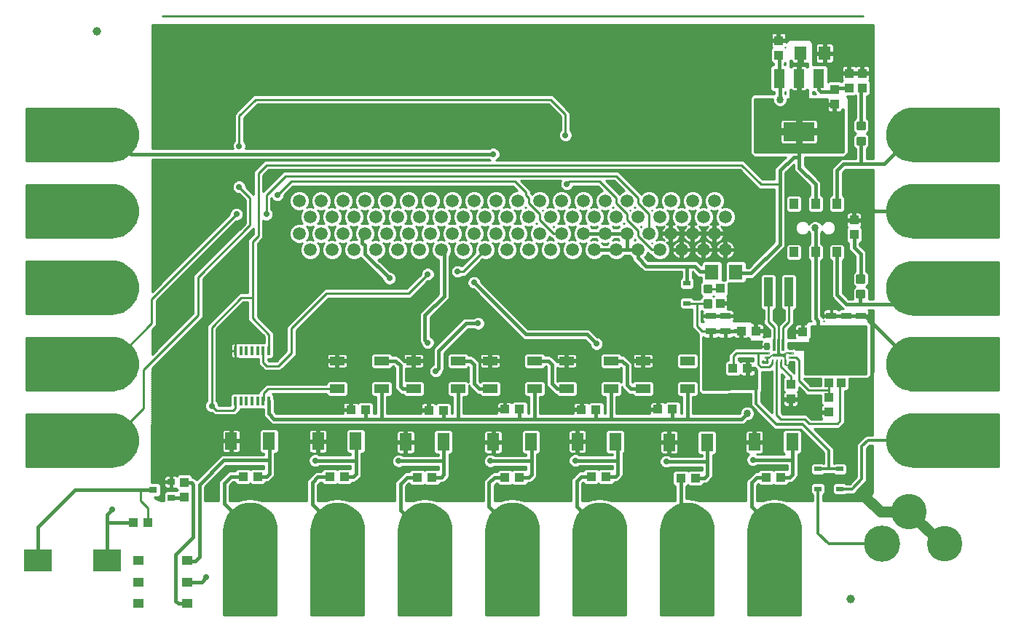
<source format=gtl>
G75*
%MOIN*%
%OFA0B0*%
%FSLAX25Y25*%
%IPPOS*%
%LPD*%
%AMOC8*
5,1,8,0,0,1.08239X$1,22.5*
%
%ADD10C,0.03937*%
%ADD11C,0.05906*%
%ADD12C,0.20000*%
%ADD13C,0.01000*%
%ADD14R,0.06500X0.03937*%
%ADD15R,0.12598X0.09843*%
%ADD16R,0.04528X0.03937*%
%ADD17R,0.04331X0.03937*%
%ADD18R,0.05512X0.07874*%
%ADD19C,0.00492*%
%ADD20C,0.00689*%
%ADD21C,0.01181*%
%ADD22R,0.03937X0.04331*%
%ADD23R,0.05512X0.06299*%
%ADD24R,0.03937X0.04528*%
%ADD25R,0.04800X0.08800*%
%ADD26R,0.14173X0.08661*%
%ADD27R,0.03268X0.02480*%
%ADD28R,0.04724X0.03150*%
%ADD29R,0.01200X0.03900*%
%ADD30R,0.06299X0.07087*%
%ADD31R,0.03858X0.13386*%
%ADD32R,0.03543X0.03150*%
%ADD33C,0.16598*%
%ADD34C,0.16200*%
%ADD35C,0.01600*%
%ADD36C,0.02900*%
%ADD37C,0.00800*%
%ADD38C,0.05000*%
%ADD39C,0.01200*%
%ADD40C,0.03400*%
D10*
X0417595Y0316900D03*
X0072595Y0576900D03*
D11*
X0165096Y0499341D03*
X0170096Y0491861D03*
X0175096Y0499341D03*
X0180096Y0491861D03*
X0185096Y0499341D03*
X0190096Y0491861D03*
X0195096Y0499341D03*
X0200096Y0491861D03*
X0205096Y0499341D03*
X0210096Y0491861D03*
X0215096Y0499341D03*
X0220096Y0491861D03*
X0225096Y0499341D03*
X0230096Y0491861D03*
X0235096Y0499341D03*
X0240096Y0491861D03*
X0245096Y0499341D03*
X0250096Y0491861D03*
X0255096Y0499341D03*
X0260096Y0491861D03*
X0265096Y0499341D03*
X0270096Y0491861D03*
X0275096Y0499341D03*
X0280096Y0491861D03*
X0285096Y0499341D03*
X0290096Y0491861D03*
X0295096Y0499341D03*
X0300096Y0491861D03*
X0305096Y0499341D03*
X0310096Y0491861D03*
X0315096Y0499341D03*
X0320096Y0491861D03*
X0325096Y0499341D03*
X0330096Y0491861D03*
X0335096Y0499341D03*
X0340096Y0491861D03*
X0345096Y0499341D03*
X0350096Y0491861D03*
X0355096Y0499341D03*
X0360096Y0491861D03*
X0355096Y0484380D03*
X0360096Y0476900D03*
X0350096Y0476900D03*
X0345096Y0484380D03*
X0340096Y0476900D03*
X0335096Y0484380D03*
X0330096Y0476900D03*
X0325096Y0484380D03*
X0320096Y0476900D03*
X0315096Y0484380D03*
X0310096Y0476900D03*
X0305096Y0484380D03*
X0300096Y0476900D03*
X0295096Y0484380D03*
X0290096Y0476900D03*
X0285096Y0484380D03*
X0280096Y0476900D03*
X0275096Y0484380D03*
X0270096Y0476900D03*
X0265096Y0484380D03*
X0260096Y0476900D03*
X0255096Y0484380D03*
X0250096Y0476900D03*
X0245096Y0484380D03*
X0240096Y0476900D03*
X0235096Y0484380D03*
X0230096Y0476900D03*
X0225096Y0484380D03*
X0220096Y0476900D03*
X0215096Y0484380D03*
X0210096Y0476900D03*
X0205096Y0484380D03*
X0200096Y0476900D03*
X0195096Y0484380D03*
X0190096Y0476900D03*
X0185096Y0484380D03*
X0180096Y0476900D03*
X0175096Y0484380D03*
X0170096Y0476900D03*
X0165096Y0484380D03*
D12*
X0079116Y0494636D03*
X0056116Y0494636D03*
X0056116Y0459636D03*
X0079116Y0459636D03*
X0079116Y0424636D03*
X0056116Y0424636D03*
X0056116Y0389636D03*
X0079116Y0389636D03*
X0142616Y0348636D03*
X0142616Y0325636D03*
X0182616Y0325636D03*
X0182616Y0348636D03*
X0222616Y0348636D03*
X0222616Y0325636D03*
X0262616Y0325636D03*
X0262616Y0348636D03*
X0302616Y0348636D03*
X0302616Y0325636D03*
X0342616Y0325636D03*
X0342616Y0348636D03*
X0382616Y0348636D03*
X0382616Y0325636D03*
X0446116Y0389636D03*
X0469116Y0389636D03*
X0469116Y0424636D03*
X0446116Y0424636D03*
X0446096Y0459400D03*
X0469096Y0459400D03*
X0469116Y0494636D03*
X0446116Y0494636D03*
X0446116Y0529636D03*
X0469116Y0529636D03*
X0079116Y0529636D03*
X0056116Y0529636D03*
D13*
X0130616Y0309636D02*
X0154616Y0309636D01*
X0154616Y0348636D01*
X0154493Y0350344D01*
X0154130Y0352017D01*
X0153531Y0353621D01*
X0152711Y0355124D01*
X0151685Y0356495D01*
X0150474Y0357705D01*
X0149103Y0358731D01*
X0147601Y0359552D01*
X0145996Y0360150D01*
X0144323Y0360514D01*
X0142616Y0360636D01*
X0140908Y0360514D01*
X0139235Y0360150D01*
X0137631Y0359552D01*
X0136128Y0358731D01*
X0134757Y0357705D01*
X0133547Y0356495D01*
X0132521Y0355124D01*
X0131700Y0353621D01*
X0131102Y0352017D01*
X0130738Y0350344D01*
X0130616Y0348636D01*
X0130616Y0309636D01*
X0130616Y0309896D02*
X0154616Y0309896D01*
X0154616Y0310894D02*
X0130616Y0310894D01*
X0130616Y0311893D02*
X0154616Y0311893D01*
X0154616Y0312891D02*
X0130616Y0312891D01*
X0130616Y0313890D02*
X0154616Y0313890D01*
X0154616Y0314888D02*
X0130616Y0314888D01*
X0130616Y0315887D02*
X0154616Y0315887D01*
X0154616Y0316885D02*
X0130616Y0316885D01*
X0130616Y0317884D02*
X0154616Y0317884D01*
X0154616Y0318882D02*
X0130616Y0318882D01*
X0130616Y0319881D02*
X0154616Y0319881D01*
X0154616Y0320879D02*
X0130616Y0320879D01*
X0130616Y0321878D02*
X0154616Y0321878D01*
X0154616Y0322876D02*
X0130616Y0322876D01*
X0130616Y0323875D02*
X0154616Y0323875D01*
X0154616Y0324873D02*
X0130616Y0324873D01*
X0130616Y0325872D02*
X0154616Y0325872D01*
X0154616Y0326870D02*
X0130616Y0326870D01*
X0130616Y0327869D02*
X0154616Y0327869D01*
X0154616Y0328867D02*
X0130616Y0328867D01*
X0130616Y0329866D02*
X0154616Y0329866D01*
X0154616Y0330864D02*
X0130616Y0330864D01*
X0130616Y0331863D02*
X0154616Y0331863D01*
X0154616Y0332861D02*
X0130616Y0332861D01*
X0130616Y0333860D02*
X0154616Y0333860D01*
X0154616Y0334858D02*
X0130616Y0334858D01*
X0130616Y0335857D02*
X0154616Y0335857D01*
X0154616Y0336855D02*
X0130616Y0336855D01*
X0130616Y0337854D02*
X0154616Y0337854D01*
X0154616Y0338852D02*
X0130616Y0338852D01*
X0130616Y0339851D02*
X0154616Y0339851D01*
X0154616Y0340849D02*
X0130616Y0340849D01*
X0130616Y0341848D02*
X0154616Y0341848D01*
X0154616Y0342846D02*
X0130616Y0342846D01*
X0130616Y0343845D02*
X0154616Y0343845D01*
X0154616Y0344843D02*
X0130616Y0344843D01*
X0130616Y0345842D02*
X0154616Y0345842D01*
X0154616Y0346840D02*
X0130616Y0346840D01*
X0130616Y0347839D02*
X0154616Y0347839D01*
X0154601Y0348837D02*
X0130630Y0348837D01*
X0130701Y0349836D02*
X0154530Y0349836D01*
X0154387Y0350834D02*
X0130844Y0350834D01*
X0131062Y0351833D02*
X0154170Y0351833D01*
X0153826Y0352832D02*
X0131405Y0352832D01*
X0131814Y0353830D02*
X0153417Y0353830D01*
X0152872Y0354829D02*
X0132359Y0354829D01*
X0133047Y0355827D02*
X0152184Y0355827D01*
X0151354Y0356826D02*
X0133878Y0356826D01*
X0134916Y0357824D02*
X0150315Y0357824D01*
X0148936Y0358823D02*
X0136295Y0358823D01*
X0138353Y0359821D02*
X0146879Y0359821D01*
X0147600Y0361900D02*
X0147451Y0361956D01*
X0147354Y0362106D01*
X0146618Y0362266D01*
X0145911Y0362530D01*
X0145749Y0362455D01*
X0145507Y0362508D01*
X0145389Y0362643D01*
X0144637Y0362697D01*
X0143901Y0362857D01*
X0143750Y0362761D01*
X0143503Y0362778D01*
X0143368Y0362896D01*
X0142616Y0362842D01*
X0141864Y0362896D01*
X0141728Y0362778D01*
X0141481Y0362761D01*
X0141331Y0362857D01*
X0140594Y0362697D01*
X0139842Y0362643D01*
X0139725Y0362508D01*
X0139483Y0362455D01*
X0139320Y0362530D01*
X0138613Y0362266D01*
X0137877Y0362106D01*
X0137780Y0361956D01*
X0137631Y0361900D01*
X0137442Y0361900D01*
X0137376Y0361919D01*
X0137341Y0361900D01*
X0133196Y0361900D01*
X0133196Y0368864D01*
X0134831Y0370500D01*
X0135484Y0370500D01*
X0135484Y0370327D01*
X0136480Y0369331D01*
X0142219Y0369331D01*
X0142696Y0369808D01*
X0143173Y0369331D01*
X0148912Y0369331D01*
X0149908Y0370327D01*
X0149908Y0370500D01*
X0150693Y0370500D01*
X0151612Y0370881D01*
X0152862Y0372131D01*
X0153565Y0372834D01*
X0153946Y0373753D01*
X0153946Y0383613D01*
X0154749Y0383613D01*
X0155744Y0384609D01*
X0155744Y0393891D01*
X0154749Y0394887D01*
X0147828Y0394887D01*
X0146833Y0393891D01*
X0146833Y0384609D01*
X0147828Y0383613D01*
X0148946Y0383613D01*
X0148946Y0383000D01*
X0130074Y0383000D01*
X0129155Y0382619D01*
X0128452Y0381916D01*
X0118033Y0371498D01*
X0117165Y0372366D01*
X0116264Y0372739D01*
X0116264Y0373116D01*
X0115268Y0374112D01*
X0109922Y0374112D01*
X0109225Y0373415D01*
X0108883Y0373613D01*
X0108501Y0373715D01*
X0106820Y0373715D01*
X0106820Y0370928D01*
X0106245Y0370928D01*
X0106245Y0373715D01*
X0104563Y0373715D01*
X0104182Y0373613D01*
X0103839Y0373415D01*
X0103560Y0373136D01*
X0103363Y0372794D01*
X0103260Y0372412D01*
X0103260Y0370928D01*
X0106245Y0370928D01*
X0106245Y0370353D01*
X0106820Y0370353D01*
X0106820Y0367565D01*
X0108501Y0367565D01*
X0108883Y0367668D01*
X0108927Y0367693D01*
X0108927Y0367377D01*
X0109404Y0366900D01*
X0108938Y0366435D01*
X0104056Y0366435D01*
X0103060Y0365439D01*
X0103060Y0361900D01*
X0102596Y0361900D01*
X0101728Y0361976D01*
X0100886Y0362202D01*
X0100096Y0362570D01*
X0099382Y0363070D01*
X0098827Y0363625D01*
X0100740Y0363625D01*
X0101736Y0364621D01*
X0101736Y0369179D01*
X0100740Y0370175D01*
X0097600Y0370175D01*
X0097662Y0422604D01*
X0121046Y0445989D01*
X0121046Y0463489D01*
X0144146Y0486589D01*
X0144146Y0484061D01*
X0141646Y0481561D01*
X0141646Y0457200D01*
X0137685Y0457200D01*
X0136396Y0455911D01*
X0122796Y0442311D01*
X0122796Y0407655D01*
X0122325Y0407184D01*
X0121846Y0406027D01*
X0121846Y0404773D01*
X0122325Y0403616D01*
X0123212Y0402730D01*
X0124369Y0402250D01*
X0125035Y0402250D01*
X0126185Y0401100D01*
X0135807Y0401100D01*
X0137096Y0402389D01*
X0138019Y0403312D01*
X0138019Y0404063D01*
X0148673Y0404063D01*
X0148673Y0401325D01*
X0149054Y0400406D01*
X0152179Y0397281D01*
X0153098Y0396900D01*
X0368093Y0396900D01*
X0369012Y0397281D01*
X0370231Y0398500D01*
X0370772Y0398500D01*
X0372022Y0399018D01*
X0372978Y0399974D01*
X0373496Y0401224D01*
X0373496Y0402576D01*
X0372978Y0403826D01*
X0372022Y0404782D01*
X0370772Y0405300D01*
X0369420Y0405300D01*
X0368170Y0404782D01*
X0367214Y0403826D01*
X0366696Y0402576D01*
X0366696Y0402036D01*
X0366560Y0401900D01*
X0345261Y0401900D01*
X0345261Y0409669D01*
X0346715Y0409669D01*
X0347711Y0410664D01*
X0347711Y0416010D01*
X0346715Y0417005D01*
X0338807Y0417005D01*
X0337811Y0416010D01*
X0337811Y0410664D01*
X0338807Y0409669D01*
X0340261Y0409669D01*
X0340261Y0401900D01*
X0339827Y0401900D01*
X0339827Y0406509D01*
X0338832Y0407505D01*
X0333093Y0407505D01*
X0332474Y0406886D01*
X0332356Y0407005D01*
X0332013Y0407202D01*
X0331632Y0407305D01*
X0329753Y0407305D01*
X0329753Y0404321D01*
X0328785Y0404321D01*
X0328785Y0407305D01*
X0326906Y0407305D01*
X0326525Y0407202D01*
X0326183Y0407005D01*
X0325904Y0406726D01*
X0325706Y0406384D01*
X0325604Y0406002D01*
X0325604Y0404320D01*
X0328785Y0404320D01*
X0328785Y0403352D01*
X0325604Y0403352D01*
X0325604Y0401900D01*
X0310261Y0401900D01*
X0310261Y0409669D01*
X0311715Y0409669D01*
X0312711Y0410664D01*
X0312711Y0414249D01*
X0312977Y0413609D01*
X0314852Y0411734D01*
X0315555Y0411031D01*
X0316474Y0410650D01*
X0317534Y0410650D01*
X0318516Y0409669D01*
X0326424Y0409669D01*
X0327420Y0410664D01*
X0327420Y0416010D01*
X0326424Y0417005D01*
X0318516Y0417005D01*
X0317596Y0416086D01*
X0317596Y0424272D01*
X0317215Y0425191D01*
X0316512Y0425894D01*
X0314352Y0428055D01*
X0313433Y0428435D01*
X0312711Y0428435D01*
X0312711Y0428608D01*
X0311715Y0429604D01*
X0303807Y0429604D01*
X0302811Y0428608D01*
X0302811Y0423263D01*
X0303807Y0422267D01*
X0311715Y0422267D01*
X0312392Y0422943D01*
X0312596Y0422739D01*
X0312596Y0416125D01*
X0311715Y0417005D01*
X0303807Y0417005D01*
X0302811Y0416010D01*
X0302811Y0410664D01*
X0303807Y0409669D01*
X0305261Y0409669D01*
X0305261Y0401900D01*
X0304827Y0401900D01*
X0304827Y0406284D01*
X0303832Y0407280D01*
X0298093Y0407280D01*
X0297474Y0406661D01*
X0297356Y0406780D01*
X0297013Y0406977D01*
X0296632Y0407080D01*
X0294753Y0407080D01*
X0294753Y0404096D01*
X0293785Y0404096D01*
X0293785Y0407080D01*
X0291906Y0407080D01*
X0291525Y0406977D01*
X0291183Y0406780D01*
X0290904Y0406501D01*
X0290706Y0406159D01*
X0290604Y0405777D01*
X0290604Y0404095D01*
X0293785Y0404095D01*
X0293785Y0403127D01*
X0290604Y0403127D01*
X0290604Y0401900D01*
X0275261Y0401900D01*
X0275261Y0409669D01*
X0276715Y0409669D01*
X0277711Y0410664D01*
X0277711Y0416010D01*
X0276715Y0417005D01*
X0268807Y0417005D01*
X0267811Y0416010D01*
X0267811Y0410664D01*
X0268807Y0409669D01*
X0270261Y0409669D01*
X0270261Y0401900D01*
X0269727Y0401900D01*
X0269727Y0406509D01*
X0268732Y0407505D01*
X0262993Y0407505D01*
X0262374Y0406886D01*
X0262256Y0407005D01*
X0261913Y0407202D01*
X0261532Y0407305D01*
X0259653Y0407305D01*
X0259653Y0404321D01*
X0258685Y0404321D01*
X0258685Y0407305D01*
X0256806Y0407305D01*
X0256425Y0407202D01*
X0256083Y0407005D01*
X0255804Y0406726D01*
X0255606Y0406384D01*
X0255504Y0406002D01*
X0255504Y0404320D01*
X0258685Y0404320D01*
X0258685Y0403352D01*
X0255504Y0403352D01*
X0255504Y0401900D01*
X0240261Y0401900D01*
X0240261Y0409669D01*
X0241715Y0409669D01*
X0242711Y0410664D01*
X0242711Y0414874D01*
X0242977Y0414234D01*
X0245477Y0411734D01*
X0246180Y0411031D01*
X0247099Y0410650D01*
X0247534Y0410650D01*
X0248516Y0409669D01*
X0256424Y0409669D01*
X0257420Y0410664D01*
X0257420Y0416010D01*
X0256424Y0417005D01*
X0248516Y0417005D01*
X0247896Y0416386D01*
X0247596Y0416686D01*
X0247596Y0424897D01*
X0247215Y0425816D01*
X0244977Y0428055D01*
X0244058Y0428435D01*
X0242711Y0428435D01*
X0242711Y0428608D01*
X0241715Y0429604D01*
X0233807Y0429604D01*
X0232811Y0428608D01*
X0232811Y0423263D01*
X0233807Y0422267D01*
X0241715Y0422267D01*
X0242596Y0423147D01*
X0242596Y0416125D01*
X0241715Y0417005D01*
X0233807Y0417005D01*
X0232811Y0416010D01*
X0232811Y0410664D01*
X0233807Y0409669D01*
X0235261Y0409669D01*
X0235261Y0401900D01*
X0234927Y0401900D01*
X0234927Y0406009D01*
X0233932Y0407005D01*
X0228193Y0407005D01*
X0227574Y0406386D01*
X0227456Y0406505D01*
X0227113Y0406702D01*
X0226732Y0406805D01*
X0224853Y0406805D01*
X0224853Y0403821D01*
X0223885Y0403821D01*
X0223885Y0406805D01*
X0222006Y0406805D01*
X0221625Y0406702D01*
X0221283Y0406505D01*
X0221004Y0406226D01*
X0220806Y0405884D01*
X0220704Y0405502D01*
X0220704Y0403820D01*
X0223885Y0403820D01*
X0223885Y0402852D01*
X0220704Y0402852D01*
X0220704Y0401900D01*
X0205296Y0401900D01*
X0205296Y0406549D01*
X0205261Y0406632D01*
X0205261Y0409669D01*
X0206715Y0409669D01*
X0207711Y0410664D01*
X0207711Y0416010D01*
X0206715Y0417005D01*
X0198807Y0417005D01*
X0197811Y0416010D01*
X0197811Y0410664D01*
X0198807Y0409669D01*
X0200261Y0409669D01*
X0200261Y0405554D01*
X0200296Y0405471D01*
X0200296Y0401900D01*
X0199227Y0401900D01*
X0199227Y0406259D01*
X0198232Y0407255D01*
X0192493Y0407255D01*
X0191874Y0406636D01*
X0191756Y0406755D01*
X0191413Y0406952D01*
X0191032Y0407055D01*
X0189153Y0407055D01*
X0189153Y0404071D01*
X0188185Y0404071D01*
X0188185Y0407055D01*
X0186306Y0407055D01*
X0185925Y0406952D01*
X0185583Y0406755D01*
X0185304Y0406476D01*
X0185106Y0406134D01*
X0185004Y0405752D01*
X0185004Y0404070D01*
X0188185Y0404070D01*
X0188185Y0403102D01*
X0185004Y0403102D01*
X0185004Y0401900D01*
X0154631Y0401900D01*
X0153673Y0402858D01*
X0153673Y0408210D01*
X0153473Y0408693D01*
X0153473Y0410367D01*
X0152890Y0410950D01*
X0177520Y0410950D01*
X0177520Y0410664D01*
X0178516Y0409669D01*
X0186424Y0409669D01*
X0187420Y0410664D01*
X0187420Y0416010D01*
X0186424Y0417005D01*
X0178516Y0417005D01*
X0177520Y0416010D01*
X0177520Y0415350D01*
X0149835Y0415350D01*
X0148546Y0414061D01*
X0147785Y0413300D01*
X0147785Y0413300D01*
X0146496Y0412011D01*
X0146496Y0411363D01*
X0134515Y0411363D01*
X0133519Y0410367D01*
X0133519Y0405500D01*
X0128146Y0405500D01*
X0128146Y0406027D01*
X0127666Y0407184D01*
X0127196Y0407655D01*
X0127196Y0440489D01*
X0139507Y0452800D01*
X0141646Y0452800D01*
X0141646Y0444539D01*
X0149096Y0437089D01*
X0149096Y0434337D01*
X0137074Y0434337D01*
X0136819Y0434083D01*
X0136616Y0434137D01*
X0135819Y0434137D01*
X0135819Y0430688D01*
X0135819Y0430688D01*
X0135819Y0434137D01*
X0135021Y0434137D01*
X0134640Y0434035D01*
X0134298Y0433838D01*
X0134018Y0433558D01*
X0133821Y0433216D01*
X0133719Y0432835D01*
X0133719Y0430687D01*
X0133719Y0428540D01*
X0133821Y0428158D01*
X0134018Y0427816D01*
X0134298Y0427537D01*
X0134640Y0427340D01*
X0135021Y0427237D01*
X0135819Y0427237D01*
X0136616Y0427237D01*
X0136819Y0427292D01*
X0137074Y0427037D01*
X0146414Y0427037D01*
X0146414Y0424371D01*
X0147996Y0422789D01*
X0149285Y0421500D01*
X0156507Y0421500D01*
X0162407Y0427400D01*
X0163696Y0428689D01*
X0163696Y0439889D01*
X0178507Y0454700D01*
X0216007Y0454700D01*
X0223807Y0462500D01*
X0224473Y0462500D01*
X0225630Y0462980D01*
X0226516Y0463866D01*
X0226996Y0465023D01*
X0226996Y0466277D01*
X0226516Y0467434D01*
X0225630Y0468320D01*
X0224473Y0468800D01*
X0223219Y0468800D01*
X0222062Y0468320D01*
X0221175Y0467434D01*
X0220696Y0466277D01*
X0220696Y0465611D01*
X0214185Y0459100D01*
X0176685Y0459100D01*
X0160585Y0443000D01*
X0160585Y0443000D01*
X0159296Y0441711D01*
X0159296Y0430511D01*
X0154685Y0425900D01*
X0151107Y0425900D01*
X0150814Y0426193D01*
X0150814Y0427037D01*
X0152477Y0427037D01*
X0153473Y0428033D01*
X0153473Y0429876D01*
X0153496Y0429899D01*
X0153496Y0438911D01*
X0152207Y0440200D01*
X0146046Y0446361D01*
X0146046Y0479739D01*
X0147257Y0480950D01*
X0148546Y0482239D01*
X0148546Y0490383D01*
X0149469Y0490000D01*
X0150723Y0490000D01*
X0151880Y0490480D01*
X0152766Y0491366D01*
X0153246Y0492523D01*
X0153246Y0493777D01*
X0152766Y0494934D01*
X0152296Y0495405D01*
X0152296Y0500428D01*
X0152425Y0500116D01*
X0153312Y0499230D01*
X0154469Y0498750D01*
X0155723Y0498750D01*
X0156880Y0499230D01*
X0157766Y0500116D01*
X0158246Y0501273D01*
X0158246Y0501939D01*
X0162257Y0505950D01*
X0262935Y0505950D01*
X0264891Y0503994D01*
X0264170Y0503994D01*
X0262460Y0503285D01*
X0261152Y0501977D01*
X0260443Y0500266D01*
X0260443Y0498415D01*
X0261152Y0496705D01*
X0261571Y0496286D01*
X0261021Y0496513D01*
X0259170Y0496513D01*
X0258621Y0496286D01*
X0259040Y0496705D01*
X0259749Y0498415D01*
X0259749Y0500266D01*
X0259040Y0501977D01*
X0257731Y0503285D01*
X0256021Y0503994D01*
X0254170Y0503994D01*
X0252460Y0503285D01*
X0251152Y0501977D01*
X0250443Y0500266D01*
X0250443Y0498415D01*
X0251152Y0496705D01*
X0251571Y0496286D01*
X0251021Y0496513D01*
X0249170Y0496513D01*
X0248621Y0496286D01*
X0249040Y0496705D01*
X0249749Y0498415D01*
X0249749Y0500266D01*
X0249040Y0501977D01*
X0247731Y0503285D01*
X0246021Y0503994D01*
X0244170Y0503994D01*
X0242460Y0503285D01*
X0241152Y0501977D01*
X0240443Y0500266D01*
X0240443Y0498415D01*
X0241152Y0496705D01*
X0241571Y0496286D01*
X0241021Y0496513D01*
X0239170Y0496513D01*
X0238621Y0496286D01*
X0239040Y0496705D01*
X0239749Y0498415D01*
X0239749Y0500266D01*
X0239040Y0501977D01*
X0237731Y0503285D01*
X0236021Y0503994D01*
X0234170Y0503994D01*
X0232460Y0503285D01*
X0231152Y0501977D01*
X0230443Y0500266D01*
X0230443Y0498415D01*
X0231152Y0496705D01*
X0231571Y0496286D01*
X0231021Y0496513D01*
X0229170Y0496513D01*
X0228621Y0496286D01*
X0229040Y0496705D01*
X0229749Y0498415D01*
X0229749Y0500266D01*
X0229040Y0501977D01*
X0227731Y0503285D01*
X0226021Y0503994D01*
X0224170Y0503994D01*
X0222460Y0503285D01*
X0221152Y0501977D01*
X0220443Y0500266D01*
X0220443Y0498415D01*
X0221152Y0496705D01*
X0221571Y0496286D01*
X0221021Y0496513D01*
X0219170Y0496513D01*
X0218621Y0496286D01*
X0219040Y0496705D01*
X0219749Y0498415D01*
X0219749Y0500266D01*
X0219040Y0501977D01*
X0217731Y0503285D01*
X0216021Y0503994D01*
X0214170Y0503994D01*
X0212460Y0503285D01*
X0211152Y0501977D01*
X0210443Y0500266D01*
X0210443Y0498415D01*
X0211152Y0496705D01*
X0211571Y0496286D01*
X0211021Y0496513D01*
X0209170Y0496513D01*
X0208621Y0496286D01*
X0209040Y0496705D01*
X0209749Y0498415D01*
X0209749Y0500266D01*
X0209040Y0501977D01*
X0207731Y0503285D01*
X0206021Y0503994D01*
X0204170Y0503994D01*
X0202460Y0503285D01*
X0201152Y0501977D01*
X0200443Y0500266D01*
X0200443Y0498415D01*
X0201152Y0496705D01*
X0201571Y0496286D01*
X0201021Y0496513D01*
X0199170Y0496513D01*
X0198621Y0496286D01*
X0199040Y0496705D01*
X0199749Y0498415D01*
X0199749Y0500266D01*
X0199040Y0501977D01*
X0197731Y0503285D01*
X0196021Y0503994D01*
X0194170Y0503994D01*
X0192460Y0503285D01*
X0191152Y0501977D01*
X0190443Y0500266D01*
X0190443Y0498415D01*
X0191152Y0496705D01*
X0191571Y0496286D01*
X0191021Y0496513D01*
X0189170Y0496513D01*
X0188621Y0496286D01*
X0189040Y0496705D01*
X0189749Y0498415D01*
X0189749Y0500266D01*
X0189040Y0501977D01*
X0187731Y0503285D01*
X0186021Y0503994D01*
X0184170Y0503994D01*
X0182460Y0503285D01*
X0181152Y0501977D01*
X0180443Y0500266D01*
X0180443Y0498415D01*
X0181152Y0496705D01*
X0181571Y0496286D01*
X0181021Y0496513D01*
X0179170Y0496513D01*
X0178621Y0496286D01*
X0179040Y0496705D01*
X0179749Y0498415D01*
X0179749Y0500266D01*
X0179040Y0501977D01*
X0177731Y0503285D01*
X0176021Y0503994D01*
X0174170Y0503994D01*
X0172460Y0503285D01*
X0171152Y0501977D01*
X0170443Y0500266D01*
X0170443Y0498415D01*
X0171152Y0496705D01*
X0171571Y0496286D01*
X0171021Y0496513D01*
X0169170Y0496513D01*
X0168621Y0496286D01*
X0169040Y0496705D01*
X0169749Y0498415D01*
X0169749Y0500266D01*
X0169040Y0501977D01*
X0167731Y0503285D01*
X0166021Y0503994D01*
X0164170Y0503994D01*
X0162460Y0503285D01*
X0161152Y0501977D01*
X0160443Y0500266D01*
X0160443Y0498415D01*
X0161152Y0496705D01*
X0162460Y0495397D01*
X0164170Y0494688D01*
X0166021Y0494688D01*
X0166571Y0494916D01*
X0166152Y0494496D01*
X0165443Y0492786D01*
X0165443Y0490935D01*
X0166152Y0489225D01*
X0166571Y0488805D01*
X0166021Y0489033D01*
X0164170Y0489033D01*
X0162460Y0488325D01*
X0161152Y0487016D01*
X0160443Y0485306D01*
X0160443Y0483455D01*
X0161152Y0481745D01*
X0162460Y0480436D01*
X0164170Y0479728D01*
X0166021Y0479728D01*
X0166571Y0479955D01*
X0166152Y0479536D01*
X0165443Y0477825D01*
X0165443Y0475974D01*
X0166152Y0474264D01*
X0167460Y0472956D01*
X0169170Y0472247D01*
X0171021Y0472247D01*
X0172731Y0472956D01*
X0174040Y0474264D01*
X0174749Y0475974D01*
X0174749Y0477825D01*
X0174040Y0479536D01*
X0173621Y0479955D01*
X0174170Y0479728D01*
X0176021Y0479728D01*
X0176571Y0479955D01*
X0176152Y0479536D01*
X0175443Y0477825D01*
X0175443Y0475974D01*
X0176152Y0474264D01*
X0177460Y0472956D01*
X0179170Y0472247D01*
X0181021Y0472247D01*
X0182731Y0472956D01*
X0184040Y0474264D01*
X0184749Y0475974D01*
X0184749Y0477825D01*
X0184040Y0479536D01*
X0183621Y0479955D01*
X0184170Y0479728D01*
X0186021Y0479728D01*
X0186571Y0479955D01*
X0186152Y0479536D01*
X0185443Y0477825D01*
X0185443Y0475974D01*
X0186152Y0474264D01*
X0187460Y0472956D01*
X0189170Y0472247D01*
X0191021Y0472247D01*
X0192731Y0472956D01*
X0193181Y0473405D01*
X0203196Y0463389D01*
X0203196Y0463148D01*
X0203675Y0461991D01*
X0204562Y0461105D01*
X0205719Y0460625D01*
X0206973Y0460625D01*
X0208130Y0461105D01*
X0209016Y0461991D01*
X0209496Y0463148D01*
X0209496Y0464402D01*
X0209016Y0465559D01*
X0208130Y0466445D01*
X0206973Y0466925D01*
X0206731Y0466925D01*
X0201296Y0472361D01*
X0202731Y0472956D01*
X0204040Y0474264D01*
X0204749Y0475974D01*
X0204749Y0477825D01*
X0204040Y0479536D01*
X0203621Y0479955D01*
X0204170Y0479728D01*
X0206021Y0479728D01*
X0206571Y0479955D01*
X0206152Y0479536D01*
X0205443Y0477825D01*
X0205443Y0475974D01*
X0206152Y0474264D01*
X0207460Y0472956D01*
X0209170Y0472247D01*
X0211021Y0472247D01*
X0212731Y0472956D01*
X0214040Y0474264D01*
X0214749Y0475974D01*
X0214749Y0477825D01*
X0214040Y0479536D01*
X0213621Y0479955D01*
X0214170Y0479728D01*
X0216021Y0479728D01*
X0216571Y0479955D01*
X0216152Y0479536D01*
X0215443Y0477825D01*
X0215443Y0475974D01*
X0216152Y0474264D01*
X0217460Y0472956D01*
X0219170Y0472247D01*
X0221021Y0472247D01*
X0222731Y0472956D01*
X0224040Y0474264D01*
X0224749Y0475974D01*
X0224749Y0477825D01*
X0224040Y0479536D01*
X0223621Y0479955D01*
X0224170Y0479728D01*
X0226021Y0479728D01*
X0226571Y0479955D01*
X0226152Y0479536D01*
X0225443Y0477825D01*
X0225443Y0475974D01*
X0226152Y0474264D01*
X0227460Y0472956D01*
X0228846Y0472382D01*
X0228846Y0456686D01*
X0221180Y0449019D01*
X0220477Y0448316D01*
X0220096Y0447397D01*
X0220096Y0435153D01*
X0220477Y0434234D01*
X0220696Y0434014D01*
X0220696Y0433773D01*
X0221175Y0432616D01*
X0222062Y0431730D01*
X0223219Y0431250D01*
X0224473Y0431250D01*
X0225630Y0431730D01*
X0226516Y0432616D01*
X0226996Y0433773D01*
X0226996Y0435027D01*
X0226516Y0436184D01*
X0225630Y0437070D01*
X0225096Y0437292D01*
X0225096Y0445864D01*
X0233465Y0454234D01*
X0233846Y0455153D01*
X0233846Y0474070D01*
X0234040Y0474264D01*
X0234749Y0475974D01*
X0234749Y0477825D01*
X0234040Y0479536D01*
X0233621Y0479955D01*
X0234170Y0479728D01*
X0236021Y0479728D01*
X0236571Y0479955D01*
X0236152Y0479536D01*
X0235443Y0477825D01*
X0235443Y0475974D01*
X0236152Y0474264D01*
X0237460Y0472956D01*
X0239170Y0472247D01*
X0241021Y0472247D01*
X0242731Y0472956D01*
X0244040Y0474264D01*
X0244749Y0475974D01*
X0244749Y0477825D01*
X0244040Y0479536D01*
X0243621Y0479955D01*
X0244170Y0479728D01*
X0246021Y0479728D01*
X0246571Y0479955D01*
X0246152Y0479536D01*
X0245443Y0477825D01*
X0245443Y0475974D01*
X0245624Y0475539D01*
X0239518Y0469433D01*
X0239380Y0469570D01*
X0238223Y0470050D01*
X0236969Y0470050D01*
X0235812Y0469570D01*
X0234925Y0468684D01*
X0234446Y0467527D01*
X0234446Y0466273D01*
X0234925Y0465116D01*
X0235812Y0464230D01*
X0236969Y0463750D01*
X0238223Y0463750D01*
X0239380Y0464230D01*
X0239851Y0464700D01*
X0241007Y0464700D01*
X0248735Y0472428D01*
X0249170Y0472247D01*
X0251021Y0472247D01*
X0252731Y0472956D01*
X0254040Y0474264D01*
X0254749Y0475974D01*
X0254749Y0477825D01*
X0254040Y0479536D01*
X0253621Y0479955D01*
X0254170Y0479728D01*
X0256021Y0479728D01*
X0256571Y0479955D01*
X0256152Y0479536D01*
X0255443Y0477825D01*
X0255443Y0475974D01*
X0256152Y0474264D01*
X0257460Y0472956D01*
X0259170Y0472247D01*
X0261021Y0472247D01*
X0262731Y0472956D01*
X0264040Y0474264D01*
X0264749Y0475974D01*
X0264749Y0477825D01*
X0264040Y0479536D01*
X0263621Y0479955D01*
X0264170Y0479728D01*
X0266021Y0479728D01*
X0266571Y0479955D01*
X0266152Y0479536D01*
X0265443Y0477825D01*
X0265443Y0475974D01*
X0266152Y0474264D01*
X0267460Y0472956D01*
X0269170Y0472247D01*
X0271021Y0472247D01*
X0272731Y0472956D01*
X0274040Y0474264D01*
X0274749Y0475974D01*
X0274749Y0477825D01*
X0274040Y0479536D01*
X0273621Y0479955D01*
X0274170Y0479728D01*
X0276021Y0479728D01*
X0276571Y0479955D01*
X0276152Y0479536D01*
X0275443Y0477825D01*
X0275443Y0475974D01*
X0276152Y0474264D01*
X0277460Y0472956D01*
X0279170Y0472247D01*
X0281021Y0472247D01*
X0282731Y0472956D01*
X0284040Y0474264D01*
X0284749Y0475974D01*
X0284749Y0477825D01*
X0284040Y0479536D01*
X0283621Y0479955D01*
X0284170Y0479728D01*
X0286021Y0479728D01*
X0286571Y0479955D01*
X0286152Y0479536D01*
X0285443Y0477825D01*
X0285443Y0475974D01*
X0286152Y0474264D01*
X0287460Y0472956D01*
X0289170Y0472247D01*
X0291021Y0472247D01*
X0292731Y0472956D01*
X0294040Y0474264D01*
X0294749Y0475974D01*
X0294749Y0477825D01*
X0294040Y0479536D01*
X0293621Y0479955D01*
X0294170Y0479728D01*
X0296021Y0479728D01*
X0296571Y0479955D01*
X0296152Y0479536D01*
X0295443Y0477825D01*
X0295443Y0475974D01*
X0296152Y0474264D01*
X0297460Y0472956D01*
X0299170Y0472247D01*
X0301021Y0472247D01*
X0302731Y0472956D01*
X0304040Y0474264D01*
X0304096Y0474400D01*
X0306095Y0474400D01*
X0306152Y0474264D01*
X0307460Y0472956D01*
X0309170Y0472247D01*
X0311021Y0472247D01*
X0312731Y0472956D01*
X0314040Y0474264D01*
X0314096Y0474400D01*
X0316095Y0474400D01*
X0316152Y0474264D01*
X0317460Y0472956D01*
X0317596Y0472899D01*
X0317596Y0472653D01*
X0312001Y0472653D01*
X0313427Y0473651D02*
X0316765Y0473651D01*
X0317596Y0472653D02*
X0317977Y0471734D01*
X0321727Y0467984D01*
X0322430Y0467281D01*
X0323349Y0466900D01*
X0340095Y0466900D01*
X0340095Y0464206D01*
X0339261Y0463372D01*
X0339261Y0459483D01*
X0340257Y0458487D01*
X0344933Y0458487D01*
X0345929Y0459483D01*
X0345929Y0463372D01*
X0345095Y0464206D01*
X0345095Y0466765D01*
X0346477Y0465384D01*
X0347180Y0464681D01*
X0348099Y0464300D01*
X0349035Y0464300D01*
X0349035Y0462453D01*
X0349280Y0462207D01*
X0348427Y0461354D01*
X0348427Y0456701D01*
X0349553Y0455575D01*
X0348427Y0454449D01*
X0348427Y0454322D01*
X0345923Y0454322D01*
X0344933Y0455313D01*
X0340257Y0455313D01*
X0339261Y0454317D01*
X0339261Y0450428D01*
X0340257Y0449432D01*
X0344871Y0449432D01*
X0344871Y0441139D01*
X0346160Y0439850D01*
X0347439Y0438570D01*
X0347771Y0438239D01*
X0347771Y0413798D01*
X0347762Y0413789D01*
X0347771Y0412889D01*
X0347771Y0411989D01*
X0347780Y0411979D01*
X0347780Y0411966D01*
X0348423Y0411337D01*
X0349060Y0410700D01*
X0349073Y0410700D01*
X0349082Y0410691D01*
X0349982Y0410700D01*
X0350882Y0410700D01*
X0350891Y0410709D01*
X0371795Y0410923D01*
X0371795Y0405447D01*
X0373142Y0404100D01*
X0382642Y0394600D01*
X0394642Y0394600D01*
X0405295Y0383947D01*
X0405295Y0379006D01*
X0404933Y0379368D01*
X0400257Y0379368D01*
X0399261Y0378372D01*
X0399261Y0374483D01*
X0400257Y0373487D01*
X0404933Y0373487D01*
X0405573Y0374128D01*
X0409617Y0374128D01*
X0410257Y0373487D01*
X0414933Y0373487D01*
X0415929Y0374483D01*
X0415929Y0378372D01*
X0414933Y0379368D01*
X0410257Y0379368D01*
X0409895Y0379006D01*
X0409895Y0385853D01*
X0400748Y0395000D01*
X0412307Y0395000D01*
X0413557Y0396250D01*
X0414846Y0397539D01*
X0414846Y0412188D01*
X0415919Y0412188D01*
X0416914Y0413184D01*
X0416914Y0417825D01*
X0425382Y0417825D01*
X0426671Y0419114D01*
X0426671Y0442811D01*
X0425447Y0444036D01*
X0425608Y0444197D01*
X0425806Y0444540D01*
X0425908Y0444921D01*
X0425908Y0446406D01*
X0422333Y0446406D01*
X0422333Y0446981D01*
X0425908Y0446981D01*
X0425908Y0448466D01*
X0425806Y0448847D01*
X0425608Y0449189D01*
X0425498Y0449300D01*
X0427693Y0449300D01*
X0427625Y0391936D01*
X0424379Y0391936D01*
X0421642Y0389200D01*
X0420295Y0387853D01*
X0420295Y0372853D01*
X0417115Y0369672D01*
X0415573Y0369672D01*
X0414933Y0370313D01*
X0410257Y0370313D01*
X0409261Y0369317D01*
X0409261Y0365428D01*
X0410257Y0364432D01*
X0414933Y0364432D01*
X0415573Y0365072D01*
X0419020Y0365072D01*
X0420368Y0366420D01*
X0424895Y0370947D01*
X0424895Y0385947D01*
X0426284Y0387336D01*
X0427620Y0387336D01*
X0427596Y0366900D01*
X0427520Y0366032D01*
X0427294Y0365190D01*
X0426926Y0364400D01*
X0426426Y0363686D01*
X0425810Y0363070D01*
X0425096Y0362570D01*
X0424306Y0362202D01*
X0423464Y0361976D01*
X0422596Y0361900D01*
X0404895Y0361900D01*
X0404895Y0364432D01*
X0404933Y0364432D01*
X0405929Y0365428D01*
X0405929Y0369317D01*
X0404933Y0370313D01*
X0400257Y0370313D01*
X0399261Y0369317D01*
X0399261Y0365428D01*
X0400257Y0364432D01*
X0400295Y0364432D01*
X0400295Y0361900D01*
X0387891Y0361900D01*
X0387855Y0361919D01*
X0387789Y0361900D01*
X0387600Y0361900D01*
X0387451Y0361956D01*
X0387354Y0362106D01*
X0386618Y0362266D01*
X0385911Y0362530D01*
X0385749Y0362455D01*
X0385507Y0362508D01*
X0385389Y0362643D01*
X0384637Y0362697D01*
X0383901Y0362857D01*
X0383750Y0362761D01*
X0383503Y0362778D01*
X0383368Y0362896D01*
X0382616Y0362842D01*
X0381864Y0362896D01*
X0381728Y0362778D01*
X0381481Y0362761D01*
X0381331Y0362857D01*
X0380594Y0362697D01*
X0379842Y0362643D01*
X0379725Y0362508D01*
X0379483Y0362455D01*
X0379320Y0362530D01*
X0378613Y0362266D01*
X0377877Y0362106D01*
X0377780Y0361956D01*
X0377631Y0361900D01*
X0377442Y0361900D01*
X0377376Y0361919D01*
X0377341Y0361900D01*
X0374596Y0361900D01*
X0374596Y0369064D01*
X0375171Y0369640D01*
X0375880Y0368931D01*
X0381619Y0368931D01*
X0382096Y0369408D01*
X0382573Y0368931D01*
X0388312Y0368931D01*
X0389308Y0369927D01*
X0389308Y0370100D01*
X0390093Y0370100D01*
X0391012Y0370481D01*
X0392262Y0371731D01*
X0392965Y0372434D01*
X0393346Y0373353D01*
X0393346Y0383213D01*
X0394149Y0383213D01*
X0395144Y0384209D01*
X0395144Y0393491D01*
X0394149Y0394487D01*
X0387228Y0394487D01*
X0386233Y0393491D01*
X0386233Y0384209D01*
X0387216Y0383225D01*
X0374676Y0383225D01*
X0374505Y0383395D01*
X0374463Y0383413D01*
X0376319Y0383413D01*
X0376700Y0383515D01*
X0377043Y0383713D01*
X0377322Y0383992D01*
X0377519Y0384334D01*
X0377622Y0384716D01*
X0377622Y0388350D01*
X0373866Y0388350D01*
X0373866Y0389350D01*
X0377622Y0389350D01*
X0377622Y0392984D01*
X0377519Y0393366D01*
X0377322Y0393708D01*
X0377043Y0393987D01*
X0376700Y0394185D01*
X0376319Y0394287D01*
X0373866Y0394287D01*
X0373866Y0389350D01*
X0372866Y0389350D01*
X0372866Y0394287D01*
X0370412Y0394287D01*
X0370031Y0394185D01*
X0369689Y0393987D01*
X0369409Y0393708D01*
X0369212Y0393366D01*
X0369110Y0392984D01*
X0369110Y0389350D01*
X0372866Y0389350D01*
X0372866Y0388350D01*
X0369110Y0388350D01*
X0369110Y0384716D01*
X0369212Y0384334D01*
X0369409Y0383992D01*
X0369689Y0383713D01*
X0370031Y0383515D01*
X0370412Y0383413D01*
X0370979Y0383413D01*
X0370937Y0383395D01*
X0370050Y0382509D01*
X0369571Y0381352D01*
X0369571Y0380098D01*
X0370050Y0378941D01*
X0370937Y0378055D01*
X0372094Y0377575D01*
X0373348Y0377575D01*
X0374505Y0378055D01*
X0374676Y0378225D01*
X0388346Y0378225D01*
X0388346Y0376234D01*
X0388312Y0376268D01*
X0382573Y0376268D01*
X0382096Y0375792D01*
X0381619Y0376268D01*
X0375880Y0376268D01*
X0374884Y0375273D01*
X0374884Y0375100D01*
X0374099Y0375100D01*
X0373180Y0374719D01*
X0370680Y0372219D01*
X0370680Y0372219D01*
X0369977Y0371516D01*
X0369596Y0370597D01*
X0369596Y0361900D01*
X0347891Y0361900D01*
X0347855Y0361919D01*
X0347789Y0361900D01*
X0347600Y0361900D01*
X0347451Y0361956D01*
X0347354Y0362106D01*
X0346618Y0362266D01*
X0345911Y0362530D01*
X0345749Y0362455D01*
X0345507Y0362508D01*
X0345389Y0362643D01*
X0344637Y0362697D01*
X0343901Y0362857D01*
X0343750Y0362761D01*
X0343503Y0362778D01*
X0343368Y0362896D01*
X0342616Y0362842D01*
X0342249Y0362868D01*
X0342249Y0368731D01*
X0342619Y0368731D01*
X0343096Y0369208D01*
X0343573Y0368731D01*
X0349312Y0368731D01*
X0350308Y0369727D01*
X0350308Y0369900D01*
X0351093Y0369900D01*
X0352012Y0370281D01*
X0353262Y0371531D01*
X0353965Y0372234D01*
X0354346Y0373153D01*
X0354346Y0383013D01*
X0355149Y0383013D01*
X0356144Y0384009D01*
X0356144Y0393291D01*
X0355149Y0394287D01*
X0348228Y0394287D01*
X0347233Y0393291D01*
X0347233Y0384009D01*
X0348228Y0383013D01*
X0349346Y0383013D01*
X0349346Y0382400D01*
X0335051Y0382400D01*
X0334880Y0382570D01*
X0333723Y0383050D01*
X0332469Y0383050D01*
X0331312Y0382570D01*
X0330425Y0381684D01*
X0329946Y0380527D01*
X0329946Y0379273D01*
X0330425Y0378116D01*
X0331312Y0377230D01*
X0332469Y0376750D01*
X0333723Y0376750D01*
X0334880Y0377230D01*
X0335051Y0377400D01*
X0349346Y0377400D01*
X0349346Y0376034D01*
X0349312Y0376068D01*
X0343573Y0376068D01*
X0343096Y0375592D01*
X0342619Y0376068D01*
X0336880Y0376068D01*
X0335884Y0375073D01*
X0335884Y0369727D01*
X0336880Y0368731D01*
X0337249Y0368731D01*
X0337249Y0361900D01*
X0307891Y0361900D01*
X0307855Y0361919D01*
X0307789Y0361900D01*
X0307600Y0361900D01*
X0307451Y0361956D01*
X0307354Y0362106D01*
X0306618Y0362266D01*
X0305911Y0362530D01*
X0305749Y0362455D01*
X0305507Y0362508D01*
X0305389Y0362643D01*
X0304637Y0362697D01*
X0303901Y0362857D01*
X0303750Y0362761D01*
X0303503Y0362778D01*
X0303368Y0362896D01*
X0302616Y0362842D01*
X0301864Y0362896D01*
X0301728Y0362778D01*
X0301481Y0362761D01*
X0301331Y0362857D01*
X0300594Y0362697D01*
X0299842Y0362643D01*
X0299725Y0362508D01*
X0299483Y0362455D01*
X0299320Y0362530D01*
X0298613Y0362266D01*
X0297877Y0362106D01*
X0297780Y0361956D01*
X0297631Y0361900D01*
X0297442Y0361900D01*
X0297376Y0361919D01*
X0297341Y0361900D01*
X0294596Y0361900D01*
X0294596Y0369889D01*
X0294987Y0370280D01*
X0295900Y0369368D01*
X0301639Y0369368D01*
X0302116Y0369845D01*
X0302593Y0369368D01*
X0308332Y0369368D01*
X0309327Y0370364D01*
X0309327Y0370536D01*
X0310329Y0370536D01*
X0311248Y0370917D01*
X0312262Y0371931D01*
X0312965Y0372634D01*
X0313346Y0373553D01*
X0313346Y0383604D01*
X0314131Y0384389D01*
X0314131Y0393671D01*
X0313135Y0394667D01*
X0306215Y0394667D01*
X0305219Y0393671D01*
X0305219Y0384389D01*
X0306215Y0383393D01*
X0308346Y0383393D01*
X0308346Y0382800D01*
X0293426Y0382800D01*
X0293255Y0382970D01*
X0292098Y0383450D01*
X0290844Y0383450D01*
X0289687Y0382970D01*
X0288800Y0382084D01*
X0288321Y0380927D01*
X0288321Y0379673D01*
X0288800Y0378516D01*
X0289687Y0377630D01*
X0290844Y0377150D01*
X0292098Y0377150D01*
X0293255Y0377630D01*
X0293426Y0377800D01*
X0308346Y0377800D01*
X0308346Y0376690D01*
X0308332Y0376705D01*
X0302593Y0376705D01*
X0302116Y0376228D01*
X0301639Y0376705D01*
X0295900Y0376705D01*
X0294904Y0375709D01*
X0294904Y0375536D01*
X0293710Y0375536D01*
X0292791Y0375156D01*
X0290680Y0373044D01*
X0289977Y0372341D01*
X0289596Y0371422D01*
X0289596Y0361900D01*
X0267891Y0361900D01*
X0267855Y0361919D01*
X0267789Y0361900D01*
X0267600Y0361900D01*
X0267451Y0361956D01*
X0267354Y0362106D01*
X0266618Y0362266D01*
X0265911Y0362530D01*
X0265749Y0362455D01*
X0265507Y0362508D01*
X0265389Y0362643D01*
X0264637Y0362697D01*
X0263901Y0362857D01*
X0263750Y0362761D01*
X0263503Y0362778D01*
X0263368Y0362896D01*
X0262616Y0362842D01*
X0261864Y0362896D01*
X0261728Y0362778D01*
X0261481Y0362761D01*
X0261331Y0362857D01*
X0260594Y0362697D01*
X0259842Y0362643D01*
X0259725Y0362508D01*
X0259483Y0362455D01*
X0259320Y0362530D01*
X0258613Y0362266D01*
X0257877Y0362106D01*
X0257780Y0361956D01*
X0257631Y0361900D01*
X0257442Y0361900D01*
X0257376Y0361919D01*
X0257341Y0361900D01*
X0254471Y0361900D01*
X0254471Y0369064D01*
X0255384Y0369978D01*
X0255384Y0369927D01*
X0256380Y0368931D01*
X0262119Y0368931D01*
X0262596Y0369408D01*
X0263073Y0368931D01*
X0268812Y0368931D01*
X0269808Y0369927D01*
X0269808Y0370100D01*
X0270593Y0370100D01*
X0271512Y0370481D01*
X0272762Y0371731D01*
X0273465Y0372434D01*
X0273846Y0373353D01*
X0273846Y0383213D01*
X0274649Y0383213D01*
X0275644Y0384209D01*
X0275644Y0393491D01*
X0274649Y0394487D01*
X0267728Y0394487D01*
X0266733Y0393491D01*
X0266733Y0384209D01*
X0267728Y0383213D01*
X0268846Y0383213D01*
X0268846Y0382600D01*
X0254551Y0382600D01*
X0254380Y0382770D01*
X0253223Y0383250D01*
X0251969Y0383250D01*
X0250812Y0382770D01*
X0249925Y0381884D01*
X0249446Y0380727D01*
X0249446Y0379473D01*
X0249925Y0378316D01*
X0250812Y0377430D01*
X0251969Y0376950D01*
X0253223Y0376950D01*
X0254380Y0377430D01*
X0254551Y0377600D01*
X0268846Y0377600D01*
X0268846Y0376234D01*
X0268812Y0376268D01*
X0263073Y0376268D01*
X0262596Y0375792D01*
X0262119Y0376268D01*
X0256380Y0376268D01*
X0255384Y0375273D01*
X0255384Y0375100D01*
X0253974Y0375100D01*
X0253055Y0374719D01*
X0250555Y0372219D01*
X0249852Y0371516D01*
X0249471Y0370597D01*
X0249471Y0361900D01*
X0227891Y0361900D01*
X0227855Y0361919D01*
X0227789Y0361900D01*
X0227600Y0361900D01*
X0227451Y0361956D01*
X0227354Y0362106D01*
X0226618Y0362266D01*
X0225911Y0362530D01*
X0225749Y0362455D01*
X0225507Y0362508D01*
X0225389Y0362643D01*
X0224637Y0362697D01*
X0223901Y0362857D01*
X0223750Y0362761D01*
X0223503Y0362778D01*
X0223368Y0362896D01*
X0222616Y0362842D01*
X0221864Y0362896D01*
X0221728Y0362778D01*
X0221481Y0362761D01*
X0221331Y0362857D01*
X0220594Y0362697D01*
X0219842Y0362643D01*
X0219725Y0362508D01*
X0219483Y0362455D01*
X0219320Y0362530D01*
X0218613Y0362266D01*
X0217877Y0362106D01*
X0217780Y0361956D01*
X0217631Y0361900D01*
X0217442Y0361900D01*
X0217376Y0361919D01*
X0217341Y0361900D01*
X0213846Y0361900D01*
X0213846Y0368539D01*
X0215284Y0369978D01*
X0215284Y0369927D01*
X0216280Y0368931D01*
X0222019Y0368931D01*
X0222496Y0369408D01*
X0222973Y0368931D01*
X0228712Y0368931D01*
X0229708Y0369927D01*
X0229708Y0370100D01*
X0230493Y0370100D01*
X0231412Y0370481D01*
X0232662Y0371731D01*
X0233365Y0372434D01*
X0233746Y0373353D01*
X0233746Y0383213D01*
X0234549Y0383213D01*
X0235544Y0384209D01*
X0235544Y0393491D01*
X0234549Y0394487D01*
X0227628Y0394487D01*
X0226633Y0393491D01*
X0226633Y0384209D01*
X0227628Y0383213D01*
X0228746Y0383213D01*
X0228746Y0382600D01*
X0212576Y0382600D01*
X0212405Y0382770D01*
X0211248Y0383250D01*
X0209994Y0383250D01*
X0208837Y0382770D01*
X0207950Y0381884D01*
X0207471Y0380727D01*
X0207471Y0379473D01*
X0207950Y0378316D01*
X0208837Y0377430D01*
X0209994Y0376950D01*
X0211248Y0376950D01*
X0212405Y0377430D01*
X0212576Y0377600D01*
X0228746Y0377600D01*
X0228746Y0376234D01*
X0228712Y0376268D01*
X0222973Y0376268D01*
X0222496Y0375792D01*
X0222019Y0376268D01*
X0216280Y0376268D01*
X0215284Y0375273D01*
X0215284Y0375100D01*
X0213874Y0375100D01*
X0212955Y0374719D01*
X0209227Y0370991D01*
X0208846Y0370072D01*
X0208846Y0361900D01*
X0187891Y0361900D01*
X0187855Y0361919D01*
X0187789Y0361900D01*
X0187600Y0361900D01*
X0187451Y0361956D01*
X0187354Y0362106D01*
X0186618Y0362266D01*
X0185911Y0362530D01*
X0185749Y0362455D01*
X0185507Y0362508D01*
X0185389Y0362643D01*
X0184637Y0362697D01*
X0183901Y0362857D01*
X0183750Y0362761D01*
X0183503Y0362778D01*
X0183368Y0362896D01*
X0182616Y0362842D01*
X0181864Y0362896D01*
X0181728Y0362778D01*
X0181481Y0362761D01*
X0181331Y0362857D01*
X0180594Y0362697D01*
X0179842Y0362643D01*
X0179725Y0362508D01*
X0179483Y0362455D01*
X0179320Y0362530D01*
X0178613Y0362266D01*
X0177877Y0362106D01*
X0177780Y0361956D01*
X0177631Y0361900D01*
X0177442Y0361900D01*
X0177376Y0361919D01*
X0177341Y0361900D01*
X0173646Y0361900D01*
X0173646Y0369364D01*
X0174681Y0370400D01*
X0175184Y0370400D01*
X0175184Y0370227D01*
X0176180Y0369231D01*
X0181919Y0369231D01*
X0182396Y0369708D01*
X0182873Y0369231D01*
X0188612Y0369231D01*
X0189608Y0370227D01*
X0189608Y0370400D01*
X0190393Y0370400D01*
X0191312Y0370781D01*
X0192562Y0372031D01*
X0193265Y0372734D01*
X0193646Y0373653D01*
X0193646Y0383513D01*
X0194449Y0383513D01*
X0195444Y0384509D01*
X0195444Y0393791D01*
X0194449Y0394787D01*
X0187528Y0394787D01*
X0186533Y0393791D01*
X0186533Y0384509D01*
X0187528Y0383513D01*
X0188646Y0383513D01*
X0188646Y0382900D01*
X0174351Y0382900D01*
X0174180Y0383070D01*
X0173023Y0383550D01*
X0171769Y0383550D01*
X0170612Y0383070D01*
X0169725Y0382184D01*
X0169246Y0381027D01*
X0169246Y0379773D01*
X0169725Y0378616D01*
X0170612Y0377730D01*
X0171769Y0377250D01*
X0173023Y0377250D01*
X0174180Y0377730D01*
X0174351Y0377900D01*
X0188646Y0377900D01*
X0188646Y0376534D01*
X0188612Y0376568D01*
X0182873Y0376568D01*
X0182396Y0376092D01*
X0181919Y0376568D01*
X0176180Y0376568D01*
X0175184Y0375573D01*
X0175184Y0375400D01*
X0173149Y0375400D01*
X0172230Y0375019D01*
X0169730Y0372519D01*
X0169027Y0371816D01*
X0168646Y0370897D01*
X0168646Y0361900D01*
X0147891Y0361900D01*
X0147855Y0361919D01*
X0147789Y0361900D01*
X0147600Y0361900D01*
X0144088Y0362817D02*
X0168646Y0362817D01*
X0168646Y0363815D02*
X0133196Y0363815D01*
X0133196Y0362817D02*
X0141143Y0362817D01*
X0141394Y0362817D02*
X0141772Y0362817D01*
X0143459Y0362817D02*
X0143837Y0362817D01*
X0142694Y0369806D02*
X0142698Y0369806D01*
X0142696Y0376192D02*
X0142219Y0376668D01*
X0136480Y0376668D01*
X0135484Y0375673D01*
X0135484Y0375500D01*
X0133299Y0375500D01*
X0132380Y0375119D01*
X0129280Y0372019D01*
X0128577Y0371316D01*
X0128196Y0370397D01*
X0128196Y0361900D01*
X0121971Y0361900D01*
X0121971Y0368364D01*
X0131606Y0378000D01*
X0148946Y0378000D01*
X0148946Y0376634D01*
X0148912Y0376668D01*
X0143173Y0376668D01*
X0142696Y0376192D01*
X0148946Y0376796D02*
X0130402Y0376796D01*
X0129404Y0375797D02*
X0135609Y0375797D01*
X0132059Y0374799D02*
X0128405Y0374799D01*
X0127407Y0373800D02*
X0131061Y0373800D01*
X0130062Y0372802D02*
X0126408Y0372802D01*
X0125410Y0371803D02*
X0129064Y0371803D01*
X0128365Y0370805D02*
X0124411Y0370805D01*
X0123413Y0369806D02*
X0128196Y0369806D01*
X0128196Y0368808D02*
X0122414Y0368808D01*
X0121971Y0367809D02*
X0128196Y0367809D01*
X0128196Y0366811D02*
X0121971Y0366811D01*
X0121971Y0365812D02*
X0128196Y0365812D01*
X0128196Y0364814D02*
X0121971Y0364814D01*
X0121971Y0363815D02*
X0128196Y0363815D01*
X0128196Y0362817D02*
X0121971Y0362817D01*
X0118339Y0371803D02*
X0117727Y0371803D01*
X0116264Y0372802D02*
X0119337Y0372802D01*
X0120336Y0373800D02*
X0115579Y0373800D01*
X0121334Y0374799D02*
X0097605Y0374799D01*
X0097606Y0375797D02*
X0122333Y0375797D01*
X0123331Y0376796D02*
X0097608Y0376796D01*
X0097609Y0377794D02*
X0124330Y0377794D01*
X0125328Y0378793D02*
X0097610Y0378793D01*
X0097611Y0379791D02*
X0126327Y0379791D01*
X0127325Y0380790D02*
X0097612Y0380790D01*
X0097613Y0381788D02*
X0128324Y0381788D01*
X0128452Y0381916D02*
X0128452Y0381916D01*
X0129559Y0382787D02*
X0097615Y0382787D01*
X0097616Y0383785D02*
X0147656Y0383785D01*
X0146833Y0384784D02*
X0138133Y0384784D01*
X0138119Y0384734D02*
X0138222Y0385116D01*
X0138222Y0388750D01*
X0134466Y0388750D01*
X0134466Y0389750D01*
X0138222Y0389750D01*
X0138222Y0393384D01*
X0138119Y0393766D01*
X0137922Y0394108D01*
X0137643Y0394387D01*
X0137300Y0394585D01*
X0136919Y0394687D01*
X0134466Y0394687D01*
X0134466Y0389750D01*
X0133466Y0389750D01*
X0133466Y0394687D01*
X0131012Y0394687D01*
X0130631Y0394585D01*
X0130289Y0394387D01*
X0130009Y0394108D01*
X0129812Y0393766D01*
X0129710Y0393384D01*
X0129710Y0389750D01*
X0133466Y0389750D01*
X0133466Y0388750D01*
X0134466Y0388750D01*
X0134466Y0383813D01*
X0136919Y0383813D01*
X0137300Y0383915D01*
X0137643Y0384113D01*
X0137922Y0384392D01*
X0138119Y0384734D01*
X0138222Y0385782D02*
X0146833Y0385782D01*
X0146833Y0386781D02*
X0138222Y0386781D01*
X0138222Y0387779D02*
X0146833Y0387779D01*
X0146833Y0388778D02*
X0134466Y0388778D01*
X0134466Y0389776D02*
X0133466Y0389776D01*
X0133466Y0388778D02*
X0097622Y0388778D01*
X0097623Y0389776D02*
X0129710Y0389776D01*
X0129710Y0390775D02*
X0097624Y0390775D01*
X0097625Y0391773D02*
X0129710Y0391773D01*
X0129710Y0392772D02*
X0097626Y0392772D01*
X0097628Y0393770D02*
X0129815Y0393770D01*
X0133466Y0393770D02*
X0134466Y0393770D01*
X0134466Y0392772D02*
X0133466Y0392772D01*
X0133466Y0391773D02*
X0134466Y0391773D01*
X0134466Y0390775D02*
X0133466Y0390775D01*
X0133466Y0388750D02*
X0129710Y0388750D01*
X0129710Y0385116D01*
X0129812Y0384734D01*
X0130009Y0384392D01*
X0130289Y0384113D01*
X0130631Y0383915D01*
X0131012Y0383813D01*
X0133466Y0383813D01*
X0133466Y0388750D01*
X0133466Y0387779D02*
X0134466Y0387779D01*
X0134466Y0386781D02*
X0133466Y0386781D01*
X0133466Y0385782D02*
X0134466Y0385782D01*
X0134466Y0384784D02*
X0133466Y0384784D01*
X0129799Y0384784D02*
X0097617Y0384784D01*
X0097618Y0385782D02*
X0129710Y0385782D01*
X0129710Y0386781D02*
X0097619Y0386781D01*
X0097621Y0387779D02*
X0129710Y0387779D01*
X0138222Y0389776D02*
X0146833Y0389776D01*
X0146833Y0390775D02*
X0138222Y0390775D01*
X0138222Y0391773D02*
X0146833Y0391773D01*
X0146833Y0392772D02*
X0138222Y0392772D01*
X0138117Y0393770D02*
X0146833Y0393770D01*
X0147710Y0394769D02*
X0097629Y0394769D01*
X0097630Y0395768D02*
X0381475Y0395768D01*
X0380476Y0396766D02*
X0097631Y0396766D01*
X0097632Y0397765D02*
X0151695Y0397765D01*
X0150697Y0398763D02*
X0097633Y0398763D01*
X0097635Y0399762D02*
X0149698Y0399762D01*
X0148907Y0400760D02*
X0097636Y0400760D01*
X0097637Y0401759D02*
X0125526Y0401759D01*
X0127096Y0403300D02*
X0124996Y0405400D01*
X0124996Y0441400D01*
X0138596Y0455000D01*
X0143446Y0455000D01*
X0143846Y0455400D01*
X0143846Y0445450D01*
X0151296Y0438000D01*
X0151296Y0430810D01*
X0151173Y0430687D01*
X0153496Y0430715D02*
X0159296Y0430715D01*
X0159296Y0431714D02*
X0153496Y0431714D01*
X0153496Y0432712D02*
X0159296Y0432712D01*
X0159296Y0433711D02*
X0153496Y0433711D01*
X0153496Y0434709D02*
X0159296Y0434709D01*
X0159296Y0435708D02*
X0153496Y0435708D01*
X0153496Y0436706D02*
X0159296Y0436706D01*
X0159296Y0437705D02*
X0153496Y0437705D01*
X0153496Y0438703D02*
X0159296Y0438703D01*
X0159296Y0439702D02*
X0152705Y0439702D01*
X0151707Y0440701D02*
X0159296Y0440701D01*
X0159296Y0441699D02*
X0150708Y0441699D01*
X0149710Y0442698D02*
X0160282Y0442698D01*
X0161281Y0443696D02*
X0148711Y0443696D01*
X0147713Y0444695D02*
X0162279Y0444695D01*
X0163278Y0445693D02*
X0146714Y0445693D01*
X0146046Y0446692D02*
X0164276Y0446692D01*
X0165275Y0447690D02*
X0146046Y0447690D01*
X0146046Y0448689D02*
X0166273Y0448689D01*
X0167272Y0449687D02*
X0146046Y0449687D01*
X0146046Y0450686D02*
X0168270Y0450686D01*
X0169269Y0451684D02*
X0146046Y0451684D01*
X0146046Y0452683D02*
X0170267Y0452683D01*
X0171266Y0453681D02*
X0146046Y0453681D01*
X0146046Y0454680D02*
X0172264Y0454680D01*
X0173263Y0455678D02*
X0146046Y0455678D01*
X0146046Y0456677D02*
X0174261Y0456677D01*
X0175260Y0457675D02*
X0146046Y0457675D01*
X0146046Y0458674D02*
X0176258Y0458674D01*
X0177596Y0456900D02*
X0161496Y0440800D01*
X0161496Y0429600D01*
X0155596Y0423700D01*
X0150196Y0423700D01*
X0148614Y0425282D01*
X0148614Y0430687D01*
X0149096Y0434709D02*
X0127196Y0434709D01*
X0127196Y0433711D02*
X0134171Y0433711D01*
X0133719Y0432712D02*
X0127196Y0432712D01*
X0127196Y0431714D02*
X0133719Y0431714D01*
X0133719Y0430715D02*
X0127196Y0430715D01*
X0127196Y0429717D02*
X0133719Y0429717D01*
X0133719Y0430687D02*
X0135819Y0430687D01*
X0135819Y0427237D01*
X0135819Y0430687D01*
X0135819Y0430687D01*
X0135819Y0430687D01*
X0133719Y0430687D01*
X0133719Y0428718D02*
X0127196Y0428718D01*
X0127196Y0427720D02*
X0134115Y0427720D01*
X0135819Y0427720D02*
X0135819Y0427720D01*
X0135819Y0428718D02*
X0135819Y0428718D01*
X0135819Y0429717D02*
X0135819Y0429717D01*
X0135819Y0430715D02*
X0135819Y0430715D01*
X0135819Y0431714D02*
X0135819Y0431714D01*
X0135819Y0432712D02*
X0135819Y0432712D01*
X0135819Y0433711D02*
X0135819Y0433711D01*
X0128406Y0441699D02*
X0144486Y0441699D01*
X0145484Y0440701D02*
X0127408Y0440701D01*
X0127196Y0439702D02*
X0146483Y0439702D01*
X0147481Y0438703D02*
X0127196Y0438703D01*
X0127196Y0437705D02*
X0148480Y0437705D01*
X0149096Y0436706D02*
X0127196Y0436706D01*
X0127196Y0435708D02*
X0149096Y0435708D01*
X0153473Y0429717D02*
X0158502Y0429717D01*
X0157503Y0428718D02*
X0153473Y0428718D01*
X0153160Y0427720D02*
X0156505Y0427720D01*
X0155506Y0426721D02*
X0150814Y0426721D01*
X0146414Y0426721D02*
X0127196Y0426721D01*
X0127196Y0425723D02*
X0146414Y0425723D01*
X0146414Y0424724D02*
X0127196Y0424724D01*
X0127196Y0423726D02*
X0147059Y0423726D01*
X0148057Y0422727D02*
X0127196Y0422727D01*
X0127196Y0421729D02*
X0149056Y0421729D01*
X0149224Y0414739D02*
X0127196Y0414739D01*
X0127196Y0413741D02*
X0148225Y0413741D01*
X0148546Y0414061D02*
X0148546Y0414061D01*
X0147227Y0412742D02*
X0127196Y0412742D01*
X0127196Y0411744D02*
X0146496Y0411744D01*
X0148696Y0411100D02*
X0148696Y0407794D01*
X0148614Y0407713D01*
X0148696Y0411100D02*
X0150746Y0413150D01*
X0182283Y0413150D01*
X0182470Y0413337D01*
X0187420Y0413741D02*
X0197811Y0413741D01*
X0197811Y0414739D02*
X0187420Y0414739D01*
X0187420Y0415738D02*
X0197811Y0415738D01*
X0198538Y0416736D02*
X0186693Y0416736D01*
X0187420Y0412742D02*
X0197811Y0412742D01*
X0197811Y0411744D02*
X0187420Y0411744D01*
X0187420Y0410745D02*
X0197811Y0410745D01*
X0198729Y0409747D02*
X0186502Y0409747D01*
X0185579Y0406751D02*
X0153673Y0406751D01*
X0153673Y0405753D02*
X0185004Y0405753D01*
X0185004Y0404754D02*
X0153673Y0404754D01*
X0153673Y0403756D02*
X0188185Y0403756D01*
X0188185Y0404754D02*
X0189153Y0404754D01*
X0189153Y0405753D02*
X0188185Y0405753D01*
X0188185Y0406751D02*
X0189153Y0406751D01*
X0191759Y0406751D02*
X0191989Y0406751D01*
X0185004Y0402757D02*
X0153774Y0402757D01*
X0153673Y0407750D02*
X0200261Y0407750D01*
X0200261Y0408748D02*
X0153473Y0408748D01*
X0153473Y0409747D02*
X0178438Y0409747D01*
X0177520Y0410745D02*
X0153095Y0410745D01*
X0148673Y0403756D02*
X0138019Y0403756D01*
X0137464Y0402757D02*
X0148673Y0402757D01*
X0148673Y0401759D02*
X0136466Y0401759D01*
X0134896Y0403300D02*
X0127096Y0403300D01*
X0128146Y0405753D02*
X0133519Y0405753D01*
X0133519Y0406751D02*
X0127846Y0406751D01*
X0127196Y0407750D02*
X0133519Y0407750D01*
X0133519Y0408748D02*
X0127196Y0408748D01*
X0127196Y0409747D02*
X0133519Y0409747D01*
X0133897Y0410745D02*
X0127196Y0410745D01*
X0122796Y0410745D02*
X0097648Y0410745D01*
X0097646Y0409747D02*
X0122796Y0409747D01*
X0122796Y0408748D02*
X0097645Y0408748D01*
X0097644Y0407750D02*
X0122796Y0407750D01*
X0122146Y0406751D02*
X0097643Y0406751D01*
X0097642Y0405753D02*
X0121846Y0405753D01*
X0121854Y0404754D02*
X0097641Y0404754D01*
X0097639Y0403756D02*
X0122268Y0403756D01*
X0123184Y0402757D02*
X0097638Y0402757D01*
X0093846Y0404400D02*
X0079116Y0389670D01*
X0079116Y0389636D01*
X0080989Y0377794D02*
X0040116Y0377794D01*
X0040116Y0377636D02*
X0079116Y0377636D01*
X0080823Y0377758D01*
X0082496Y0378122D01*
X0084101Y0378721D01*
X0085603Y0379541D01*
X0086974Y0380567D01*
X0088185Y0381778D01*
X0089211Y0383149D01*
X0090031Y0384651D01*
X0090630Y0386255D01*
X0090993Y0387928D01*
X0091116Y0389636D01*
X0090993Y0391344D01*
X0090630Y0393017D01*
X0090031Y0394621D01*
X0089211Y0396124D01*
X0088185Y0397495D01*
X0086974Y0398705D01*
X0085603Y0399731D01*
X0084101Y0400552D01*
X0082496Y0401150D01*
X0080823Y0401514D01*
X0079116Y0401636D01*
X0040116Y0401636D01*
X0040116Y0377636D01*
X0040116Y0378793D02*
X0084233Y0378793D01*
X0085937Y0379791D02*
X0040116Y0379791D01*
X0040116Y0380790D02*
X0087197Y0380790D01*
X0088192Y0381788D02*
X0040116Y0381788D01*
X0040116Y0382787D02*
X0088940Y0382787D01*
X0089558Y0383785D02*
X0040116Y0383785D01*
X0040116Y0384784D02*
X0090081Y0384784D01*
X0090453Y0385782D02*
X0040116Y0385782D01*
X0040116Y0386781D02*
X0090744Y0386781D01*
X0090961Y0387779D02*
X0040116Y0387779D01*
X0040116Y0388778D02*
X0091054Y0388778D01*
X0091106Y0389776D02*
X0040116Y0389776D01*
X0040116Y0390775D02*
X0091034Y0390775D01*
X0090900Y0391773D02*
X0040116Y0391773D01*
X0040116Y0392772D02*
X0090683Y0392772D01*
X0090349Y0393770D02*
X0040116Y0393770D01*
X0040116Y0394769D02*
X0089951Y0394769D01*
X0089405Y0395768D02*
X0040116Y0395768D01*
X0040116Y0396766D02*
X0088730Y0396766D01*
X0087915Y0397765D02*
X0040116Y0397765D01*
X0040116Y0398763D02*
X0086897Y0398763D01*
X0085548Y0399762D02*
X0040116Y0399762D01*
X0040116Y0400760D02*
X0083542Y0400760D01*
X0093846Y0404400D02*
X0093846Y0421900D01*
X0118846Y0446900D01*
X0118846Y0464400D01*
X0142596Y0488150D01*
X0142596Y0500650D01*
X0137596Y0505650D01*
X0140746Y0505611D02*
X0140746Y0506277D01*
X0140266Y0507434D01*
X0139380Y0508320D01*
X0138223Y0508800D01*
X0136969Y0508800D01*
X0135812Y0508320D01*
X0134925Y0507434D01*
X0134446Y0506277D01*
X0134446Y0505023D01*
X0134925Y0503866D01*
X0135812Y0502980D01*
X0136969Y0502500D01*
X0137635Y0502500D01*
X0140396Y0499739D01*
X0140396Y0489061D01*
X0117935Y0466600D01*
X0116646Y0465311D01*
X0116646Y0447811D01*
X0097669Y0428834D01*
X0097682Y0440092D01*
X0099796Y0442205D01*
X0099796Y0453489D01*
X0136307Y0490000D01*
X0136973Y0490000D01*
X0138130Y0490480D01*
X0139016Y0491366D01*
X0139496Y0492523D01*
X0139496Y0493777D01*
X0139016Y0494934D01*
X0138130Y0495820D01*
X0136973Y0496300D01*
X0135719Y0496300D01*
X0134562Y0495820D01*
X0133675Y0494934D01*
X0133196Y0493777D01*
X0133196Y0493111D01*
X0097703Y0457618D01*
X0097774Y0518150D01*
X0251891Y0518150D01*
X0252062Y0517980D01*
X0252374Y0517850D01*
X0149185Y0517850D01*
X0147896Y0516561D01*
X0144146Y0512811D01*
X0144146Y0502211D01*
X0143507Y0502850D01*
X0140746Y0505611D01*
X0140753Y0505604D02*
X0144146Y0505604D01*
X0144146Y0506602D02*
X0140611Y0506602D01*
X0140100Y0507601D02*
X0144146Y0507601D01*
X0144146Y0508599D02*
X0138707Y0508599D01*
X0136485Y0508599D02*
X0097763Y0508599D01*
X0097762Y0507601D02*
X0135092Y0507601D01*
X0134581Y0506602D02*
X0097761Y0506602D01*
X0097759Y0505604D02*
X0134446Y0505604D01*
X0134619Y0504605D02*
X0097758Y0504605D01*
X0097757Y0503607D02*
X0135184Y0503607D01*
X0136708Y0502608D02*
X0097756Y0502608D01*
X0097755Y0501610D02*
X0138525Y0501610D01*
X0139523Y0500611D02*
X0097754Y0500611D01*
X0097752Y0499613D02*
X0140396Y0499613D01*
X0140396Y0498614D02*
X0097751Y0498614D01*
X0097750Y0497616D02*
X0140396Y0497616D01*
X0140396Y0496617D02*
X0097749Y0496617D01*
X0097748Y0495619D02*
X0134360Y0495619D01*
X0133545Y0494620D02*
X0097746Y0494620D01*
X0097745Y0493622D02*
X0133196Y0493622D01*
X0132708Y0492623D02*
X0097744Y0492623D01*
X0097743Y0491625D02*
X0131709Y0491625D01*
X0130711Y0490626D02*
X0097742Y0490626D01*
X0097741Y0489628D02*
X0129712Y0489628D01*
X0128714Y0488629D02*
X0097739Y0488629D01*
X0097738Y0487631D02*
X0127715Y0487631D01*
X0126717Y0486632D02*
X0097737Y0486632D01*
X0097736Y0485634D02*
X0125718Y0485634D01*
X0124720Y0484635D02*
X0097735Y0484635D01*
X0097734Y0483637D02*
X0123721Y0483637D01*
X0122723Y0482638D02*
X0097732Y0482638D01*
X0097731Y0481639D02*
X0121724Y0481639D01*
X0120726Y0480641D02*
X0097730Y0480641D01*
X0097729Y0479642D02*
X0119727Y0479642D01*
X0118729Y0478644D02*
X0097728Y0478644D01*
X0097726Y0477645D02*
X0117730Y0477645D01*
X0116732Y0476647D02*
X0097725Y0476647D01*
X0097724Y0475648D02*
X0115733Y0475648D01*
X0114735Y0474650D02*
X0097723Y0474650D01*
X0097722Y0473651D02*
X0113736Y0473651D01*
X0112738Y0472653D02*
X0097721Y0472653D01*
X0097719Y0471654D02*
X0111739Y0471654D01*
X0110741Y0470656D02*
X0097718Y0470656D01*
X0097717Y0469657D02*
X0109742Y0469657D01*
X0108744Y0468659D02*
X0097716Y0468659D01*
X0097715Y0467660D02*
X0107745Y0467660D01*
X0106746Y0466662D02*
X0097713Y0466662D01*
X0097712Y0465663D02*
X0105748Y0465663D01*
X0104749Y0464665D02*
X0097711Y0464665D01*
X0097710Y0463666D02*
X0103751Y0463666D01*
X0102752Y0462668D02*
X0097709Y0462668D01*
X0097708Y0461669D02*
X0101754Y0461669D01*
X0100755Y0460671D02*
X0097706Y0460671D01*
X0097705Y0459672D02*
X0099757Y0459672D01*
X0098758Y0458674D02*
X0097704Y0458674D01*
X0097703Y0457675D02*
X0097760Y0457675D01*
X0097596Y0454400D02*
X0097596Y0443117D01*
X0079116Y0424636D01*
X0080597Y0412742D02*
X0040116Y0412742D01*
X0040116Y0412636D02*
X0079116Y0412636D01*
X0080823Y0412758D01*
X0082496Y0413122D01*
X0084101Y0413721D01*
X0085603Y0414541D01*
X0086974Y0415567D01*
X0088185Y0416778D01*
X0089211Y0418149D01*
X0090031Y0419651D01*
X0090630Y0421255D01*
X0090993Y0422928D01*
X0091116Y0424636D01*
X0090993Y0426344D01*
X0090630Y0428017D01*
X0090031Y0429621D01*
X0089211Y0431124D01*
X0088185Y0432495D01*
X0086974Y0433705D01*
X0085603Y0434731D01*
X0084101Y0435552D01*
X0082496Y0436150D01*
X0080823Y0436514D01*
X0079116Y0436636D01*
X0040116Y0436636D01*
X0040116Y0412636D01*
X0040116Y0413741D02*
X0084137Y0413741D01*
X0085868Y0414739D02*
X0040116Y0414739D01*
X0040116Y0415738D02*
X0087144Y0415738D01*
X0088143Y0416736D02*
X0040116Y0416736D01*
X0040116Y0417735D02*
X0088901Y0417735D01*
X0089530Y0418733D02*
X0040116Y0418733D01*
X0040116Y0419732D02*
X0090061Y0419732D01*
X0090434Y0420730D02*
X0040116Y0420730D01*
X0040116Y0421729D02*
X0090732Y0421729D01*
X0090950Y0422727D02*
X0040116Y0422727D01*
X0040116Y0423726D02*
X0091050Y0423726D01*
X0091109Y0424724D02*
X0040116Y0424724D01*
X0040116Y0425723D02*
X0091038Y0425723D01*
X0090911Y0426721D02*
X0040116Y0426721D01*
X0040116Y0427720D02*
X0090694Y0427720D01*
X0090368Y0428718D02*
X0040116Y0428718D01*
X0040116Y0429717D02*
X0089979Y0429717D01*
X0089434Y0430715D02*
X0040116Y0430715D01*
X0040116Y0431714D02*
X0088769Y0431714D01*
X0087967Y0432712D02*
X0040116Y0432712D01*
X0040116Y0433711D02*
X0086966Y0433711D01*
X0085632Y0434709D02*
X0040116Y0434709D01*
X0040116Y0435708D02*
X0083682Y0435708D01*
X0080823Y0447758D02*
X0079116Y0447636D01*
X0040116Y0447636D01*
X0040116Y0471636D01*
X0079116Y0471636D01*
X0080823Y0471514D01*
X0082496Y0471150D01*
X0084101Y0470552D01*
X0085603Y0469731D01*
X0086974Y0468705D01*
X0088185Y0467495D01*
X0089211Y0466124D01*
X0090031Y0464621D01*
X0090630Y0463017D01*
X0090993Y0461344D01*
X0091116Y0459636D01*
X0090993Y0457928D01*
X0090630Y0456255D01*
X0090031Y0454651D01*
X0089211Y0453149D01*
X0088185Y0451778D01*
X0086974Y0450567D01*
X0085603Y0449541D01*
X0084101Y0448721D01*
X0082496Y0448122D01*
X0080823Y0447758D01*
X0079869Y0447690D02*
X0040116Y0447690D01*
X0040116Y0448689D02*
X0084015Y0448689D01*
X0085798Y0449687D02*
X0040116Y0449687D01*
X0040116Y0450686D02*
X0087092Y0450686D01*
X0088091Y0451684D02*
X0040116Y0451684D01*
X0040116Y0452683D02*
X0088862Y0452683D01*
X0089501Y0453681D02*
X0040116Y0453681D01*
X0040116Y0454680D02*
X0090042Y0454680D01*
X0090414Y0455678D02*
X0040116Y0455678D01*
X0040116Y0456677D02*
X0090721Y0456677D01*
X0090938Y0457675D02*
X0040116Y0457675D01*
X0040116Y0458674D02*
X0091047Y0458674D01*
X0091113Y0459672D02*
X0040116Y0459672D01*
X0040116Y0460671D02*
X0091042Y0460671D01*
X0090923Y0461669D02*
X0040116Y0461669D01*
X0040116Y0462668D02*
X0090706Y0462668D01*
X0090387Y0463666D02*
X0040116Y0463666D01*
X0040116Y0464665D02*
X0090007Y0464665D01*
X0089462Y0465663D02*
X0040116Y0465663D01*
X0040116Y0466662D02*
X0088808Y0466662D01*
X0088019Y0467660D02*
X0040116Y0467660D01*
X0040116Y0468659D02*
X0087020Y0468659D01*
X0085702Y0469657D02*
X0040116Y0469657D01*
X0040116Y0470656D02*
X0083822Y0470656D01*
X0080823Y0482758D02*
X0079116Y0482636D01*
X0040116Y0482636D01*
X0040116Y0506636D01*
X0079116Y0506636D01*
X0080823Y0506514D01*
X0082496Y0506150D01*
X0084101Y0505552D01*
X0085603Y0504731D01*
X0086974Y0503705D01*
X0088185Y0502495D01*
X0089211Y0501124D01*
X0090031Y0499621D01*
X0090630Y0498017D01*
X0090993Y0496344D01*
X0091116Y0494636D01*
X0090993Y0492928D01*
X0090630Y0491255D01*
X0090031Y0489651D01*
X0089211Y0488149D01*
X0088185Y0486778D01*
X0086974Y0485567D01*
X0085603Y0484541D01*
X0084101Y0483721D01*
X0082496Y0483122D01*
X0080823Y0482758D01*
X0079140Y0482638D02*
X0040116Y0482638D01*
X0040116Y0483637D02*
X0083875Y0483637D01*
X0085729Y0484635D02*
X0040116Y0484635D01*
X0040116Y0485634D02*
X0087040Y0485634D01*
X0088039Y0486632D02*
X0040116Y0486632D01*
X0040116Y0487631D02*
X0088823Y0487631D01*
X0089473Y0488629D02*
X0040116Y0488629D01*
X0040116Y0489628D02*
X0090018Y0489628D01*
X0090395Y0490626D02*
X0040116Y0490626D01*
X0040116Y0491625D02*
X0090710Y0491625D01*
X0090927Y0492623D02*
X0040116Y0492623D01*
X0040116Y0493622D02*
X0091043Y0493622D01*
X0091114Y0494620D02*
X0040116Y0494620D01*
X0040116Y0495619D02*
X0091045Y0495619D01*
X0090934Y0496617D02*
X0040116Y0496617D01*
X0040116Y0497616D02*
X0090717Y0497616D01*
X0090407Y0498614D02*
X0040116Y0498614D01*
X0040116Y0499613D02*
X0090034Y0499613D01*
X0089491Y0500611D02*
X0040116Y0500611D01*
X0040116Y0501610D02*
X0088847Y0501610D01*
X0088071Y0502608D02*
X0040116Y0502608D01*
X0040116Y0503607D02*
X0087072Y0503607D01*
X0085772Y0504605D02*
X0040116Y0504605D01*
X0040116Y0505604D02*
X0083961Y0505604D01*
X0079590Y0506602D02*
X0040116Y0506602D01*
X0040116Y0517636D02*
X0079116Y0517636D01*
X0080823Y0517758D01*
X0082496Y0518122D01*
X0084101Y0518721D01*
X0085603Y0519541D01*
X0086974Y0520567D01*
X0088185Y0521778D01*
X0089211Y0523149D01*
X0090031Y0524651D01*
X0090630Y0526255D01*
X0090993Y0527928D01*
X0091116Y0529636D01*
X0090993Y0531344D01*
X0090630Y0533017D01*
X0090031Y0534621D01*
X0089211Y0536124D01*
X0088185Y0537495D01*
X0086974Y0538705D01*
X0085603Y0539731D01*
X0084101Y0540552D01*
X0040116Y0540552D01*
X0040116Y0541550D02*
X0080319Y0541550D01*
X0080823Y0541514D02*
X0079116Y0541636D01*
X0040116Y0541636D01*
X0040116Y0517636D01*
X0040116Y0518584D02*
X0083735Y0518584D01*
X0085659Y0519583D02*
X0040116Y0519583D01*
X0040116Y0520581D02*
X0086988Y0520581D01*
X0087987Y0521580D02*
X0040116Y0521580D01*
X0040116Y0522578D02*
X0088784Y0522578D01*
X0089445Y0523577D02*
X0040116Y0523577D01*
X0040116Y0524575D02*
X0089990Y0524575D01*
X0090375Y0525574D02*
X0040116Y0525574D01*
X0040116Y0526572D02*
X0090698Y0526572D01*
X0090916Y0527571D02*
X0040116Y0527571D01*
X0040116Y0528570D02*
X0091039Y0528570D01*
X0091111Y0529568D02*
X0040116Y0529568D01*
X0040116Y0530567D02*
X0091049Y0530567D01*
X0090945Y0531565D02*
X0040116Y0531565D01*
X0040116Y0532564D02*
X0090728Y0532564D01*
X0090426Y0533562D02*
X0040116Y0533562D01*
X0040116Y0534561D02*
X0090054Y0534561D01*
X0089519Y0535559D02*
X0040116Y0535559D01*
X0040116Y0536558D02*
X0088886Y0536558D01*
X0088123Y0537556D02*
X0040116Y0537556D01*
X0040116Y0538555D02*
X0087125Y0538555D01*
X0085841Y0539553D02*
X0040116Y0539553D01*
X0080823Y0541514D02*
X0082496Y0541150D01*
X0084101Y0540552D01*
X0097801Y0540552D02*
X0136886Y0540552D01*
X0137885Y0541550D02*
X0097802Y0541550D01*
X0097803Y0542549D02*
X0138883Y0542549D01*
X0139882Y0543547D02*
X0097804Y0543547D01*
X0097805Y0544546D02*
X0140880Y0544546D01*
X0141879Y0545544D02*
X0097806Y0545544D01*
X0097808Y0546543D02*
X0142877Y0546543D01*
X0142896Y0546561D02*
X0135396Y0539061D01*
X0135396Y0526655D01*
X0134925Y0526184D01*
X0134446Y0525027D01*
X0134446Y0523773D01*
X0134704Y0523150D01*
X0097780Y0523150D01*
X0097846Y0579025D01*
X0097914Y0579800D01*
X0427778Y0579800D01*
X0427846Y0579025D01*
X0427775Y0518700D01*
X0424796Y0518700D01*
X0424796Y0523202D01*
X0425964Y0524371D01*
X0425964Y0529024D01*
X0424838Y0530150D01*
X0425964Y0531276D01*
X0425964Y0535929D01*
X0424796Y0537098D01*
X0424796Y0547088D01*
X0425469Y0547088D01*
X0426464Y0548084D01*
X0426464Y0553823D01*
X0425846Y0554441D01*
X0425965Y0554560D01*
X0426162Y0554902D01*
X0426264Y0555284D01*
X0426264Y0557162D01*
X0423280Y0557162D01*
X0423280Y0558131D01*
X0422312Y0558131D01*
X0422312Y0561312D01*
X0420630Y0561312D01*
X0420248Y0561210D01*
X0419906Y0561012D01*
X0419796Y0560902D01*
X0419685Y0561012D01*
X0419343Y0561210D01*
X0418962Y0561312D01*
X0417280Y0561312D01*
X0417280Y0558131D01*
X0416312Y0558131D01*
X0416312Y0561312D01*
X0414630Y0561312D01*
X0414248Y0561210D01*
X0413906Y0561012D01*
X0413627Y0560733D01*
X0413430Y0560391D01*
X0413327Y0560009D01*
X0413327Y0558131D01*
X0416312Y0558131D01*
X0416312Y0557162D01*
X0413327Y0557162D01*
X0413327Y0555284D01*
X0413430Y0554902D01*
X0413627Y0554560D01*
X0413746Y0554441D01*
X0413127Y0553823D01*
X0413127Y0553753D01*
X0412769Y0554112D01*
X0407423Y0554112D01*
X0407046Y0553734D01*
X0407046Y0560454D01*
X0406050Y0561450D01*
X0400096Y0561450D01*
X0400096Y0571147D01*
X0399715Y0572066D01*
X0399012Y0572769D01*
X0398093Y0573150D01*
X0389599Y0573150D01*
X0388680Y0572769D01*
X0387977Y0572066D01*
X0387939Y0571977D01*
X0387939Y0572262D01*
X0384955Y0572262D01*
X0384955Y0573231D01*
X0383987Y0573231D01*
X0383987Y0576412D01*
X0382305Y0576412D01*
X0381923Y0576310D01*
X0381581Y0576112D01*
X0381302Y0575833D01*
X0381105Y0575491D01*
X0381002Y0575109D01*
X0381002Y0573231D01*
X0383987Y0573231D01*
X0383987Y0572262D01*
X0381002Y0572262D01*
X0381002Y0570384D01*
X0381105Y0570002D01*
X0381302Y0569660D01*
X0381421Y0569541D01*
X0380802Y0568923D01*
X0380802Y0563184D01*
X0381798Y0562188D01*
X0382246Y0562188D01*
X0382246Y0561450D01*
X0381642Y0561450D01*
X0380646Y0560454D01*
X0380646Y0550246D01*
X0381642Y0549250D01*
X0382596Y0549250D01*
X0382596Y0548150D01*
X0373349Y0548150D01*
X0372430Y0547769D01*
X0371727Y0547066D01*
X0371346Y0546147D01*
X0371346Y0521403D01*
X0371727Y0520484D01*
X0372430Y0519781D01*
X0373349Y0519400D01*
X0387810Y0519400D01*
X0382977Y0514566D01*
X0382596Y0513647D01*
X0382596Y0509100D01*
X0377257Y0509100D01*
X0368507Y0517850D01*
X0255317Y0517850D01*
X0255630Y0517980D01*
X0256516Y0518866D01*
X0256996Y0520023D01*
X0256996Y0521277D01*
X0256516Y0522434D01*
X0255630Y0523320D01*
X0254473Y0523800D01*
X0253219Y0523800D01*
X0252062Y0523320D01*
X0251891Y0523150D01*
X0140488Y0523150D01*
X0140746Y0523773D01*
X0140746Y0525027D01*
X0140266Y0526184D01*
X0139796Y0526655D01*
X0139796Y0537239D01*
X0146007Y0543450D01*
X0279185Y0543450D01*
X0284771Y0537864D01*
X0284771Y0531655D01*
X0284300Y0531184D01*
X0283821Y0530027D01*
X0283821Y0528773D01*
X0284300Y0527616D01*
X0285187Y0526730D01*
X0286344Y0526250D01*
X0287598Y0526250D01*
X0288755Y0526730D01*
X0289641Y0527616D01*
X0290121Y0528773D01*
X0290121Y0530027D01*
X0289641Y0531184D01*
X0289171Y0531655D01*
X0289171Y0539686D01*
X0287882Y0540975D01*
X0281007Y0547850D01*
X0144185Y0547850D01*
X0142896Y0546561D01*
X0143876Y0547541D02*
X0097809Y0547541D01*
X0097810Y0548540D02*
X0382596Y0548540D01*
X0381354Y0549538D02*
X0097811Y0549538D01*
X0097812Y0550537D02*
X0380646Y0550537D01*
X0380646Y0551535D02*
X0097814Y0551535D01*
X0097815Y0552534D02*
X0380646Y0552534D01*
X0380646Y0553532D02*
X0097816Y0553532D01*
X0097817Y0554531D02*
X0380646Y0554531D01*
X0380646Y0555529D02*
X0097818Y0555529D01*
X0097819Y0556528D02*
X0380646Y0556528D01*
X0380646Y0557526D02*
X0097821Y0557526D01*
X0097822Y0558525D02*
X0380646Y0558525D01*
X0380646Y0559523D02*
X0097823Y0559523D01*
X0097824Y0560522D02*
X0380714Y0560522D01*
X0382246Y0561520D02*
X0097825Y0561520D01*
X0097826Y0562519D02*
X0381468Y0562519D01*
X0380802Y0563517D02*
X0097828Y0563517D01*
X0097829Y0564516D02*
X0380802Y0564516D01*
X0380802Y0565514D02*
X0097830Y0565514D01*
X0097831Y0566513D02*
X0380802Y0566513D01*
X0380802Y0567511D02*
X0097832Y0567511D01*
X0097834Y0568510D02*
X0380802Y0568510D01*
X0381388Y0569508D02*
X0097835Y0569508D01*
X0097836Y0570507D02*
X0381002Y0570507D01*
X0381002Y0571505D02*
X0097837Y0571505D01*
X0097838Y0572504D02*
X0383987Y0572504D01*
X0384955Y0572504D02*
X0388414Y0572504D01*
X0387939Y0573231D02*
X0387939Y0575109D01*
X0387837Y0575491D01*
X0387640Y0575833D01*
X0387360Y0576112D01*
X0387018Y0576310D01*
X0386637Y0576412D01*
X0384955Y0576412D01*
X0384955Y0573231D01*
X0387939Y0573231D01*
X0387939Y0573503D02*
X0427839Y0573503D01*
X0427841Y0574501D02*
X0387939Y0574501D01*
X0387832Y0575500D02*
X0427842Y0575500D01*
X0427843Y0576498D02*
X0097843Y0576498D01*
X0097842Y0575500D02*
X0381110Y0575500D01*
X0381002Y0574501D02*
X0097841Y0574501D01*
X0097839Y0573503D02*
X0381002Y0573503D01*
X0383987Y0573503D02*
X0384955Y0573503D01*
X0384955Y0574501D02*
X0383987Y0574501D01*
X0383987Y0575500D02*
X0384955Y0575500D01*
X0387596Y0569616D02*
X0387596Y0569467D01*
X0387521Y0569541D01*
X0387596Y0569616D01*
X0387596Y0569508D02*
X0387554Y0569508D01*
X0387596Y0562641D02*
X0387246Y0562291D01*
X0387246Y0561450D01*
X0387596Y0561450D01*
X0387596Y0562641D01*
X0387596Y0562519D02*
X0387474Y0562519D01*
X0387596Y0561520D02*
X0387246Y0561520D01*
X0387596Y0549250D02*
X0387596Y0549250D01*
X0387596Y0548150D01*
X0387596Y0548150D01*
X0387596Y0549250D01*
X0387596Y0548540D02*
X0387596Y0548540D01*
X0400096Y0548540D02*
X0401171Y0548540D01*
X0400827Y0548884D02*
X0401560Y0548150D01*
X0400096Y0548150D01*
X0400096Y0549250D01*
X0400675Y0549250D01*
X0400827Y0548884D01*
X0407046Y0554531D02*
X0413656Y0554531D01*
X0413327Y0555529D02*
X0407046Y0555529D01*
X0407046Y0556528D02*
X0413327Y0556528D01*
X0413327Y0558525D02*
X0407046Y0558525D01*
X0407046Y0559523D02*
X0413327Y0559523D01*
X0413505Y0560522D02*
X0406978Y0560522D01*
X0406108Y0562250D02*
X0408561Y0562250D01*
X0408943Y0562353D01*
X0409285Y0562550D01*
X0409564Y0562829D01*
X0409761Y0563171D01*
X0409864Y0563553D01*
X0409864Y0566400D01*
X0406108Y0566400D01*
X0406108Y0567400D01*
X0409864Y0567400D01*
X0409864Y0570247D01*
X0409761Y0570629D01*
X0409564Y0570971D01*
X0409285Y0571250D01*
X0408943Y0571447D01*
X0408561Y0571550D01*
X0406108Y0571550D01*
X0406108Y0567400D01*
X0405108Y0567400D01*
X0405108Y0571550D01*
X0402654Y0571550D01*
X0402273Y0571447D01*
X0401931Y0571250D01*
X0401652Y0570971D01*
X0401454Y0570629D01*
X0401352Y0570247D01*
X0401352Y0567400D01*
X0405108Y0567400D01*
X0405108Y0566400D01*
X0406108Y0566400D01*
X0406108Y0562250D01*
X0406108Y0562519D02*
X0405108Y0562519D01*
X0405108Y0562250D02*
X0405108Y0566400D01*
X0401352Y0566400D01*
X0401352Y0563553D01*
X0401454Y0563171D01*
X0401652Y0562829D01*
X0401931Y0562550D01*
X0402273Y0562353D01*
X0402654Y0562250D01*
X0405108Y0562250D01*
X0405108Y0563517D02*
X0406108Y0563517D01*
X0406108Y0564516D02*
X0405108Y0564516D01*
X0405108Y0565514D02*
X0406108Y0565514D01*
X0406108Y0566513D02*
X0427831Y0566513D01*
X0427832Y0567511D02*
X0409864Y0567511D01*
X0409864Y0568510D02*
X0427834Y0568510D01*
X0427835Y0569508D02*
X0409864Y0569508D01*
X0409794Y0570507D02*
X0427836Y0570507D01*
X0427837Y0571505D02*
X0408726Y0571505D01*
X0406108Y0571505D02*
X0405108Y0571505D01*
X0405108Y0570507D02*
X0406108Y0570507D01*
X0406108Y0569508D02*
X0405108Y0569508D01*
X0405108Y0568510D02*
X0406108Y0568510D01*
X0406108Y0567511D02*
X0405108Y0567511D01*
X0405108Y0566513D02*
X0400096Y0566513D01*
X0400096Y0567511D02*
X0401352Y0567511D01*
X0401352Y0568510D02*
X0400096Y0568510D01*
X0400096Y0569508D02*
X0401352Y0569508D01*
X0401421Y0570507D02*
X0400096Y0570507D01*
X0399948Y0571505D02*
X0402490Y0571505D01*
X0399277Y0572504D02*
X0427838Y0572504D01*
X0427844Y0577497D02*
X0097844Y0577497D01*
X0097845Y0578495D02*
X0427845Y0578495D01*
X0427805Y0579494D02*
X0097887Y0579494D01*
X0102560Y0584000D02*
X0102846Y0584025D01*
X0422846Y0584025D01*
X0423132Y0584000D01*
X0102560Y0584000D01*
X0097799Y0539553D02*
X0135888Y0539553D01*
X0135396Y0538555D02*
X0097798Y0538555D01*
X0097797Y0537556D02*
X0135396Y0537556D01*
X0135396Y0536558D02*
X0097796Y0536558D01*
X0097795Y0535559D02*
X0135396Y0535559D01*
X0135396Y0534561D02*
X0097794Y0534561D01*
X0097792Y0533562D02*
X0135396Y0533562D01*
X0135396Y0532564D02*
X0097791Y0532564D01*
X0097790Y0531565D02*
X0135396Y0531565D01*
X0135396Y0530567D02*
X0097789Y0530567D01*
X0097788Y0529568D02*
X0135396Y0529568D01*
X0135396Y0528570D02*
X0097786Y0528570D01*
X0097785Y0527571D02*
X0135396Y0527571D01*
X0135314Y0526572D02*
X0097784Y0526572D01*
X0097783Y0525574D02*
X0134673Y0525574D01*
X0134446Y0524575D02*
X0097782Y0524575D01*
X0097781Y0523577D02*
X0134527Y0523577D01*
X0137596Y0524400D02*
X0137596Y0538150D01*
X0145096Y0545650D01*
X0280096Y0545650D01*
X0286971Y0538775D01*
X0286971Y0529400D01*
X0289897Y0530567D02*
X0371346Y0530567D01*
X0371346Y0531565D02*
X0289261Y0531565D01*
X0289171Y0532564D02*
X0371346Y0532564D01*
X0371346Y0533562D02*
X0289171Y0533562D01*
X0289171Y0534561D02*
X0371346Y0534561D01*
X0371346Y0535559D02*
X0289171Y0535559D01*
X0289171Y0536558D02*
X0371346Y0536558D01*
X0371346Y0537556D02*
X0289171Y0537556D01*
X0289171Y0538555D02*
X0371346Y0538555D01*
X0371346Y0539553D02*
X0289171Y0539553D01*
X0288306Y0540552D02*
X0371346Y0540552D01*
X0371346Y0541550D02*
X0287307Y0541550D01*
X0286309Y0542549D02*
X0371346Y0542549D01*
X0371346Y0543547D02*
X0285310Y0543547D01*
X0284311Y0544546D02*
X0371346Y0544546D01*
X0371346Y0545544D02*
X0283313Y0545544D01*
X0282314Y0546543D02*
X0371510Y0546543D01*
X0372202Y0547541D02*
X0281316Y0547541D01*
X0280086Y0542549D02*
X0145106Y0542549D01*
X0144107Y0541550D02*
X0281084Y0541550D01*
X0282083Y0540552D02*
X0143109Y0540552D01*
X0142110Y0539553D02*
X0283082Y0539553D01*
X0284080Y0538555D02*
X0141112Y0538555D01*
X0140113Y0537556D02*
X0284771Y0537556D01*
X0284771Y0536558D02*
X0139796Y0536558D01*
X0139796Y0535559D02*
X0284771Y0535559D01*
X0284771Y0534561D02*
X0139796Y0534561D01*
X0139796Y0533562D02*
X0284771Y0533562D01*
X0284771Y0532564D02*
X0139796Y0532564D01*
X0139796Y0531565D02*
X0284681Y0531565D01*
X0284045Y0530567D02*
X0139796Y0530567D01*
X0139796Y0529568D02*
X0283821Y0529568D01*
X0283905Y0528570D02*
X0139796Y0528570D01*
X0139796Y0527571D02*
X0284345Y0527571D01*
X0285566Y0526572D02*
X0139878Y0526572D01*
X0140519Y0525574D02*
X0371346Y0525574D01*
X0371346Y0526572D02*
X0288376Y0526572D01*
X0289597Y0527571D02*
X0371346Y0527571D01*
X0371346Y0528570D02*
X0290036Y0528570D01*
X0290121Y0529568D02*
X0371346Y0529568D01*
X0371346Y0524575D02*
X0140746Y0524575D01*
X0140665Y0523577D02*
X0252681Y0523577D01*
X0255011Y0523577D02*
X0371346Y0523577D01*
X0371346Y0522578D02*
X0256372Y0522578D01*
X0256870Y0521580D02*
X0371346Y0521580D01*
X0371686Y0520581D02*
X0256996Y0520581D01*
X0256813Y0519583D02*
X0372907Y0519583D01*
X0369770Y0516587D02*
X0384998Y0516587D01*
X0383999Y0515589D02*
X0370768Y0515589D01*
X0371767Y0514590D02*
X0383001Y0514590D01*
X0382596Y0513592D02*
X0372765Y0513592D01*
X0373764Y0512593D02*
X0382596Y0512593D01*
X0382596Y0511595D02*
X0374762Y0511595D01*
X0375761Y0510596D02*
X0382596Y0510596D01*
X0382596Y0509598D02*
X0376759Y0509598D01*
X0376346Y0506900D02*
X0385096Y0506900D01*
X0387596Y0506602D02*
X0398108Y0506602D01*
X0398846Y0505864D02*
X0398846Y0501986D01*
X0398673Y0501986D01*
X0397677Y0500990D01*
X0397677Y0495054D01*
X0398673Y0494058D01*
X0404019Y0494058D01*
X0405014Y0495054D01*
X0405014Y0500990D01*
X0404019Y0501986D01*
X0403846Y0501986D01*
X0403846Y0507397D01*
X0403465Y0508316D01*
X0402762Y0509019D01*
X0396346Y0515436D01*
X0396346Y0519400D01*
X0414343Y0519400D01*
X0415262Y0519781D01*
X0415965Y0520484D01*
X0416346Y0521403D01*
X0416346Y0546147D01*
X0415965Y0547066D01*
X0415943Y0547088D01*
X0419469Y0547088D01*
X0419796Y0547416D01*
X0419796Y0547416D01*
X0419796Y0537098D01*
X0418627Y0535929D01*
X0418627Y0531276D01*
X0419753Y0530150D01*
X0418627Y0529024D01*
X0418627Y0524371D01*
X0419796Y0523202D01*
X0419796Y0518700D01*
X0413699Y0518700D01*
X0412780Y0518319D01*
X0412077Y0517616D01*
X0409069Y0514609D01*
X0408688Y0513690D01*
X0408688Y0501986D01*
X0408516Y0501986D01*
X0407520Y0500990D01*
X0407520Y0495054D01*
X0408516Y0494058D01*
X0413861Y0494058D01*
X0414857Y0495054D01*
X0414857Y0500990D01*
X0413861Y0501986D01*
X0413688Y0501986D01*
X0413688Y0512157D01*
X0415231Y0513700D01*
X0427769Y0513700D01*
X0427699Y0454300D01*
X0425664Y0454300D01*
X0425664Y0458874D01*
X0424538Y0460000D01*
X0425664Y0461126D01*
X0425664Y0465779D01*
X0424496Y0466948D01*
X0424496Y0475497D01*
X0424115Y0476416D01*
X0421496Y0479036D01*
X0421496Y0479888D01*
X0421669Y0479888D01*
X0422664Y0480884D01*
X0422664Y0486623D01*
X0422046Y0487241D01*
X0422165Y0487360D01*
X0422362Y0487702D01*
X0422464Y0488084D01*
X0422464Y0489962D01*
X0419480Y0489962D01*
X0419480Y0490931D01*
X0418512Y0490931D01*
X0418512Y0494112D01*
X0416830Y0494112D01*
X0416448Y0494010D01*
X0416106Y0493812D01*
X0415827Y0493533D01*
X0415630Y0493191D01*
X0415527Y0492809D01*
X0415527Y0490931D01*
X0418512Y0490931D01*
X0418512Y0489962D01*
X0415527Y0489962D01*
X0415527Y0488084D01*
X0415630Y0487702D01*
X0415827Y0487360D01*
X0415946Y0487241D01*
X0415327Y0486623D01*
X0415327Y0480884D01*
X0416323Y0479888D01*
X0416496Y0479888D01*
X0416496Y0477503D01*
X0416877Y0476584D01*
X0417580Y0475881D01*
X0419496Y0473964D01*
X0419496Y0466948D01*
X0418327Y0465779D01*
X0418327Y0461126D01*
X0419453Y0460000D01*
X0418327Y0458874D01*
X0418327Y0454300D01*
X0416631Y0454300D01*
X0413688Y0457243D01*
X0413688Y0471814D01*
X0413861Y0471814D01*
X0414857Y0472810D01*
X0414857Y0478746D01*
X0413861Y0479742D01*
X0408516Y0479742D01*
X0407520Y0478746D01*
X0407520Y0472810D01*
X0408516Y0471814D01*
X0408688Y0471814D01*
X0408688Y0455710D01*
X0409069Y0454791D01*
X0413477Y0450384D01*
X0414092Y0449768D01*
X0412836Y0449768D01*
X0412455Y0449666D01*
X0412113Y0449468D01*
X0412021Y0449377D01*
X0411929Y0449468D01*
X0411587Y0449666D01*
X0411206Y0449768D01*
X0408933Y0449768D01*
X0408933Y0446981D01*
X0408359Y0446981D01*
X0408359Y0449768D01*
X0406086Y0449768D01*
X0405705Y0449666D01*
X0405363Y0449468D01*
X0405083Y0449189D01*
X0404886Y0448847D01*
X0404784Y0448466D01*
X0404784Y0446981D01*
X0408358Y0446981D01*
X0408358Y0446406D01*
X0404784Y0446406D01*
X0404784Y0445651D01*
X0404715Y0445816D01*
X0404012Y0446519D01*
X0403846Y0446686D01*
X0403846Y0471814D01*
X0404019Y0471814D01*
X0405014Y0472810D01*
X0405014Y0478746D01*
X0404019Y0479742D01*
X0403846Y0479742D01*
X0403846Y0484583D01*
X0404182Y0484919D01*
X0404301Y0485207D01*
X0404392Y0484989D01*
X0405341Y0484040D01*
X0406580Y0483527D01*
X0407922Y0483527D01*
X0409162Y0484040D01*
X0410111Y0484989D01*
X0410625Y0486229D01*
X0410625Y0487571D01*
X0410111Y0488811D01*
X0409162Y0489760D01*
X0407922Y0490273D01*
X0406580Y0490273D01*
X0405341Y0489760D01*
X0404392Y0488811D01*
X0404278Y0488537D01*
X0404182Y0488770D01*
X0403225Y0489727D01*
X0401976Y0490244D01*
X0400623Y0490244D01*
X0399374Y0489727D01*
X0398417Y0488770D01*
X0398367Y0488649D01*
X0398300Y0488811D01*
X0397351Y0489760D01*
X0396111Y0490273D01*
X0394769Y0490273D01*
X0393530Y0489760D01*
X0392581Y0488811D01*
X0392067Y0487571D01*
X0392067Y0486229D01*
X0392581Y0484989D01*
X0393530Y0484040D01*
X0394769Y0483527D01*
X0396111Y0483527D01*
X0397351Y0484040D01*
X0398300Y0484989D01*
X0398344Y0485095D01*
X0398417Y0484919D01*
X0398846Y0484490D01*
X0398846Y0479742D01*
X0398673Y0479742D01*
X0397677Y0478746D01*
X0397677Y0472810D01*
X0398673Y0471814D01*
X0398846Y0471814D01*
X0398846Y0445153D01*
X0399227Y0444234D01*
X0399360Y0444100D01*
X0397935Y0444100D01*
X0396703Y0442868D01*
X0395984Y0442868D01*
X0395984Y0439884D01*
X0395015Y0439884D01*
X0395015Y0438916D01*
X0391834Y0438916D01*
X0391834Y0437234D01*
X0391936Y0436853D01*
X0392082Y0436600D01*
X0388961Y0436600D01*
X0388961Y0436831D01*
X0388772Y0437020D01*
X0388772Y0440215D01*
X0390207Y0441650D01*
X0391496Y0442939D01*
X0391496Y0449128D01*
X0391892Y0449128D01*
X0392888Y0450123D01*
X0392888Y0464918D01*
X0391892Y0465913D01*
X0386626Y0465913D01*
X0385630Y0464918D01*
X0385630Y0450123D01*
X0386626Y0449128D01*
X0387096Y0449128D01*
X0387096Y0444761D01*
X0384596Y0442261D01*
X0382096Y0444761D01*
X0382096Y0449128D01*
X0382443Y0449128D01*
X0383439Y0450123D01*
X0383439Y0464918D01*
X0382443Y0465913D01*
X0377177Y0465913D01*
X0376181Y0464918D01*
X0376181Y0450123D01*
X0377177Y0449128D01*
X0377696Y0449128D01*
X0377696Y0444861D01*
X0377646Y0444811D01*
X0377646Y0442989D01*
X0378935Y0441700D01*
X0380435Y0440199D01*
X0380435Y0437105D01*
X0380079Y0437100D01*
X0379185Y0437100D01*
X0379171Y0437086D01*
X0377607Y0437062D01*
X0377630Y0437103D01*
X0377733Y0437484D01*
X0377733Y0439166D01*
X0374552Y0439166D01*
X0374552Y0440134D01*
X0377733Y0440134D01*
X0377733Y0441816D01*
X0377630Y0442197D01*
X0377433Y0442540D01*
X0377154Y0442819D01*
X0376812Y0443016D01*
X0376430Y0443118D01*
X0374552Y0443118D01*
X0374552Y0440134D01*
X0373583Y0440134D01*
X0373583Y0443118D01*
X0373006Y0443118D01*
X0372502Y0443605D01*
X0371844Y0444240D01*
X0371843Y0444240D01*
X0371843Y0444241D01*
X0370932Y0444225D01*
X0370022Y0444209D01*
X0370021Y0444208D01*
X0363798Y0444097D01*
X0363981Y0444415D01*
X0364083Y0444796D01*
X0364083Y0446281D01*
X0360508Y0446281D01*
X0360508Y0446856D01*
X0364083Y0446856D01*
X0364083Y0448341D01*
X0363981Y0448722D01*
X0363783Y0449064D01*
X0363504Y0449343D01*
X0363162Y0449541D01*
X0362781Y0449643D01*
X0361128Y0449643D01*
X0361137Y0449659D01*
X0361239Y0450041D01*
X0361239Y0451919D01*
X0358255Y0451919D01*
X0358255Y0452888D01*
X0361239Y0452888D01*
X0361239Y0454766D01*
X0361137Y0455148D01*
X0360940Y0455490D01*
X0360821Y0455609D01*
X0361439Y0456227D01*
X0361439Y0461457D01*
X0368762Y0461457D01*
X0369757Y0462453D01*
X0369757Y0463600D01*
X0372293Y0463600D01*
X0373212Y0463981D01*
X0373915Y0464684D01*
X0386512Y0477281D01*
X0387215Y0477984D01*
X0387596Y0478903D01*
X0387596Y0512114D01*
X0391346Y0515864D01*
X0391346Y0513903D01*
X0391727Y0512984D01*
X0398846Y0505864D01*
X0398846Y0505604D02*
X0387596Y0505604D01*
X0387596Y0504605D02*
X0398846Y0504605D01*
X0398846Y0503607D02*
X0387596Y0503607D01*
X0387596Y0502608D02*
X0398846Y0502608D01*
X0398297Y0501610D02*
X0394552Y0501610D01*
X0394176Y0501986D02*
X0388831Y0501986D01*
X0387835Y0500990D01*
X0387835Y0495054D01*
X0388831Y0494058D01*
X0394176Y0494058D01*
X0395172Y0495054D01*
X0395172Y0500990D01*
X0394176Y0501986D01*
X0395172Y0500611D02*
X0397677Y0500611D01*
X0397677Y0499613D02*
X0395172Y0499613D01*
X0395172Y0498614D02*
X0397677Y0498614D01*
X0397677Y0497616D02*
X0395172Y0497616D01*
X0395172Y0496617D02*
X0397677Y0496617D01*
X0397677Y0495619D02*
X0395172Y0495619D01*
X0394738Y0494620D02*
X0398111Y0494620D01*
X0397483Y0489628D02*
X0399274Y0489628D01*
X0403325Y0489628D02*
X0405209Y0489628D01*
X0404316Y0488629D02*
X0404240Y0488629D01*
X0403898Y0484635D02*
X0404746Y0484635D01*
X0403846Y0483637D02*
X0406316Y0483637D01*
X0408187Y0483637D02*
X0415327Y0483637D01*
X0415327Y0484635D02*
X0409757Y0484635D01*
X0410378Y0485634D02*
X0415327Y0485634D01*
X0415336Y0486632D02*
X0410625Y0486632D01*
X0410600Y0487631D02*
X0415671Y0487631D01*
X0415527Y0488629D02*
X0410186Y0488629D01*
X0409294Y0489628D02*
X0415527Y0489628D01*
X0415527Y0491625D02*
X0387596Y0491625D01*
X0387596Y0492623D02*
X0415527Y0492623D01*
X0415916Y0493622D02*
X0387596Y0493622D01*
X0387596Y0494620D02*
X0388269Y0494620D01*
X0387835Y0495619D02*
X0387596Y0495619D01*
X0387596Y0496617D02*
X0387835Y0496617D01*
X0387835Y0497616D02*
X0387596Y0497616D01*
X0387596Y0498614D02*
X0387835Y0498614D01*
X0387835Y0499613D02*
X0387596Y0499613D01*
X0387596Y0500611D02*
X0387835Y0500611D01*
X0387596Y0501610D02*
X0388455Y0501610D01*
X0382596Y0501610D02*
X0359192Y0501610D01*
X0359040Y0501977D02*
X0357731Y0503285D01*
X0356021Y0503994D01*
X0354170Y0503994D01*
X0352460Y0503285D01*
X0351152Y0501977D01*
X0350443Y0500266D01*
X0350443Y0498415D01*
X0351152Y0496705D01*
X0351571Y0496286D01*
X0351021Y0496513D01*
X0349170Y0496513D01*
X0348621Y0496286D01*
X0349040Y0496705D01*
X0349749Y0498415D01*
X0349749Y0500266D01*
X0349040Y0501977D01*
X0347731Y0503285D01*
X0346021Y0503994D01*
X0344170Y0503994D01*
X0342460Y0503285D01*
X0341152Y0501977D01*
X0340443Y0500266D01*
X0340443Y0498415D01*
X0341152Y0496705D01*
X0341571Y0496286D01*
X0341021Y0496513D01*
X0339170Y0496513D01*
X0338621Y0496286D01*
X0339040Y0496705D01*
X0339749Y0498415D01*
X0339749Y0500266D01*
X0339040Y0501977D01*
X0337731Y0503285D01*
X0336021Y0503994D01*
X0334170Y0503994D01*
X0332460Y0503285D01*
X0331152Y0501977D01*
X0330443Y0500266D01*
X0330443Y0498415D01*
X0331152Y0496705D01*
X0331571Y0496286D01*
X0331021Y0496513D01*
X0329170Y0496513D01*
X0328621Y0496286D01*
X0329040Y0496705D01*
X0329749Y0498415D01*
X0329749Y0500266D01*
X0329040Y0501977D01*
X0327731Y0503285D01*
X0326021Y0503994D01*
X0324170Y0503994D01*
X0322460Y0503285D01*
X0321516Y0502341D01*
X0321007Y0502850D01*
X0311007Y0512850D01*
X0157935Y0512850D01*
X0156646Y0511561D01*
X0148546Y0503461D01*
X0148546Y0510989D01*
X0151007Y0513450D01*
X0366685Y0513450D01*
X0374146Y0505989D01*
X0375435Y0504700D01*
X0382596Y0504700D01*
X0382596Y0480436D01*
X0370760Y0468600D01*
X0369757Y0468600D01*
X0369757Y0470947D01*
X0368762Y0471943D01*
X0361054Y0471943D01*
X0360058Y0470947D01*
X0360058Y0462962D01*
X0358734Y0462962D01*
X0358734Y0470947D01*
X0357738Y0471943D01*
X0350030Y0471943D01*
X0349035Y0470947D01*
X0349035Y0469897D01*
X0347412Y0471519D01*
X0346493Y0471900D01*
X0342098Y0471900D01*
X0324881Y0471900D01*
X0323279Y0473503D01*
X0324040Y0474264D01*
X0324576Y0475558D01*
X0325435Y0474700D01*
X0325971Y0474700D01*
X0326152Y0474264D01*
X0327460Y0472956D01*
X0329170Y0472247D01*
X0331021Y0472247D01*
X0332731Y0472956D01*
X0334040Y0474264D01*
X0334749Y0475974D01*
X0334749Y0477825D01*
X0334040Y0479536D01*
X0333255Y0480321D01*
X0333387Y0480254D01*
X0334053Y0480037D01*
X0334612Y0479949D01*
X0334612Y0483896D01*
X0335580Y0483896D01*
X0335580Y0479949D01*
X0336139Y0480037D01*
X0336805Y0480254D01*
X0337430Y0480572D01*
X0337997Y0480984D01*
X0338492Y0481480D01*
X0338904Y0482047D01*
X0339222Y0482671D01*
X0339439Y0483338D01*
X0339527Y0483896D01*
X0335580Y0483896D01*
X0335580Y0484865D01*
X0334612Y0484865D01*
X0334612Y0488812D01*
X0334053Y0488723D01*
X0333387Y0488507D01*
X0333255Y0488440D01*
X0334040Y0489225D01*
X0334749Y0490935D01*
X0334749Y0492786D01*
X0334040Y0494496D01*
X0333621Y0494916D01*
X0334170Y0494688D01*
X0336021Y0494688D01*
X0336571Y0494916D01*
X0336152Y0494496D01*
X0335443Y0492786D01*
X0335443Y0490935D01*
X0336152Y0489225D01*
X0336937Y0488440D01*
X0336805Y0488507D01*
X0336139Y0488723D01*
X0335580Y0488812D01*
X0335580Y0484865D01*
X0339527Y0484865D01*
X0339439Y0485423D01*
X0339222Y0486090D01*
X0338904Y0486714D01*
X0338492Y0487281D01*
X0338138Y0487636D01*
X0339170Y0487208D01*
X0341021Y0487208D01*
X0342054Y0487636D01*
X0341700Y0487281D01*
X0341288Y0486714D01*
X0340969Y0486090D01*
X0340753Y0485423D01*
X0340664Y0484865D01*
X0344612Y0484865D01*
X0344612Y0488812D01*
X0344053Y0488723D01*
X0343387Y0488507D01*
X0343255Y0488440D01*
X0344040Y0489225D01*
X0344749Y0490935D01*
X0344749Y0492786D01*
X0344040Y0494496D01*
X0343621Y0494916D01*
X0344170Y0494688D01*
X0346021Y0494688D01*
X0346571Y0494916D01*
X0346152Y0494496D01*
X0345443Y0492786D01*
X0345443Y0490935D01*
X0346152Y0489225D01*
X0346937Y0488440D01*
X0346805Y0488507D01*
X0346139Y0488723D01*
X0345580Y0488812D01*
X0345580Y0484865D01*
X0344612Y0484865D01*
X0344612Y0483896D01*
X0345580Y0483896D01*
X0345580Y0479949D01*
X0346139Y0480037D01*
X0346805Y0480254D01*
X0347430Y0480572D01*
X0347997Y0480984D01*
X0348492Y0481480D01*
X0348904Y0482047D01*
X0349222Y0482671D01*
X0349439Y0483338D01*
X0349527Y0483896D01*
X0345580Y0483896D01*
X0345580Y0484865D01*
X0349527Y0484865D01*
X0349439Y0485423D01*
X0349222Y0486090D01*
X0348904Y0486714D01*
X0348492Y0487281D01*
X0348138Y0487636D01*
X0349170Y0487208D01*
X0351021Y0487208D01*
X0352054Y0487636D01*
X0351700Y0487281D01*
X0351288Y0486714D01*
X0350969Y0486090D01*
X0350753Y0485423D01*
X0350664Y0484865D01*
X0354612Y0484865D01*
X0354612Y0488812D01*
X0354053Y0488723D01*
X0353387Y0488507D01*
X0353255Y0488440D01*
X0354040Y0489225D01*
X0354749Y0490935D01*
X0354749Y0492786D01*
X0354040Y0494496D01*
X0353621Y0494916D01*
X0354170Y0494688D01*
X0356021Y0494688D01*
X0356571Y0494916D01*
X0356152Y0494496D01*
X0355443Y0492786D01*
X0355443Y0490935D01*
X0356152Y0489225D01*
X0356937Y0488440D01*
X0356805Y0488507D01*
X0356139Y0488723D01*
X0355580Y0488812D01*
X0355580Y0484865D01*
X0354612Y0484865D01*
X0354612Y0483896D01*
X0355580Y0483896D01*
X0355580Y0479949D01*
X0356139Y0480037D01*
X0356805Y0480254D01*
X0357430Y0480572D01*
X0357997Y0480984D01*
X0358492Y0481480D01*
X0358904Y0482047D01*
X0359222Y0482671D01*
X0359439Y0483338D01*
X0359527Y0483896D01*
X0355580Y0483896D01*
X0355580Y0484865D01*
X0359527Y0484865D01*
X0359439Y0485423D01*
X0359222Y0486090D01*
X0358904Y0486714D01*
X0358492Y0487281D01*
X0358138Y0487636D01*
X0359170Y0487208D01*
X0361021Y0487208D01*
X0362731Y0487916D01*
X0364040Y0489225D01*
X0364749Y0490935D01*
X0364749Y0492786D01*
X0364040Y0494496D01*
X0362731Y0495805D01*
X0361021Y0496513D01*
X0359170Y0496513D01*
X0358621Y0496286D01*
X0359040Y0496705D01*
X0359749Y0498415D01*
X0359749Y0500266D01*
X0359040Y0501977D01*
X0358409Y0502608D02*
X0382596Y0502608D01*
X0382596Y0503607D02*
X0356956Y0503607D01*
X0353236Y0503607D02*
X0346956Y0503607D01*
X0348409Y0502608D02*
X0351783Y0502608D01*
X0351000Y0501610D02*
X0349192Y0501610D01*
X0349606Y0500611D02*
X0350586Y0500611D01*
X0350443Y0499613D02*
X0349749Y0499613D01*
X0349749Y0498614D02*
X0350443Y0498614D01*
X0350774Y0497616D02*
X0349417Y0497616D01*
X0348952Y0496617D02*
X0351240Y0496617D01*
X0353916Y0494620D02*
X0356275Y0494620D01*
X0355789Y0493622D02*
X0354403Y0493622D01*
X0354749Y0492623D02*
X0355443Y0492623D01*
X0355443Y0491625D02*
X0354749Y0491625D01*
X0354621Y0490626D02*
X0355571Y0490626D01*
X0355985Y0489628D02*
X0354207Y0489628D01*
X0354612Y0488629D02*
X0355580Y0488629D01*
X0356429Y0488629D02*
X0356748Y0488629D01*
X0355580Y0487631D02*
X0354612Y0487631D01*
X0354612Y0486632D02*
X0355580Y0486632D01*
X0355580Y0485634D02*
X0354612Y0485634D01*
X0354612Y0484635D02*
X0345580Y0484635D01*
X0344612Y0484635D02*
X0335580Y0484635D01*
X0334612Y0484635D02*
X0329749Y0484635D01*
X0329749Y0485306D02*
X0329040Y0487016D01*
X0328621Y0487436D01*
X0329170Y0487208D01*
X0331021Y0487208D01*
X0332054Y0487636D01*
X0331700Y0487281D01*
X0331288Y0486714D01*
X0330969Y0486090D01*
X0330753Y0485423D01*
X0330664Y0484865D01*
X0334612Y0484865D01*
X0334612Y0483896D01*
X0330664Y0483896D01*
X0330753Y0483338D01*
X0330969Y0482671D01*
X0331288Y0482047D01*
X0331700Y0481480D01*
X0332054Y0481125D01*
X0331021Y0481553D01*
X0329170Y0481553D01*
X0328621Y0481325D01*
X0329040Y0481745D01*
X0329749Y0483455D01*
X0329749Y0485306D01*
X0329613Y0485634D02*
X0330821Y0485634D01*
X0331246Y0486632D02*
X0329199Y0486632D01*
X0332042Y0487631D02*
X0332049Y0487631D01*
X0333444Y0488629D02*
X0333763Y0488629D01*
X0334612Y0488629D02*
X0335580Y0488629D01*
X0336429Y0488629D02*
X0336748Y0488629D01*
X0335985Y0489628D02*
X0334207Y0489628D01*
X0334621Y0490626D02*
X0335571Y0490626D01*
X0335443Y0491625D02*
X0334749Y0491625D01*
X0334749Y0492623D02*
X0335443Y0492623D01*
X0335789Y0493622D02*
X0334403Y0493622D01*
X0333916Y0494620D02*
X0336275Y0494620D01*
X0338952Y0496617D02*
X0341240Y0496617D01*
X0340774Y0497616D02*
X0339417Y0497616D01*
X0339749Y0498614D02*
X0340443Y0498614D01*
X0340443Y0499613D02*
X0339749Y0499613D01*
X0339606Y0500611D02*
X0340586Y0500611D01*
X0341000Y0501610D02*
X0339192Y0501610D01*
X0338409Y0502608D02*
X0341783Y0502608D01*
X0343236Y0503607D02*
X0336956Y0503607D01*
X0333236Y0503607D02*
X0326956Y0503607D01*
X0328409Y0502608D02*
X0331783Y0502608D01*
X0331000Y0501610D02*
X0329192Y0501610D01*
X0329606Y0500611D02*
X0330586Y0500611D01*
X0330443Y0499613D02*
X0329749Y0499613D01*
X0329749Y0498614D02*
X0330443Y0498614D01*
X0330774Y0497616D02*
X0329417Y0497616D01*
X0328952Y0496617D02*
X0331240Y0496617D01*
X0326571Y0494916D02*
X0326479Y0494878D01*
X0326506Y0494851D01*
X0326571Y0494916D01*
X0325096Y0493150D02*
X0320096Y0498150D01*
X0320096Y0500650D01*
X0310096Y0510650D01*
X0158846Y0510650D01*
X0150096Y0501900D01*
X0150096Y0493150D01*
X0152897Y0494620D02*
X0166275Y0494620D01*
X0165789Y0493622D02*
X0153246Y0493622D01*
X0153246Y0492623D02*
X0165443Y0492623D01*
X0165443Y0491625D02*
X0152874Y0491625D01*
X0152027Y0490626D02*
X0165571Y0490626D01*
X0165985Y0489628D02*
X0148546Y0489628D01*
X0148546Y0488629D02*
X0163195Y0488629D01*
X0161766Y0487631D02*
X0148546Y0487631D01*
X0148546Y0486632D02*
X0160993Y0486632D01*
X0160579Y0485634D02*
X0148546Y0485634D01*
X0148546Y0484635D02*
X0160443Y0484635D01*
X0160443Y0483637D02*
X0148546Y0483637D01*
X0148546Y0482638D02*
X0160782Y0482638D01*
X0161257Y0481639D02*
X0147947Y0481639D01*
X0146948Y0480641D02*
X0162255Y0480641D01*
X0165782Y0478644D02*
X0146046Y0478644D01*
X0146046Y0479642D02*
X0166258Y0479642D01*
X0165443Y0477645D02*
X0146046Y0477645D01*
X0146046Y0476647D02*
X0165443Y0476647D01*
X0165578Y0475648D02*
X0146046Y0475648D01*
X0146046Y0474650D02*
X0165992Y0474650D01*
X0166765Y0473651D02*
X0146046Y0473651D01*
X0146046Y0472653D02*
X0168191Y0472653D01*
X0172001Y0472653D02*
X0178191Y0472653D01*
X0176765Y0473651D02*
X0173427Y0473651D01*
X0174200Y0474650D02*
X0175992Y0474650D01*
X0175578Y0475648D02*
X0174614Y0475648D01*
X0174749Y0476647D02*
X0175443Y0476647D01*
X0175443Y0477645D02*
X0174749Y0477645D01*
X0174410Y0478644D02*
X0175782Y0478644D01*
X0176258Y0479642D02*
X0173933Y0479642D01*
X0171571Y0481325D02*
X0171152Y0481745D01*
X0170443Y0483455D01*
X0170443Y0485306D01*
X0171152Y0487016D01*
X0171571Y0487436D01*
X0171021Y0487208D01*
X0169170Y0487208D01*
X0168621Y0487436D01*
X0169040Y0487016D01*
X0169749Y0485306D01*
X0169749Y0483455D01*
X0169040Y0481745D01*
X0168621Y0481325D01*
X0169170Y0481553D01*
X0171021Y0481553D01*
X0171571Y0481325D01*
X0171257Y0481639D02*
X0168935Y0481639D01*
X0169410Y0482638D02*
X0170782Y0482638D01*
X0170443Y0483637D02*
X0169749Y0483637D01*
X0169749Y0484635D02*
X0170443Y0484635D01*
X0170579Y0485634D02*
X0169613Y0485634D01*
X0169199Y0486632D02*
X0170993Y0486632D01*
X0173621Y0488805D02*
X0174040Y0489225D01*
X0174749Y0490935D01*
X0174749Y0492786D01*
X0174040Y0494496D01*
X0173621Y0494916D01*
X0174170Y0494688D01*
X0176021Y0494688D01*
X0176571Y0494916D01*
X0176152Y0494496D01*
X0175443Y0492786D01*
X0175443Y0490935D01*
X0176152Y0489225D01*
X0176571Y0488805D01*
X0176021Y0489033D01*
X0174170Y0489033D01*
X0173621Y0488805D01*
X0174207Y0489628D02*
X0175985Y0489628D01*
X0175571Y0490626D02*
X0174621Y0490626D01*
X0174749Y0491625D02*
X0175443Y0491625D01*
X0175443Y0492623D02*
X0174749Y0492623D01*
X0174403Y0493622D02*
X0175789Y0493622D01*
X0176275Y0494620D02*
X0173916Y0494620D01*
X0171240Y0496617D02*
X0168952Y0496617D01*
X0169417Y0497616D02*
X0170774Y0497616D01*
X0170443Y0498614D02*
X0169749Y0498614D01*
X0169749Y0499613D02*
X0170443Y0499613D01*
X0170586Y0500611D02*
X0169606Y0500611D01*
X0169192Y0501610D02*
X0171000Y0501610D01*
X0171783Y0502608D02*
X0168409Y0502608D01*
X0166956Y0503607D02*
X0173236Y0503607D01*
X0176956Y0503607D02*
X0183236Y0503607D01*
X0181783Y0502608D02*
X0178409Y0502608D01*
X0179192Y0501610D02*
X0181000Y0501610D01*
X0180586Y0500611D02*
X0179606Y0500611D01*
X0179749Y0499613D02*
X0180443Y0499613D01*
X0180443Y0498614D02*
X0179749Y0498614D01*
X0179417Y0497616D02*
X0180774Y0497616D01*
X0181240Y0496617D02*
X0178952Y0496617D01*
X0183621Y0494916D02*
X0184170Y0494688D01*
X0186021Y0494688D01*
X0186571Y0494916D01*
X0186152Y0494496D01*
X0185443Y0492786D01*
X0185443Y0490935D01*
X0186152Y0489225D01*
X0186571Y0488805D01*
X0186021Y0489033D01*
X0184170Y0489033D01*
X0183621Y0488805D01*
X0184040Y0489225D01*
X0184749Y0490935D01*
X0184749Y0492786D01*
X0184040Y0494496D01*
X0183621Y0494916D01*
X0183916Y0494620D02*
X0186275Y0494620D01*
X0185789Y0493622D02*
X0184403Y0493622D01*
X0184749Y0492623D02*
X0185443Y0492623D01*
X0185443Y0491625D02*
X0184749Y0491625D01*
X0184621Y0490626D02*
X0185571Y0490626D01*
X0185985Y0489628D02*
X0184207Y0489628D01*
X0181571Y0487436D02*
X0181152Y0487016D01*
X0180443Y0485306D01*
X0180443Y0483455D01*
X0181152Y0481745D01*
X0181571Y0481325D01*
X0181021Y0481553D01*
X0179170Y0481553D01*
X0178621Y0481325D01*
X0179040Y0481745D01*
X0179749Y0483455D01*
X0179749Y0485306D01*
X0179040Y0487016D01*
X0178621Y0487436D01*
X0179170Y0487208D01*
X0181021Y0487208D01*
X0181571Y0487436D01*
X0180993Y0486632D02*
X0179199Y0486632D01*
X0179613Y0485634D02*
X0180579Y0485634D01*
X0180443Y0484635D02*
X0179749Y0484635D01*
X0179749Y0483637D02*
X0180443Y0483637D01*
X0180782Y0482638D02*
X0179410Y0482638D01*
X0178935Y0481639D02*
X0181257Y0481639D01*
X0183933Y0479642D02*
X0186258Y0479642D01*
X0185782Y0478644D02*
X0184410Y0478644D01*
X0184749Y0477645D02*
X0185443Y0477645D01*
X0185443Y0476647D02*
X0184749Y0476647D01*
X0184614Y0475648D02*
X0185578Y0475648D01*
X0185992Y0474650D02*
X0184200Y0474650D01*
X0183427Y0473651D02*
X0186765Y0473651D01*
X0188191Y0472653D02*
X0182001Y0472653D01*
X0192001Y0472653D02*
X0193933Y0472653D01*
X0194931Y0471654D02*
X0146046Y0471654D01*
X0146046Y0470656D02*
X0195930Y0470656D01*
X0196928Y0469657D02*
X0146046Y0469657D01*
X0146046Y0468659D02*
X0197927Y0468659D01*
X0198925Y0467660D02*
X0146046Y0467660D01*
X0146046Y0466662D02*
X0199924Y0466662D01*
X0200922Y0465663D02*
X0146046Y0465663D01*
X0146046Y0464665D02*
X0201921Y0464665D01*
X0202919Y0463666D02*
X0146046Y0463666D01*
X0146046Y0462668D02*
X0203395Y0462668D01*
X0203997Y0461669D02*
X0146046Y0461669D01*
X0146046Y0460671D02*
X0205609Y0460671D01*
X0207083Y0460671D02*
X0215755Y0460671D01*
X0214757Y0459672D02*
X0146046Y0459672D01*
X0141646Y0459672D02*
X0121046Y0459672D01*
X0121046Y0458674D02*
X0141646Y0458674D01*
X0141646Y0457675D02*
X0121046Y0457675D01*
X0121046Y0456677D02*
X0137161Y0456677D01*
X0136163Y0455678D02*
X0121046Y0455678D01*
X0121046Y0454680D02*
X0135164Y0454680D01*
X0134166Y0453681D02*
X0121046Y0453681D01*
X0121046Y0452683D02*
X0133167Y0452683D01*
X0132169Y0451684D02*
X0121046Y0451684D01*
X0121046Y0450686D02*
X0131170Y0450686D01*
X0130172Y0449687D02*
X0121046Y0449687D01*
X0121046Y0448689D02*
X0129173Y0448689D01*
X0128175Y0447690D02*
X0121046Y0447690D01*
X0121046Y0446692D02*
X0127176Y0446692D01*
X0126178Y0445693D02*
X0120750Y0445693D01*
X0119752Y0444695D02*
X0125179Y0444695D01*
X0124181Y0443696D02*
X0118753Y0443696D01*
X0117755Y0442698D02*
X0123182Y0442698D01*
X0122796Y0441699D02*
X0116756Y0441699D01*
X0115758Y0440701D02*
X0122796Y0440701D01*
X0122796Y0439702D02*
X0114759Y0439702D01*
X0113761Y0438703D02*
X0122796Y0438703D01*
X0122796Y0437705D02*
X0112762Y0437705D01*
X0111764Y0436706D02*
X0122796Y0436706D01*
X0122796Y0435708D02*
X0110765Y0435708D01*
X0109767Y0434709D02*
X0122796Y0434709D01*
X0122796Y0433711D02*
X0108768Y0433711D01*
X0107770Y0432712D02*
X0122796Y0432712D01*
X0122796Y0431714D02*
X0106771Y0431714D01*
X0105773Y0430715D02*
X0122796Y0430715D01*
X0122796Y0429717D02*
X0104774Y0429717D01*
X0103776Y0428718D02*
X0122796Y0428718D01*
X0122796Y0427720D02*
X0102777Y0427720D01*
X0101779Y0426721D02*
X0122796Y0426721D01*
X0122796Y0425723D02*
X0100780Y0425723D01*
X0099782Y0424724D02*
X0122796Y0424724D01*
X0122796Y0423726D02*
X0098783Y0423726D01*
X0097785Y0422727D02*
X0122796Y0422727D01*
X0122796Y0421729D02*
X0097661Y0421729D01*
X0097659Y0420730D02*
X0122796Y0420730D01*
X0122796Y0419732D02*
X0097658Y0419732D01*
X0097657Y0418733D02*
X0122796Y0418733D01*
X0122796Y0417735D02*
X0097656Y0417735D01*
X0097655Y0416736D02*
X0122796Y0416736D01*
X0122796Y0415738D02*
X0097653Y0415738D01*
X0097652Y0414739D02*
X0122796Y0414739D01*
X0122796Y0413741D02*
X0097651Y0413741D01*
X0097650Y0412742D02*
X0122796Y0412742D01*
X0122796Y0411744D02*
X0097649Y0411744D01*
X0097670Y0429717D02*
X0098552Y0429717D01*
X0097671Y0430715D02*
X0099550Y0430715D01*
X0100549Y0431714D02*
X0097672Y0431714D01*
X0097673Y0432712D02*
X0101547Y0432712D01*
X0102546Y0433711D02*
X0097675Y0433711D01*
X0097676Y0434709D02*
X0103544Y0434709D01*
X0104543Y0435708D02*
X0097677Y0435708D01*
X0097678Y0436706D02*
X0105541Y0436706D01*
X0106540Y0437705D02*
X0097679Y0437705D01*
X0097681Y0438703D02*
X0107538Y0438703D01*
X0108537Y0439702D02*
X0097682Y0439702D01*
X0098291Y0440701D02*
X0109535Y0440701D01*
X0110534Y0441699D02*
X0099290Y0441699D01*
X0099796Y0442698D02*
X0111532Y0442698D01*
X0112531Y0443696D02*
X0099796Y0443696D01*
X0099796Y0444695D02*
X0113529Y0444695D01*
X0114528Y0445693D02*
X0099796Y0445693D01*
X0099796Y0446692D02*
X0115526Y0446692D01*
X0116525Y0447690D02*
X0099796Y0447690D01*
X0099796Y0448689D02*
X0116646Y0448689D01*
X0116646Y0449687D02*
X0099796Y0449687D01*
X0099796Y0450686D02*
X0116646Y0450686D01*
X0116646Y0451684D02*
X0099796Y0451684D01*
X0099796Y0452683D02*
X0116646Y0452683D01*
X0116646Y0453681D02*
X0099988Y0453681D01*
X0100987Y0454680D02*
X0116646Y0454680D01*
X0116646Y0455678D02*
X0101985Y0455678D01*
X0102984Y0456677D02*
X0116646Y0456677D01*
X0116646Y0457675D02*
X0103982Y0457675D01*
X0104981Y0458674D02*
X0116646Y0458674D01*
X0116646Y0459672D02*
X0105979Y0459672D01*
X0106978Y0460671D02*
X0116646Y0460671D01*
X0116646Y0461669D02*
X0107976Y0461669D01*
X0108975Y0462668D02*
X0116646Y0462668D01*
X0116646Y0463666D02*
X0109973Y0463666D01*
X0110972Y0464665D02*
X0116646Y0464665D01*
X0116998Y0465663D02*
X0111970Y0465663D01*
X0112969Y0466662D02*
X0117996Y0466662D01*
X0118995Y0467660D02*
X0113968Y0467660D01*
X0114966Y0468659D02*
X0119993Y0468659D01*
X0120992Y0469657D02*
X0115965Y0469657D01*
X0116963Y0470656D02*
X0121991Y0470656D01*
X0122989Y0471654D02*
X0117962Y0471654D01*
X0118960Y0472653D02*
X0123988Y0472653D01*
X0124986Y0473651D02*
X0119959Y0473651D01*
X0120957Y0474650D02*
X0125985Y0474650D01*
X0126983Y0475648D02*
X0121956Y0475648D01*
X0122954Y0476647D02*
X0127982Y0476647D01*
X0128980Y0477645D02*
X0123953Y0477645D01*
X0124951Y0478644D02*
X0129979Y0478644D01*
X0130977Y0479642D02*
X0125950Y0479642D01*
X0126948Y0480641D02*
X0131976Y0480641D01*
X0132974Y0481639D02*
X0127947Y0481639D01*
X0128945Y0482638D02*
X0133973Y0482638D01*
X0134971Y0483637D02*
X0129944Y0483637D01*
X0130942Y0484635D02*
X0135970Y0484635D01*
X0136968Y0485634D02*
X0131941Y0485634D01*
X0132939Y0486632D02*
X0137967Y0486632D01*
X0138965Y0487631D02*
X0133938Y0487631D01*
X0134936Y0488629D02*
X0139964Y0488629D01*
X0140396Y0489628D02*
X0135935Y0489628D01*
X0138277Y0490626D02*
X0140396Y0490626D01*
X0140396Y0491625D02*
X0139124Y0491625D01*
X0139496Y0492623D02*
X0140396Y0492623D01*
X0140396Y0493622D02*
X0139496Y0493622D01*
X0139147Y0494620D02*
X0140396Y0494620D01*
X0140396Y0495619D02*
X0138332Y0495619D01*
X0136346Y0493150D02*
X0097596Y0454400D01*
X0121046Y0460671D02*
X0141646Y0460671D01*
X0141646Y0461669D02*
X0121046Y0461669D01*
X0121046Y0462668D02*
X0141646Y0462668D01*
X0141646Y0463666D02*
X0121223Y0463666D01*
X0122222Y0464665D02*
X0141646Y0464665D01*
X0141646Y0465663D02*
X0123220Y0465663D01*
X0124219Y0466662D02*
X0141646Y0466662D01*
X0141646Y0467660D02*
X0125218Y0467660D01*
X0126216Y0468659D02*
X0141646Y0468659D01*
X0141646Y0469657D02*
X0127215Y0469657D01*
X0128213Y0470656D02*
X0141646Y0470656D01*
X0141646Y0471654D02*
X0129212Y0471654D01*
X0130210Y0472653D02*
X0141646Y0472653D01*
X0141646Y0473651D02*
X0131209Y0473651D01*
X0132207Y0474650D02*
X0141646Y0474650D01*
X0141646Y0475648D02*
X0133206Y0475648D01*
X0134204Y0476647D02*
X0141646Y0476647D01*
X0141646Y0477645D02*
X0135203Y0477645D01*
X0136201Y0478644D02*
X0141646Y0478644D01*
X0141646Y0479642D02*
X0137200Y0479642D01*
X0138198Y0480641D02*
X0141646Y0480641D01*
X0141724Y0481639D02*
X0139197Y0481639D01*
X0140195Y0482638D02*
X0142723Y0482638D01*
X0143721Y0483637D02*
X0141194Y0483637D01*
X0142192Y0484635D02*
X0144146Y0484635D01*
X0144146Y0485634D02*
X0143191Y0485634D01*
X0146346Y0483150D02*
X0143846Y0480650D01*
X0143846Y0455400D01*
X0141646Y0452683D02*
X0139390Y0452683D01*
X0138391Y0451684D02*
X0141646Y0451684D01*
X0141646Y0450686D02*
X0137393Y0450686D01*
X0136394Y0449687D02*
X0141646Y0449687D01*
X0141646Y0448689D02*
X0135396Y0448689D01*
X0134397Y0447690D02*
X0141646Y0447690D01*
X0141646Y0446692D02*
X0133399Y0446692D01*
X0132400Y0445693D02*
X0141646Y0445693D01*
X0141646Y0444695D02*
X0131402Y0444695D01*
X0130403Y0443696D02*
X0142489Y0443696D01*
X0143487Y0442698D02*
X0129405Y0442698D01*
X0127196Y0420730D02*
X0208846Y0420730D01*
X0208846Y0419732D02*
X0127196Y0419732D01*
X0127196Y0418733D02*
X0208846Y0418733D01*
X0208846Y0417735D02*
X0127196Y0417735D01*
X0127196Y0416736D02*
X0178247Y0416736D01*
X0177520Y0415738D02*
X0127196Y0415738D01*
X0135819Y0407713D02*
X0135819Y0404223D01*
X0134896Y0403300D01*
X0154867Y0394769D02*
X0187510Y0394769D01*
X0186533Y0393770D02*
X0177759Y0393770D01*
X0177819Y0393666D02*
X0177622Y0394008D01*
X0177343Y0394287D01*
X0177000Y0394485D01*
X0176619Y0394587D01*
X0174166Y0394587D01*
X0174166Y0389650D01*
X0177922Y0389650D01*
X0177922Y0393284D01*
X0177819Y0393666D01*
X0177922Y0392772D02*
X0186533Y0392772D01*
X0186533Y0391773D02*
X0177922Y0391773D01*
X0177922Y0390775D02*
X0186533Y0390775D01*
X0186533Y0389776D02*
X0177922Y0389776D01*
X0177922Y0388650D02*
X0177922Y0385016D01*
X0177819Y0384634D01*
X0177622Y0384292D01*
X0177343Y0384013D01*
X0177000Y0383815D01*
X0176619Y0383713D01*
X0174166Y0383713D01*
X0174166Y0388650D01*
X0174166Y0389650D01*
X0173166Y0389650D01*
X0173166Y0394587D01*
X0170712Y0394587D01*
X0170331Y0394485D01*
X0169989Y0394287D01*
X0169709Y0394008D01*
X0169512Y0393666D01*
X0169410Y0393284D01*
X0169410Y0389650D01*
X0173166Y0389650D01*
X0173166Y0388650D01*
X0174166Y0388650D01*
X0177922Y0388650D01*
X0177922Y0387779D02*
X0186533Y0387779D01*
X0186533Y0386781D02*
X0177922Y0386781D01*
X0177922Y0385782D02*
X0186533Y0385782D01*
X0186533Y0384784D02*
X0177859Y0384784D01*
X0176889Y0383785D02*
X0187256Y0383785D01*
X0186533Y0388778D02*
X0174166Y0388778D01*
X0174166Y0389776D02*
X0173166Y0389776D01*
X0173166Y0388778D02*
X0155744Y0388778D01*
X0155744Y0389776D02*
X0169410Y0389776D01*
X0169410Y0390775D02*
X0155744Y0390775D01*
X0155744Y0391773D02*
X0169410Y0391773D01*
X0169410Y0392772D02*
X0155744Y0392772D01*
X0155744Y0393770D02*
X0169572Y0393770D01*
X0173166Y0393770D02*
X0174166Y0393770D01*
X0174166Y0392772D02*
X0173166Y0392772D01*
X0173166Y0391773D02*
X0174166Y0391773D01*
X0174166Y0390775D02*
X0173166Y0390775D01*
X0173166Y0388650D02*
X0169410Y0388650D01*
X0169410Y0385016D01*
X0169512Y0384634D01*
X0169709Y0384292D01*
X0169989Y0384013D01*
X0170331Y0383815D01*
X0170712Y0383713D01*
X0173166Y0383713D01*
X0173166Y0388650D01*
X0173166Y0387779D02*
X0174166Y0387779D01*
X0174166Y0386781D02*
X0173166Y0386781D01*
X0173166Y0385782D02*
X0174166Y0385782D01*
X0174166Y0384784D02*
X0173166Y0384784D01*
X0173166Y0383785D02*
X0174166Y0383785D01*
X0170442Y0383785D02*
X0154921Y0383785D01*
X0155744Y0384784D02*
X0169472Y0384784D01*
X0169410Y0385782D02*
X0155744Y0385782D01*
X0155744Y0386781D02*
X0169410Y0386781D01*
X0169410Y0387779D02*
X0155744Y0387779D01*
X0153946Y0382787D02*
X0170328Y0382787D01*
X0169561Y0381788D02*
X0153946Y0381788D01*
X0153946Y0380790D02*
X0169246Y0380790D01*
X0169246Y0379791D02*
X0153946Y0379791D01*
X0153946Y0378793D02*
X0169652Y0378793D01*
X0170547Y0377794D02*
X0153946Y0377794D01*
X0153946Y0376796D02*
X0188646Y0376796D01*
X0188646Y0377794D02*
X0174245Y0377794D01*
X0175409Y0375797D02*
X0153946Y0375797D01*
X0153946Y0374799D02*
X0172009Y0374799D01*
X0171011Y0373800D02*
X0153946Y0373800D01*
X0153533Y0372802D02*
X0170012Y0372802D01*
X0169021Y0371803D02*
X0152535Y0371803D01*
X0151429Y0370805D02*
X0168646Y0370805D01*
X0168646Y0369806D02*
X0149387Y0369806D01*
X0148946Y0377794D02*
X0131401Y0377794D01*
X0134138Y0369806D02*
X0136005Y0369806D01*
X0133196Y0368808D02*
X0168646Y0368808D01*
X0168646Y0367809D02*
X0133196Y0367809D01*
X0133196Y0366811D02*
X0168646Y0366811D01*
X0168646Y0365812D02*
X0133196Y0365812D01*
X0133196Y0364814D02*
X0168646Y0364814D01*
X0173646Y0364814D02*
X0208846Y0364814D01*
X0208846Y0365812D02*
X0173646Y0365812D01*
X0173646Y0366811D02*
X0208846Y0366811D01*
X0208846Y0367809D02*
X0173646Y0367809D01*
X0173646Y0368808D02*
X0208846Y0368808D01*
X0208846Y0369806D02*
X0189187Y0369806D01*
X0191336Y0370805D02*
X0209149Y0370805D01*
X0210039Y0371803D02*
X0192335Y0371803D01*
X0193293Y0372802D02*
X0211037Y0372802D01*
X0212036Y0373800D02*
X0193646Y0373800D01*
X0193646Y0374799D02*
X0213146Y0374799D01*
X0215809Y0375797D02*
X0193646Y0375797D01*
X0193646Y0376796D02*
X0228746Y0376796D01*
X0233746Y0376796D02*
X0268846Y0376796D01*
X0273846Y0376796D02*
X0308346Y0376796D01*
X0308346Y0377794D02*
X0293420Y0377794D01*
X0294992Y0375797D02*
X0273846Y0375797D01*
X0273846Y0374799D02*
X0292434Y0374799D01*
X0291436Y0373800D02*
X0273846Y0373800D01*
X0273618Y0372802D02*
X0290437Y0372802D01*
X0289754Y0371803D02*
X0272835Y0371803D01*
X0271836Y0370805D02*
X0289596Y0370805D01*
X0289596Y0369806D02*
X0269687Y0369806D01*
X0264088Y0362817D02*
X0289596Y0362817D01*
X0289596Y0363815D02*
X0254471Y0363815D01*
X0254471Y0362817D02*
X0261143Y0362817D01*
X0261394Y0362817D02*
X0261772Y0362817D01*
X0263459Y0362817D02*
X0263837Y0362817D01*
X0264323Y0360514D02*
X0262616Y0360636D01*
X0260908Y0360514D01*
X0259235Y0360150D01*
X0257631Y0359552D01*
X0256128Y0358731D01*
X0254757Y0357705D01*
X0253547Y0356495D01*
X0252521Y0355124D01*
X0251700Y0353621D01*
X0251102Y0352017D01*
X0250738Y0350344D01*
X0250616Y0348636D01*
X0250616Y0309636D01*
X0274616Y0309636D01*
X0274616Y0348636D01*
X0274493Y0350344D01*
X0274130Y0352017D01*
X0273531Y0353621D01*
X0272711Y0355124D01*
X0271685Y0356495D01*
X0270474Y0357705D01*
X0269103Y0358731D01*
X0267601Y0359552D01*
X0265996Y0360150D01*
X0264323Y0360514D01*
X0266879Y0359821D02*
X0258353Y0359821D01*
X0256295Y0358823D02*
X0268936Y0358823D01*
X0270315Y0357824D02*
X0254916Y0357824D01*
X0253878Y0356826D02*
X0271354Y0356826D01*
X0272184Y0355827D02*
X0253047Y0355827D01*
X0252359Y0354829D02*
X0272872Y0354829D01*
X0273417Y0353830D02*
X0251814Y0353830D01*
X0251405Y0352832D02*
X0273826Y0352832D01*
X0274170Y0351833D02*
X0251062Y0351833D01*
X0250844Y0350834D02*
X0274387Y0350834D01*
X0274530Y0349836D02*
X0250701Y0349836D01*
X0250630Y0348837D02*
X0274601Y0348837D01*
X0274616Y0347839D02*
X0250616Y0347839D01*
X0250616Y0346840D02*
X0274616Y0346840D01*
X0274616Y0345842D02*
X0250616Y0345842D01*
X0250616Y0344843D02*
X0274616Y0344843D01*
X0274616Y0343845D02*
X0250616Y0343845D01*
X0250616Y0342846D02*
X0274616Y0342846D01*
X0274616Y0341848D02*
X0250616Y0341848D01*
X0250616Y0340849D02*
X0274616Y0340849D01*
X0274616Y0339851D02*
X0250616Y0339851D01*
X0250616Y0338852D02*
X0274616Y0338852D01*
X0274616Y0337854D02*
X0250616Y0337854D01*
X0250616Y0336855D02*
X0274616Y0336855D01*
X0274616Y0335857D02*
X0250616Y0335857D01*
X0250616Y0334858D02*
X0274616Y0334858D01*
X0274616Y0333860D02*
X0250616Y0333860D01*
X0250616Y0332861D02*
X0274616Y0332861D01*
X0274616Y0331863D02*
X0250616Y0331863D01*
X0250616Y0330864D02*
X0274616Y0330864D01*
X0274616Y0329866D02*
X0250616Y0329866D01*
X0250616Y0328867D02*
X0274616Y0328867D01*
X0274616Y0327869D02*
X0250616Y0327869D01*
X0250616Y0326870D02*
X0274616Y0326870D01*
X0274616Y0325872D02*
X0250616Y0325872D01*
X0250616Y0324873D02*
X0274616Y0324873D01*
X0274616Y0323875D02*
X0250616Y0323875D01*
X0250616Y0322876D02*
X0274616Y0322876D01*
X0274616Y0321878D02*
X0250616Y0321878D01*
X0250616Y0320879D02*
X0274616Y0320879D01*
X0274616Y0319881D02*
X0250616Y0319881D01*
X0250616Y0318882D02*
X0274616Y0318882D01*
X0274616Y0317884D02*
X0250616Y0317884D01*
X0250616Y0316885D02*
X0274616Y0316885D01*
X0274616Y0315887D02*
X0250616Y0315887D01*
X0250616Y0314888D02*
X0274616Y0314888D01*
X0274616Y0313890D02*
X0250616Y0313890D01*
X0250616Y0312891D02*
X0274616Y0312891D01*
X0274616Y0311893D02*
X0250616Y0311893D01*
X0250616Y0310894D02*
X0274616Y0310894D01*
X0274616Y0309896D02*
X0250616Y0309896D01*
X0234616Y0309896D02*
X0210616Y0309896D01*
X0210616Y0309636D02*
X0234616Y0309636D01*
X0234616Y0348636D01*
X0234493Y0350344D01*
X0234130Y0352017D01*
X0233531Y0353621D01*
X0232711Y0355124D01*
X0231685Y0356495D01*
X0230474Y0357705D01*
X0229103Y0358731D01*
X0227601Y0359552D01*
X0225996Y0360150D01*
X0224323Y0360514D01*
X0222616Y0360636D01*
X0220908Y0360514D01*
X0219235Y0360150D01*
X0217631Y0359552D01*
X0216128Y0358731D01*
X0214757Y0357705D01*
X0213547Y0356495D01*
X0212521Y0355124D01*
X0211700Y0353621D01*
X0211102Y0352017D01*
X0210738Y0350344D01*
X0210616Y0348636D01*
X0210616Y0309636D01*
X0210616Y0310894D02*
X0234616Y0310894D01*
X0234616Y0311893D02*
X0210616Y0311893D01*
X0210616Y0312891D02*
X0234616Y0312891D01*
X0234616Y0313890D02*
X0210616Y0313890D01*
X0210616Y0314888D02*
X0234616Y0314888D01*
X0234616Y0315887D02*
X0210616Y0315887D01*
X0210616Y0316885D02*
X0234616Y0316885D01*
X0234616Y0317884D02*
X0210616Y0317884D01*
X0210616Y0318882D02*
X0234616Y0318882D01*
X0234616Y0319881D02*
X0210616Y0319881D01*
X0210616Y0320879D02*
X0234616Y0320879D01*
X0234616Y0321878D02*
X0210616Y0321878D01*
X0210616Y0322876D02*
X0234616Y0322876D01*
X0234616Y0323875D02*
X0210616Y0323875D01*
X0210616Y0324873D02*
X0234616Y0324873D01*
X0234616Y0325872D02*
X0210616Y0325872D01*
X0210616Y0326870D02*
X0234616Y0326870D01*
X0234616Y0327869D02*
X0210616Y0327869D01*
X0210616Y0328867D02*
X0234616Y0328867D01*
X0234616Y0329866D02*
X0210616Y0329866D01*
X0210616Y0330864D02*
X0234616Y0330864D01*
X0234616Y0331863D02*
X0210616Y0331863D01*
X0210616Y0332861D02*
X0234616Y0332861D01*
X0234616Y0333860D02*
X0210616Y0333860D01*
X0210616Y0334858D02*
X0234616Y0334858D01*
X0234616Y0335857D02*
X0210616Y0335857D01*
X0210616Y0336855D02*
X0234616Y0336855D01*
X0234616Y0337854D02*
X0210616Y0337854D01*
X0210616Y0338852D02*
X0234616Y0338852D01*
X0234616Y0339851D02*
X0210616Y0339851D01*
X0210616Y0340849D02*
X0234616Y0340849D01*
X0234616Y0341848D02*
X0210616Y0341848D01*
X0210616Y0342846D02*
X0234616Y0342846D01*
X0234616Y0343845D02*
X0210616Y0343845D01*
X0210616Y0344843D02*
X0234616Y0344843D01*
X0234616Y0345842D02*
X0210616Y0345842D01*
X0210616Y0346840D02*
X0234616Y0346840D01*
X0234616Y0347839D02*
X0210616Y0347839D01*
X0210630Y0348837D02*
X0234601Y0348837D01*
X0234530Y0349836D02*
X0210701Y0349836D01*
X0210844Y0350834D02*
X0234387Y0350834D01*
X0234170Y0351833D02*
X0211062Y0351833D01*
X0211405Y0352832D02*
X0233826Y0352832D01*
X0233417Y0353830D02*
X0211814Y0353830D01*
X0212359Y0354829D02*
X0232872Y0354829D01*
X0232184Y0355827D02*
X0213047Y0355827D01*
X0213878Y0356826D02*
X0231354Y0356826D01*
X0230315Y0357824D02*
X0214916Y0357824D01*
X0216295Y0358823D02*
X0228936Y0358823D01*
X0226879Y0359821D02*
X0218353Y0359821D01*
X0221143Y0362817D02*
X0213846Y0362817D01*
X0213846Y0363815D02*
X0249471Y0363815D01*
X0249471Y0362817D02*
X0224088Y0362817D01*
X0223837Y0362817D02*
X0223459Y0362817D01*
X0221772Y0362817D02*
X0221394Y0362817D01*
X0215405Y0369806D02*
X0215113Y0369806D01*
X0214114Y0368808D02*
X0249471Y0368808D01*
X0249471Y0369806D02*
X0229587Y0369806D01*
X0231736Y0370805D02*
X0249557Y0370805D01*
X0250139Y0371803D02*
X0232735Y0371803D01*
X0233518Y0372802D02*
X0251137Y0372802D01*
X0252136Y0373800D02*
X0233746Y0373800D01*
X0233746Y0374799D02*
X0253246Y0374799D01*
X0255909Y0375797D02*
X0233746Y0375797D01*
X0233746Y0377794D02*
X0250447Y0377794D01*
X0249728Y0378793D02*
X0233746Y0378793D01*
X0233746Y0379791D02*
X0249446Y0379791D01*
X0249472Y0380790D02*
X0233746Y0380790D01*
X0233746Y0381788D02*
X0249886Y0381788D01*
X0250851Y0382787D02*
X0233746Y0382787D01*
X0235121Y0383785D02*
X0250116Y0383785D01*
X0250189Y0383713D02*
X0250531Y0383515D01*
X0250912Y0383413D01*
X0253366Y0383413D01*
X0253366Y0388350D01*
X0254366Y0388350D01*
X0254366Y0389350D01*
X0258122Y0389350D01*
X0258122Y0392984D01*
X0258019Y0393366D01*
X0257822Y0393708D01*
X0257543Y0393987D01*
X0257200Y0394185D01*
X0256819Y0394287D01*
X0254366Y0394287D01*
X0254366Y0389350D01*
X0253366Y0389350D01*
X0253366Y0394287D01*
X0250912Y0394287D01*
X0250531Y0394185D01*
X0250189Y0393987D01*
X0249909Y0393708D01*
X0249712Y0393366D01*
X0249610Y0392984D01*
X0249610Y0389350D01*
X0253366Y0389350D01*
X0253366Y0388350D01*
X0249610Y0388350D01*
X0249610Y0384716D01*
X0249712Y0384334D01*
X0249909Y0383992D01*
X0250189Y0383713D01*
X0249610Y0384784D02*
X0235544Y0384784D01*
X0235544Y0385782D02*
X0249610Y0385782D01*
X0249610Y0386781D02*
X0235544Y0386781D01*
X0235544Y0387779D02*
X0249610Y0387779D01*
X0249610Y0389776D02*
X0235544Y0389776D01*
X0235544Y0388778D02*
X0253366Y0388778D01*
X0253366Y0389776D02*
X0254366Y0389776D01*
X0254366Y0388778D02*
X0266733Y0388778D01*
X0266733Y0389776D02*
X0258122Y0389776D01*
X0258122Y0390775D02*
X0266733Y0390775D01*
X0266733Y0391773D02*
X0258122Y0391773D01*
X0258122Y0392772D02*
X0266733Y0392772D01*
X0267012Y0393770D02*
X0257759Y0393770D01*
X0254366Y0393770D02*
X0253366Y0393770D01*
X0253366Y0392772D02*
X0254366Y0392772D01*
X0254366Y0391773D02*
X0253366Y0391773D01*
X0253366Y0390775D02*
X0254366Y0390775D01*
X0254366Y0388350D02*
X0258122Y0388350D01*
X0258122Y0384716D01*
X0258019Y0384334D01*
X0257822Y0383992D01*
X0257543Y0383713D01*
X0257200Y0383515D01*
X0256819Y0383413D01*
X0254366Y0383413D01*
X0254366Y0388350D01*
X0254366Y0387779D02*
X0253366Y0387779D01*
X0253366Y0386781D02*
X0254366Y0386781D01*
X0254366Y0385782D02*
X0253366Y0385782D01*
X0253366Y0384784D02*
X0254366Y0384784D01*
X0254366Y0383785D02*
X0253366Y0383785D01*
X0254341Y0382787D02*
X0268846Y0382787D01*
X0267156Y0383785D02*
X0257615Y0383785D01*
X0258122Y0384784D02*
X0266733Y0384784D01*
X0266733Y0385782D02*
X0258122Y0385782D01*
X0258122Y0386781D02*
X0266733Y0386781D01*
X0266733Y0387779D02*
X0258122Y0387779D01*
X0249610Y0390775D02*
X0235544Y0390775D01*
X0235544Y0391773D02*
X0249610Y0391773D01*
X0249610Y0392772D02*
X0235544Y0392772D01*
X0235265Y0393770D02*
X0249972Y0393770D01*
X0255504Y0402757D02*
X0240261Y0402757D01*
X0240261Y0403756D02*
X0258685Y0403756D01*
X0258685Y0404754D02*
X0259653Y0404754D01*
X0259653Y0405753D02*
X0258685Y0405753D01*
X0258685Y0406751D02*
X0259653Y0406751D01*
X0255829Y0406751D02*
X0240261Y0406751D01*
X0240261Y0405753D02*
X0255504Y0405753D01*
X0255504Y0404754D02*
X0240261Y0404754D01*
X0240261Y0407750D02*
X0270261Y0407750D01*
X0270261Y0408748D02*
X0240261Y0408748D01*
X0241794Y0409747D02*
X0248438Y0409747D01*
X0246869Y0410745D02*
X0242711Y0410745D01*
X0242711Y0411744D02*
X0245467Y0411744D01*
X0245477Y0411734D02*
X0245477Y0411734D01*
X0244468Y0412742D02*
X0242711Y0412742D01*
X0242711Y0413741D02*
X0243470Y0413741D01*
X0242767Y0414739D02*
X0242711Y0414739D01*
X0242596Y0416736D02*
X0241985Y0416736D01*
X0242596Y0417735D02*
X0213846Y0417735D01*
X0213846Y0417005D02*
X0213846Y0422514D01*
X0214022Y0422467D01*
X0216986Y0422467D01*
X0216986Y0425451D01*
X0217954Y0425451D01*
X0217954Y0422467D01*
X0220917Y0422467D01*
X0221299Y0422569D01*
X0221641Y0422767D01*
X0221920Y0423046D01*
X0222118Y0423388D01*
X0222220Y0423769D01*
X0222220Y0425451D01*
X0217954Y0425451D01*
X0217954Y0426420D01*
X0216986Y0426420D01*
X0216986Y0429404D01*
X0214022Y0429404D01*
X0213641Y0429302D01*
X0213299Y0429104D01*
X0213020Y0428825D01*
X0212822Y0428483D01*
X0212720Y0428101D01*
X0212720Y0426420D01*
X0216986Y0426420D01*
X0216986Y0425451D01*
X0213205Y0425451D01*
X0212762Y0425894D01*
X0210602Y0428055D01*
X0209683Y0428435D01*
X0207711Y0428435D01*
X0207711Y0428608D01*
X0206715Y0429604D01*
X0198807Y0429604D01*
X0197811Y0428608D01*
X0197811Y0423263D01*
X0198807Y0422267D01*
X0206715Y0422267D01*
X0207711Y0423263D01*
X0207711Y0423435D01*
X0208150Y0423435D01*
X0208846Y0422739D01*
X0208846Y0413903D01*
X0209227Y0412984D01*
X0210477Y0411734D01*
X0211180Y0411031D01*
X0212099Y0410650D01*
X0212534Y0410650D01*
X0213516Y0409669D01*
X0221424Y0409669D01*
X0222420Y0410664D01*
X0222420Y0416010D01*
X0221424Y0417005D01*
X0213846Y0417005D01*
X0213846Y0418733D02*
X0225683Y0418733D01*
X0225812Y0418605D02*
X0226969Y0418125D01*
X0228223Y0418125D01*
X0229380Y0418605D01*
X0230266Y0419491D01*
X0230746Y0420648D01*
X0230746Y0420889D01*
X0230965Y0421109D01*
X0231346Y0422028D01*
X0231346Y0429614D01*
X0242381Y0440650D01*
X0245016Y0440650D01*
X0245187Y0440480D01*
X0246344Y0440000D01*
X0247598Y0440000D01*
X0248755Y0440480D01*
X0249641Y0441366D01*
X0250121Y0442523D01*
X0250121Y0443777D01*
X0249641Y0444934D01*
X0248755Y0445820D01*
X0247598Y0446300D01*
X0246344Y0446300D01*
X0245187Y0445820D01*
X0245016Y0445650D01*
X0240849Y0445650D01*
X0239930Y0445269D01*
X0227430Y0432769D01*
X0226727Y0432066D01*
X0226346Y0431147D01*
X0226346Y0424167D01*
X0225812Y0423945D01*
X0224925Y0423059D01*
X0224446Y0421902D01*
X0224446Y0420648D01*
X0224925Y0419491D01*
X0225812Y0418605D01*
X0224826Y0419732D02*
X0213846Y0419732D01*
X0213846Y0420730D02*
X0224446Y0420730D01*
X0224446Y0421729D02*
X0213846Y0421729D01*
X0216986Y0422727D02*
X0217954Y0422727D01*
X0217954Y0423726D02*
X0216986Y0423726D01*
X0216986Y0424724D02*
X0217954Y0424724D01*
X0217954Y0425723D02*
X0226346Y0425723D01*
X0226346Y0426721D02*
X0222220Y0426721D01*
X0222220Y0426420D02*
X0222220Y0428101D01*
X0222118Y0428483D01*
X0221920Y0428825D01*
X0221641Y0429104D01*
X0221299Y0429302D01*
X0220917Y0429404D01*
X0217954Y0429404D01*
X0217954Y0426420D01*
X0222220Y0426420D01*
X0222220Y0427720D02*
X0226346Y0427720D01*
X0226346Y0428718D02*
X0221982Y0428718D01*
X0222099Y0431714D02*
X0163696Y0431714D01*
X0163696Y0432712D02*
X0221135Y0432712D01*
X0220722Y0433711D02*
X0163696Y0433711D01*
X0163696Y0434709D02*
X0220280Y0434709D01*
X0220096Y0435708D02*
X0163696Y0435708D01*
X0163696Y0436706D02*
X0220096Y0436706D01*
X0220096Y0437705D02*
X0163696Y0437705D01*
X0163696Y0438703D02*
X0220096Y0438703D01*
X0220096Y0439702D02*
X0163696Y0439702D01*
X0164508Y0440701D02*
X0220096Y0440701D01*
X0220096Y0441699D02*
X0165506Y0441699D01*
X0166505Y0442698D02*
X0220096Y0442698D01*
X0220096Y0443696D02*
X0167503Y0443696D01*
X0168502Y0444695D02*
X0220096Y0444695D01*
X0220096Y0445693D02*
X0169500Y0445693D01*
X0170499Y0446692D02*
X0220096Y0446692D01*
X0220217Y0447690D02*
X0171497Y0447690D01*
X0172496Y0448689D02*
X0220849Y0448689D01*
X0221848Y0449687D02*
X0173494Y0449687D01*
X0174493Y0450686D02*
X0222846Y0450686D01*
X0223845Y0451684D02*
X0175491Y0451684D01*
X0176490Y0452683D02*
X0224843Y0452683D01*
X0225842Y0453681D02*
X0177488Y0453681D01*
X0178487Y0454680D02*
X0226840Y0454680D01*
X0227839Y0455678D02*
X0216985Y0455678D01*
X0217984Y0456677D02*
X0228837Y0456677D01*
X0228846Y0457675D02*
X0218982Y0457675D01*
X0219981Y0458674D02*
X0228846Y0458674D01*
X0228846Y0459672D02*
X0220979Y0459672D01*
X0221978Y0460671D02*
X0228846Y0460671D01*
X0228846Y0461669D02*
X0222976Y0461669D01*
X0224878Y0462668D02*
X0228846Y0462668D01*
X0228846Y0463666D02*
X0226317Y0463666D01*
X0226847Y0464665D02*
X0228846Y0464665D01*
X0228846Y0465663D02*
X0226996Y0465663D01*
X0226836Y0466662D02*
X0228846Y0466662D01*
X0228846Y0467660D02*
X0226290Y0467660D01*
X0224813Y0468659D02*
X0228846Y0468659D01*
X0228846Y0469657D02*
X0203999Y0469657D01*
X0204998Y0468659D02*
X0222879Y0468659D01*
X0221401Y0467660D02*
X0205996Y0467660D01*
X0207608Y0466662D02*
X0220855Y0466662D01*
X0220696Y0465663D02*
X0208912Y0465663D01*
X0209387Y0464665D02*
X0219749Y0464665D01*
X0218751Y0463666D02*
X0209496Y0463666D01*
X0209297Y0462668D02*
X0217752Y0462668D01*
X0216754Y0461669D02*
X0208695Y0461669D01*
X0203001Y0470656D02*
X0228846Y0470656D01*
X0228846Y0471654D02*
X0202002Y0471654D01*
X0202001Y0472653D02*
X0208191Y0472653D01*
X0206765Y0473651D02*
X0203427Y0473651D01*
X0204200Y0474650D02*
X0205992Y0474650D01*
X0205578Y0475648D02*
X0204614Y0475648D01*
X0204749Y0476647D02*
X0205443Y0476647D01*
X0205443Y0477645D02*
X0204749Y0477645D01*
X0204410Y0478644D02*
X0205782Y0478644D01*
X0206258Y0479642D02*
X0203933Y0479642D01*
X0201571Y0481325D02*
X0201152Y0481745D01*
X0200443Y0483455D01*
X0200443Y0485306D01*
X0201152Y0487016D01*
X0201571Y0487436D01*
X0201021Y0487208D01*
X0199170Y0487208D01*
X0198621Y0487436D01*
X0199040Y0487016D01*
X0199749Y0485306D01*
X0199749Y0483455D01*
X0199040Y0481745D01*
X0198621Y0481325D01*
X0199170Y0481553D01*
X0201021Y0481553D01*
X0201571Y0481325D01*
X0201257Y0481639D02*
X0198935Y0481639D01*
X0199410Y0482638D02*
X0200782Y0482638D01*
X0200443Y0483637D02*
X0199749Y0483637D01*
X0199749Y0484635D02*
X0200443Y0484635D01*
X0200579Y0485634D02*
X0199613Y0485634D01*
X0199199Y0486632D02*
X0200993Y0486632D01*
X0203621Y0488805D02*
X0204040Y0489225D01*
X0204749Y0490935D01*
X0204749Y0492786D01*
X0204040Y0494496D01*
X0203621Y0494916D01*
X0204170Y0494688D01*
X0206021Y0494688D01*
X0206571Y0494916D01*
X0206152Y0494496D01*
X0205443Y0492786D01*
X0205443Y0490935D01*
X0206152Y0489225D01*
X0206571Y0488805D01*
X0206021Y0489033D01*
X0204170Y0489033D01*
X0203621Y0488805D01*
X0204207Y0489628D02*
X0205985Y0489628D01*
X0205571Y0490626D02*
X0204621Y0490626D01*
X0204749Y0491625D02*
X0205443Y0491625D01*
X0205443Y0492623D02*
X0204749Y0492623D01*
X0204403Y0493622D02*
X0205789Y0493622D01*
X0206275Y0494620D02*
X0203916Y0494620D01*
X0201240Y0496617D02*
X0198952Y0496617D01*
X0199417Y0497616D02*
X0200774Y0497616D01*
X0200443Y0498614D02*
X0199749Y0498614D01*
X0199749Y0499613D02*
X0200443Y0499613D01*
X0200586Y0500611D02*
X0199606Y0500611D01*
X0199192Y0501610D02*
X0201000Y0501610D01*
X0201783Y0502608D02*
X0198409Y0502608D01*
X0196956Y0503607D02*
X0203236Y0503607D01*
X0206956Y0503607D02*
X0213236Y0503607D01*
X0211783Y0502608D02*
X0208409Y0502608D01*
X0209192Y0501610D02*
X0211000Y0501610D01*
X0210586Y0500611D02*
X0209606Y0500611D01*
X0209749Y0499613D02*
X0210443Y0499613D01*
X0210443Y0498614D02*
X0209749Y0498614D01*
X0209417Y0497616D02*
X0210774Y0497616D01*
X0211240Y0496617D02*
X0208952Y0496617D01*
X0213621Y0494916D02*
X0214170Y0494688D01*
X0216021Y0494688D01*
X0216571Y0494916D01*
X0216152Y0494496D01*
X0215443Y0492786D01*
X0215443Y0490935D01*
X0216152Y0489225D01*
X0216571Y0488805D01*
X0216021Y0489033D01*
X0214170Y0489033D01*
X0213621Y0488805D01*
X0214040Y0489225D01*
X0214749Y0490935D01*
X0214749Y0492786D01*
X0214040Y0494496D01*
X0213621Y0494916D01*
X0213916Y0494620D02*
X0216275Y0494620D01*
X0215789Y0493622D02*
X0214403Y0493622D01*
X0214749Y0492623D02*
X0215443Y0492623D01*
X0215443Y0491625D02*
X0214749Y0491625D01*
X0214621Y0490626D02*
X0215571Y0490626D01*
X0215985Y0489628D02*
X0214207Y0489628D01*
X0211571Y0487436D02*
X0211152Y0487016D01*
X0210443Y0485306D01*
X0210443Y0483455D01*
X0211152Y0481745D01*
X0211571Y0481325D01*
X0211021Y0481553D01*
X0209170Y0481553D01*
X0208621Y0481325D01*
X0209040Y0481745D01*
X0209749Y0483455D01*
X0209749Y0485306D01*
X0209040Y0487016D01*
X0208621Y0487436D01*
X0209170Y0487208D01*
X0211021Y0487208D01*
X0211571Y0487436D01*
X0210993Y0486632D02*
X0209199Y0486632D01*
X0209613Y0485634D02*
X0210579Y0485634D01*
X0210443Y0484635D02*
X0209749Y0484635D01*
X0209749Y0483637D02*
X0210443Y0483637D01*
X0210782Y0482638D02*
X0209410Y0482638D01*
X0208935Y0481639D02*
X0211257Y0481639D01*
X0213933Y0479642D02*
X0216258Y0479642D01*
X0215782Y0478644D02*
X0214410Y0478644D01*
X0214749Y0477645D02*
X0215443Y0477645D01*
X0215443Y0476647D02*
X0214749Y0476647D01*
X0214614Y0475648D02*
X0215578Y0475648D01*
X0215992Y0474650D02*
X0214200Y0474650D01*
X0213427Y0473651D02*
X0216765Y0473651D01*
X0218191Y0472653D02*
X0212001Y0472653D01*
X0218621Y0481325D02*
X0219040Y0481745D01*
X0219749Y0483455D01*
X0219749Y0485306D01*
X0219040Y0487016D01*
X0218621Y0487436D01*
X0219170Y0487208D01*
X0221021Y0487208D01*
X0221571Y0487436D01*
X0221152Y0487016D01*
X0220443Y0485306D01*
X0220443Y0483455D01*
X0221152Y0481745D01*
X0221571Y0481325D01*
X0221021Y0481553D01*
X0219170Y0481553D01*
X0218621Y0481325D01*
X0218935Y0481639D02*
X0221257Y0481639D01*
X0220782Y0482638D02*
X0219410Y0482638D01*
X0219749Y0483637D02*
X0220443Y0483637D01*
X0220443Y0484635D02*
X0219749Y0484635D01*
X0219613Y0485634D02*
X0220579Y0485634D01*
X0220993Y0486632D02*
X0219199Y0486632D01*
X0223621Y0488805D02*
X0224040Y0489225D01*
X0224749Y0490935D01*
X0224749Y0492786D01*
X0224040Y0494496D01*
X0223621Y0494916D01*
X0224170Y0494688D01*
X0226021Y0494688D01*
X0226571Y0494916D01*
X0226152Y0494496D01*
X0225443Y0492786D01*
X0225443Y0490935D01*
X0226152Y0489225D01*
X0226571Y0488805D01*
X0226021Y0489033D01*
X0224170Y0489033D01*
X0223621Y0488805D01*
X0224207Y0489628D02*
X0225985Y0489628D01*
X0225571Y0490626D02*
X0224621Y0490626D01*
X0224749Y0491625D02*
X0225443Y0491625D01*
X0225443Y0492623D02*
X0224749Y0492623D01*
X0224403Y0493622D02*
X0225789Y0493622D01*
X0226275Y0494620D02*
X0223916Y0494620D01*
X0221240Y0496617D02*
X0218952Y0496617D01*
X0219417Y0497616D02*
X0220774Y0497616D01*
X0220443Y0498614D02*
X0219749Y0498614D01*
X0219749Y0499613D02*
X0220443Y0499613D01*
X0220586Y0500611D02*
X0219606Y0500611D01*
X0219192Y0501610D02*
X0221000Y0501610D01*
X0221783Y0502608D02*
X0218409Y0502608D01*
X0216956Y0503607D02*
X0223236Y0503607D01*
X0226956Y0503607D02*
X0233236Y0503607D01*
X0231783Y0502608D02*
X0228409Y0502608D01*
X0229192Y0501610D02*
X0231000Y0501610D01*
X0230586Y0500611D02*
X0229606Y0500611D01*
X0229749Y0499613D02*
X0230443Y0499613D01*
X0230443Y0498614D02*
X0229749Y0498614D01*
X0229417Y0497616D02*
X0230774Y0497616D01*
X0231240Y0496617D02*
X0228952Y0496617D01*
X0233621Y0494916D02*
X0234170Y0494688D01*
X0236021Y0494688D01*
X0236571Y0494916D01*
X0236152Y0494496D01*
X0235443Y0492786D01*
X0235443Y0490935D01*
X0236152Y0489225D01*
X0236571Y0488805D01*
X0236021Y0489033D01*
X0234170Y0489033D01*
X0233621Y0488805D01*
X0234040Y0489225D01*
X0234749Y0490935D01*
X0234749Y0492786D01*
X0234040Y0494496D01*
X0233621Y0494916D01*
X0233916Y0494620D02*
X0236275Y0494620D01*
X0235789Y0493622D02*
X0234403Y0493622D01*
X0234749Y0492623D02*
X0235443Y0492623D01*
X0235443Y0491625D02*
X0234749Y0491625D01*
X0234621Y0490626D02*
X0235571Y0490626D01*
X0235985Y0489628D02*
X0234207Y0489628D01*
X0231571Y0487436D02*
X0231152Y0487016D01*
X0230443Y0485306D01*
X0230443Y0483455D01*
X0231152Y0481745D01*
X0231571Y0481325D01*
X0231021Y0481553D01*
X0229170Y0481553D01*
X0228621Y0481325D01*
X0229040Y0481745D01*
X0229749Y0483455D01*
X0229749Y0485306D01*
X0229040Y0487016D01*
X0228621Y0487436D01*
X0229170Y0487208D01*
X0231021Y0487208D01*
X0231571Y0487436D01*
X0230993Y0486632D02*
X0229199Y0486632D01*
X0229613Y0485634D02*
X0230579Y0485634D01*
X0230443Y0484635D02*
X0229749Y0484635D01*
X0229749Y0483637D02*
X0230443Y0483637D01*
X0230782Y0482638D02*
X0229410Y0482638D01*
X0228935Y0481639D02*
X0231257Y0481639D01*
X0233933Y0479642D02*
X0236258Y0479642D01*
X0235782Y0478644D02*
X0234410Y0478644D01*
X0234749Y0477645D02*
X0235443Y0477645D01*
X0235443Y0476647D02*
X0234749Y0476647D01*
X0234614Y0475648D02*
X0235578Y0475648D01*
X0235992Y0474650D02*
X0234200Y0474650D01*
X0233846Y0473651D02*
X0236765Y0473651D01*
X0238191Y0472653D02*
X0233846Y0472653D01*
X0233846Y0471654D02*
X0241739Y0471654D01*
X0242001Y0472653D02*
X0242738Y0472653D01*
X0243427Y0473651D02*
X0243736Y0473651D01*
X0244200Y0474650D02*
X0244735Y0474650D01*
X0244614Y0475648D02*
X0245578Y0475648D01*
X0245443Y0476647D02*
X0244749Y0476647D01*
X0244749Y0477645D02*
X0245443Y0477645D01*
X0245782Y0478644D02*
X0244410Y0478644D01*
X0243933Y0479642D02*
X0246258Y0479642D01*
X0248621Y0481325D02*
X0249040Y0481745D01*
X0249749Y0483455D01*
X0249749Y0485306D01*
X0249040Y0487016D01*
X0248621Y0487436D01*
X0249170Y0487208D01*
X0251021Y0487208D01*
X0251571Y0487436D01*
X0251152Y0487016D01*
X0250443Y0485306D01*
X0250443Y0483455D01*
X0251152Y0481745D01*
X0251571Y0481325D01*
X0251021Y0481553D01*
X0249170Y0481553D01*
X0248621Y0481325D01*
X0248935Y0481639D02*
X0251257Y0481639D01*
X0250782Y0482638D02*
X0249410Y0482638D01*
X0249749Y0483637D02*
X0250443Y0483637D01*
X0250443Y0484635D02*
X0249749Y0484635D01*
X0249613Y0485634D02*
X0250579Y0485634D01*
X0250993Y0486632D02*
X0249199Y0486632D01*
X0246571Y0488805D02*
X0246021Y0489033D01*
X0244170Y0489033D01*
X0243621Y0488805D01*
X0244040Y0489225D01*
X0244749Y0490935D01*
X0244749Y0492786D01*
X0244040Y0494496D01*
X0243621Y0494916D01*
X0244170Y0494688D01*
X0246021Y0494688D01*
X0246571Y0494916D01*
X0246152Y0494496D01*
X0245443Y0492786D01*
X0245443Y0490935D01*
X0246152Y0489225D01*
X0246571Y0488805D01*
X0245985Y0489628D02*
X0244207Y0489628D01*
X0244621Y0490626D02*
X0245571Y0490626D01*
X0245443Y0491625D02*
X0244749Y0491625D01*
X0244749Y0492623D02*
X0245443Y0492623D01*
X0245789Y0493622D02*
X0244403Y0493622D01*
X0243916Y0494620D02*
X0246275Y0494620D01*
X0248952Y0496617D02*
X0251240Y0496617D01*
X0250774Y0497616D02*
X0249417Y0497616D01*
X0249749Y0498614D02*
X0250443Y0498614D01*
X0250443Y0499613D02*
X0249749Y0499613D01*
X0249606Y0500611D02*
X0250586Y0500611D01*
X0251000Y0501610D02*
X0249192Y0501610D01*
X0248409Y0502608D02*
X0251783Y0502608D01*
X0253236Y0503607D02*
X0246956Y0503607D01*
X0243236Y0503607D02*
X0236956Y0503607D01*
X0238409Y0502608D02*
X0241783Y0502608D01*
X0241000Y0501610D02*
X0239192Y0501610D01*
X0239606Y0500611D02*
X0240586Y0500611D01*
X0240443Y0499613D02*
X0239749Y0499613D01*
X0239749Y0498614D02*
X0240443Y0498614D01*
X0240774Y0497616D02*
X0239417Y0497616D01*
X0238952Y0496617D02*
X0241240Y0496617D01*
X0241571Y0487436D02*
X0241152Y0487016D01*
X0240443Y0485306D01*
X0240443Y0483455D01*
X0241152Y0481745D01*
X0241571Y0481325D01*
X0241021Y0481553D01*
X0239170Y0481553D01*
X0238621Y0481325D01*
X0239040Y0481745D01*
X0239749Y0483455D01*
X0239749Y0485306D01*
X0239040Y0487016D01*
X0238621Y0487436D01*
X0239170Y0487208D01*
X0241021Y0487208D01*
X0241571Y0487436D01*
X0240993Y0486632D02*
X0239199Y0486632D01*
X0239613Y0485634D02*
X0240579Y0485634D01*
X0240443Y0484635D02*
X0239749Y0484635D01*
X0239749Y0483637D02*
X0240443Y0483637D01*
X0240782Y0482638D02*
X0239410Y0482638D01*
X0238935Y0481639D02*
X0241257Y0481639D01*
X0240741Y0470656D02*
X0233846Y0470656D01*
X0233846Y0469657D02*
X0236021Y0469657D01*
X0234915Y0468659D02*
X0233846Y0468659D01*
X0233846Y0467660D02*
X0234501Y0467660D01*
X0234446Y0466662D02*
X0233846Y0466662D01*
X0233846Y0465663D02*
X0234699Y0465663D01*
X0235376Y0464665D02*
X0233846Y0464665D01*
X0233846Y0463666D02*
X0242418Y0463666D01*
X0242425Y0463684D02*
X0241946Y0462527D01*
X0241946Y0461273D01*
X0242425Y0460116D01*
X0243312Y0459230D01*
X0244469Y0458750D01*
X0244710Y0458750D01*
X0266727Y0436734D01*
X0267430Y0436031D01*
X0268349Y0435650D01*
X0295810Y0435650D01*
X0297996Y0433464D01*
X0297996Y0433223D01*
X0298475Y0432066D01*
X0299362Y0431180D01*
X0300519Y0430700D01*
X0301773Y0430700D01*
X0302930Y0431180D01*
X0303816Y0432066D01*
X0304296Y0433223D01*
X0304296Y0434477D01*
X0303816Y0435634D01*
X0302930Y0436520D01*
X0301773Y0437000D01*
X0301531Y0437000D01*
X0298262Y0440269D01*
X0297343Y0440650D01*
X0269881Y0440650D01*
X0248246Y0462286D01*
X0248246Y0462527D01*
X0247766Y0463684D01*
X0246880Y0464570D01*
X0245723Y0465050D01*
X0244469Y0465050D01*
X0243312Y0464570D01*
X0242425Y0463684D01*
X0242004Y0462668D02*
X0233846Y0462668D01*
X0233846Y0461669D02*
X0241946Y0461669D01*
X0242196Y0460671D02*
X0233846Y0460671D01*
X0233846Y0459672D02*
X0242869Y0459672D01*
X0244787Y0458674D02*
X0233846Y0458674D01*
X0233846Y0457675D02*
X0245785Y0457675D01*
X0246784Y0456677D02*
X0233846Y0456677D01*
X0233846Y0455678D02*
X0247782Y0455678D01*
X0248781Y0454680D02*
X0233650Y0454680D01*
X0232913Y0453681D02*
X0249779Y0453681D01*
X0250778Y0452683D02*
X0231914Y0452683D01*
X0230916Y0451684D02*
X0251776Y0451684D01*
X0252775Y0450686D02*
X0229917Y0450686D01*
X0228919Y0449687D02*
X0253773Y0449687D01*
X0254772Y0448689D02*
X0227920Y0448689D01*
X0226922Y0447690D02*
X0255770Y0447690D01*
X0256769Y0446692D02*
X0225923Y0446692D01*
X0225096Y0445693D02*
X0245059Y0445693D01*
X0248883Y0445693D02*
X0257767Y0445693D01*
X0258766Y0444695D02*
X0249741Y0444695D01*
X0250121Y0443696D02*
X0259764Y0443696D01*
X0260763Y0442698D02*
X0250121Y0442698D01*
X0249779Y0441699D02*
X0261761Y0441699D01*
X0262760Y0440701D02*
X0248976Y0440701D01*
X0256850Y0453681D02*
X0339261Y0453681D01*
X0339261Y0452683D02*
X0257849Y0452683D01*
X0258847Y0451684D02*
X0339261Y0451684D01*
X0339261Y0450686D02*
X0259846Y0450686D01*
X0260844Y0449687D02*
X0340002Y0449687D01*
X0342845Y0452122D02*
X0347095Y0452122D01*
X0347095Y0451924D01*
X0347071Y0451900D01*
X0347071Y0442050D01*
X0349639Y0439482D01*
X0353471Y0439482D01*
X0353758Y0439702D02*
X0359933Y0439702D01*
X0359933Y0439769D02*
X0359933Y0439194D01*
X0353758Y0439194D01*
X0353758Y0436407D01*
X0356031Y0436407D01*
X0356412Y0436509D01*
X0356754Y0436707D01*
X0356846Y0436798D01*
X0356938Y0436707D01*
X0357280Y0436509D01*
X0357661Y0436407D01*
X0359934Y0436407D01*
X0359934Y0439194D01*
X0360508Y0439194D01*
X0360508Y0436407D01*
X0362781Y0436407D01*
X0363162Y0436509D01*
X0363504Y0436707D01*
X0363783Y0436986D01*
X0363831Y0437068D01*
X0364009Y0436760D01*
X0364288Y0436481D01*
X0364630Y0436284D01*
X0365012Y0436181D01*
X0366890Y0436181D01*
X0366890Y0439166D01*
X0364083Y0439166D01*
X0364083Y0439194D01*
X0360508Y0439194D01*
X0360508Y0439769D01*
X0364083Y0439769D01*
X0364083Y0440134D01*
X0366890Y0440134D01*
X0366890Y0439166D01*
X0367859Y0439166D01*
X0367859Y0436181D01*
X0369737Y0436181D01*
X0370119Y0436284D01*
X0370461Y0436481D01*
X0370579Y0436600D01*
X0371073Y0436106D01*
X0371096Y0434775D01*
X0371971Y0434775D01*
X0376904Y0434851D01*
X0376833Y0434779D01*
X0376557Y0434303D01*
X0376415Y0433771D01*
X0376415Y0432701D01*
X0379005Y0432701D01*
X0379005Y0432519D01*
X0376415Y0432519D01*
X0376415Y0431787D01*
X0364372Y0431787D01*
X0362935Y0430350D01*
X0361646Y0429061D01*
X0361646Y0426193D01*
X0360755Y0426193D01*
X0359759Y0425198D01*
X0359759Y0419852D01*
X0360755Y0418856D01*
X0366494Y0418856D01*
X0367112Y0419475D01*
X0367231Y0419356D01*
X0367573Y0419159D01*
X0367955Y0419056D01*
X0369833Y0419056D01*
X0369833Y0422041D01*
X0370802Y0422041D01*
X0370802Y0423009D01*
X0373375Y0423009D01*
X0374146Y0422239D01*
X0374146Y0422239D01*
X0374471Y0421914D01*
X0374471Y0413150D01*
X0349971Y0412900D01*
X0349971Y0436923D01*
X0350188Y0436707D01*
X0350530Y0436509D01*
X0350911Y0436407D01*
X0353184Y0436407D01*
X0353184Y0439194D01*
X0353758Y0439194D01*
X0353758Y0439769D01*
X0357333Y0439769D01*
X0359933Y0439769D01*
X0360508Y0439702D02*
X0366890Y0439702D01*
X0366890Y0438703D02*
X0367859Y0438703D01*
X0367859Y0437705D02*
X0366890Y0437705D01*
X0366890Y0436706D02*
X0367859Y0436706D01*
X0371080Y0435708D02*
X0349971Y0435708D01*
X0349971Y0436706D02*
X0350188Y0436706D01*
X0349971Y0434709D02*
X0376792Y0434709D01*
X0376415Y0433711D02*
X0349971Y0433711D01*
X0349971Y0432712D02*
X0376415Y0432712D01*
X0379005Y0432519D02*
X0379005Y0431787D01*
X0379186Y0431787D01*
X0379186Y0432519D01*
X0379005Y0432519D01*
X0379187Y0432519D02*
X0379187Y0432701D01*
X0380096Y0432701D01*
X0380096Y0432519D01*
X0379187Y0432519D01*
X0379777Y0432613D02*
X0379092Y0431928D01*
X0379092Y0429587D02*
X0375096Y0429587D01*
X0375096Y0424400D01*
X0376346Y0423150D01*
X0380096Y0423150D01*
X0381651Y0424705D01*
X0381651Y0425650D01*
X0383620Y0425650D02*
X0383620Y0401251D01*
X0385471Y0399400D01*
X0396346Y0399400D01*
X0398546Y0397200D01*
X0411396Y0397200D01*
X0412646Y0398450D01*
X0412646Y0415454D01*
X0413246Y0416054D01*
X0416914Y0415738D02*
X0427653Y0415738D01*
X0427655Y0416736D02*
X0416914Y0416736D01*
X0416914Y0417735D02*
X0427656Y0417735D01*
X0427657Y0418733D02*
X0426290Y0418733D01*
X0426671Y0419732D02*
X0427658Y0419732D01*
X0427659Y0420730D02*
X0426671Y0420730D01*
X0426671Y0421729D02*
X0427661Y0421729D01*
X0427662Y0422727D02*
X0426671Y0422727D01*
X0426671Y0423726D02*
X0427663Y0423726D01*
X0427664Y0424724D02*
X0426671Y0424724D01*
X0426671Y0425723D02*
X0427665Y0425723D01*
X0427666Y0426721D02*
X0426671Y0426721D01*
X0426671Y0427720D02*
X0427668Y0427720D01*
X0427669Y0428718D02*
X0426671Y0428718D01*
X0426671Y0429717D02*
X0427670Y0429717D01*
X0427671Y0430715D02*
X0426671Y0430715D01*
X0426671Y0431714D02*
X0427672Y0431714D01*
X0427673Y0432712D02*
X0426671Y0432712D01*
X0426671Y0433711D02*
X0427675Y0433711D01*
X0427676Y0434709D02*
X0426671Y0434709D01*
X0426671Y0435708D02*
X0427677Y0435708D01*
X0427678Y0436706D02*
X0426671Y0436706D01*
X0426671Y0437705D02*
X0427679Y0437705D01*
X0427681Y0438703D02*
X0426671Y0438703D01*
X0426671Y0439702D02*
X0427682Y0439702D01*
X0427683Y0440701D02*
X0426671Y0440701D01*
X0426671Y0441699D02*
X0427684Y0441699D01*
X0427685Y0442698D02*
X0426671Y0442698D01*
X0425786Y0443696D02*
X0427686Y0443696D01*
X0427688Y0444695D02*
X0425847Y0444695D01*
X0425908Y0445693D02*
X0427689Y0445693D01*
X0427690Y0446692D02*
X0422333Y0446692D01*
X0421758Y0446692D02*
X0415683Y0446692D01*
X0415683Y0446406D02*
X0415683Y0446981D01*
X0419258Y0446981D01*
X0421758Y0446981D01*
X0421758Y0446406D01*
X0415683Y0446406D01*
X0415108Y0446406D02*
X0411534Y0446406D01*
X0408933Y0446406D01*
X0408933Y0446981D01*
X0415108Y0446981D01*
X0415108Y0446406D01*
X0415108Y0446692D02*
X0408933Y0446692D01*
X0408358Y0446692D02*
X0403846Y0446692D01*
X0403846Y0447690D02*
X0404784Y0447690D01*
X0404843Y0448689D02*
X0403846Y0448689D01*
X0403846Y0449687D02*
X0405784Y0449687D01*
X0403846Y0450686D02*
X0413175Y0450686D01*
X0412534Y0449687D02*
X0411508Y0449687D01*
X0412176Y0451684D02*
X0403846Y0451684D01*
X0403846Y0452683D02*
X0411178Y0452683D01*
X0410179Y0453681D02*
X0403846Y0453681D01*
X0403846Y0454680D02*
X0409181Y0454680D01*
X0408702Y0455678D02*
X0403846Y0455678D01*
X0403846Y0456677D02*
X0408688Y0456677D01*
X0408688Y0457675D02*
X0403846Y0457675D01*
X0403846Y0458674D02*
X0408688Y0458674D01*
X0408688Y0459672D02*
X0403846Y0459672D01*
X0403846Y0460671D02*
X0408688Y0460671D01*
X0408688Y0461669D02*
X0403846Y0461669D01*
X0403846Y0462668D02*
X0408688Y0462668D01*
X0408688Y0463666D02*
X0403846Y0463666D01*
X0403846Y0464665D02*
X0408688Y0464665D01*
X0408688Y0465663D02*
X0403846Y0465663D01*
X0403846Y0466662D02*
X0408688Y0466662D01*
X0408688Y0467660D02*
X0403846Y0467660D01*
X0403846Y0468659D02*
X0408688Y0468659D01*
X0408688Y0469657D02*
X0403846Y0469657D01*
X0403846Y0470656D02*
X0408688Y0470656D01*
X0408688Y0471654D02*
X0403846Y0471654D01*
X0404857Y0472653D02*
X0407677Y0472653D01*
X0407520Y0473651D02*
X0405014Y0473651D01*
X0405014Y0474650D02*
X0407520Y0474650D01*
X0407520Y0475648D02*
X0405014Y0475648D01*
X0405014Y0476647D02*
X0407520Y0476647D01*
X0407520Y0477645D02*
X0405014Y0477645D01*
X0405014Y0478644D02*
X0407520Y0478644D01*
X0408417Y0479642D02*
X0404118Y0479642D01*
X0403846Y0480641D02*
X0415570Y0480641D01*
X0415327Y0481639D02*
X0403846Y0481639D01*
X0403846Y0482638D02*
X0415327Y0482638D01*
X0416496Y0479642D02*
X0413960Y0479642D01*
X0414857Y0478644D02*
X0416496Y0478644D01*
X0416496Y0477645D02*
X0414857Y0477645D01*
X0414857Y0476647D02*
X0416850Y0476647D01*
X0417812Y0475648D02*
X0414857Y0475648D01*
X0414857Y0474650D02*
X0418810Y0474650D01*
X0419496Y0473651D02*
X0414857Y0473651D01*
X0414700Y0472653D02*
X0419496Y0472653D01*
X0419496Y0471654D02*
X0413688Y0471654D01*
X0413688Y0470656D02*
X0419496Y0470656D01*
X0419496Y0469657D02*
X0413688Y0469657D01*
X0413688Y0468659D02*
X0419496Y0468659D01*
X0419496Y0467660D02*
X0413688Y0467660D01*
X0413688Y0466662D02*
X0419210Y0466662D01*
X0418327Y0465663D02*
X0413688Y0465663D01*
X0413688Y0464665D02*
X0418327Y0464665D01*
X0418327Y0463666D02*
X0413688Y0463666D01*
X0413688Y0462668D02*
X0418327Y0462668D01*
X0418327Y0461669D02*
X0413688Y0461669D01*
X0413688Y0460671D02*
X0418783Y0460671D01*
X0419126Y0459672D02*
X0413688Y0459672D01*
X0413688Y0458674D02*
X0418327Y0458674D01*
X0418327Y0457675D02*
X0413688Y0457675D01*
X0414255Y0456677D02*
X0418327Y0456677D01*
X0418327Y0455678D02*
X0415253Y0455678D01*
X0416252Y0454680D02*
X0418327Y0454680D01*
X0408933Y0449687D02*
X0408359Y0449687D01*
X0408359Y0448689D02*
X0408933Y0448689D01*
X0408933Y0447690D02*
X0408359Y0447690D01*
X0404784Y0445693D02*
X0404766Y0445693D01*
X0405096Y0444185D02*
X0405181Y0444100D01*
X0405096Y0444100D01*
X0405096Y0444185D01*
X0399036Y0444695D02*
X0391496Y0444695D01*
X0391496Y0445693D02*
X0398846Y0445693D01*
X0398846Y0446692D02*
X0391496Y0446692D01*
X0391496Y0447690D02*
X0398846Y0447690D01*
X0398846Y0448689D02*
X0391496Y0448689D01*
X0392452Y0449687D02*
X0398846Y0449687D01*
X0398846Y0450686D02*
X0392888Y0450686D01*
X0392888Y0451684D02*
X0398846Y0451684D01*
X0398846Y0452683D02*
X0392888Y0452683D01*
X0392888Y0453681D02*
X0398846Y0453681D01*
X0398846Y0454680D02*
X0392888Y0454680D01*
X0392888Y0455678D02*
X0398846Y0455678D01*
X0398846Y0456677D02*
X0392888Y0456677D01*
X0392888Y0457675D02*
X0398846Y0457675D01*
X0398846Y0458674D02*
X0392888Y0458674D01*
X0392888Y0459672D02*
X0398846Y0459672D01*
X0398846Y0460671D02*
X0392888Y0460671D01*
X0392888Y0461669D02*
X0398846Y0461669D01*
X0398846Y0462668D02*
X0392888Y0462668D01*
X0392888Y0463666D02*
X0398846Y0463666D01*
X0398846Y0464665D02*
X0392888Y0464665D01*
X0392142Y0465663D02*
X0398846Y0465663D01*
X0398846Y0466662D02*
X0375893Y0466662D01*
X0374895Y0465663D02*
X0376927Y0465663D01*
X0376181Y0464665D02*
X0373896Y0464665D01*
X0373915Y0464684D02*
X0373915Y0464684D01*
X0372453Y0463666D02*
X0376181Y0463666D01*
X0376181Y0462668D02*
X0369757Y0462668D01*
X0368974Y0461669D02*
X0376181Y0461669D01*
X0376181Y0460671D02*
X0361439Y0460671D01*
X0361439Y0459672D02*
X0376181Y0459672D01*
X0376181Y0458674D02*
X0361439Y0458674D01*
X0361439Y0457675D02*
X0376181Y0457675D01*
X0376181Y0456677D02*
X0361439Y0456677D01*
X0360891Y0455678D02*
X0376181Y0455678D01*
X0376181Y0454680D02*
X0361239Y0454680D01*
X0361239Y0453681D02*
X0376181Y0453681D01*
X0376181Y0452683D02*
X0358255Y0452683D01*
X0361239Y0451684D02*
X0376181Y0451684D01*
X0376181Y0450686D02*
X0361239Y0450686D01*
X0361145Y0449687D02*
X0376617Y0449687D01*
X0377696Y0448689D02*
X0363990Y0448689D01*
X0364083Y0447690D02*
X0377696Y0447690D01*
X0377696Y0446692D02*
X0360508Y0446692D01*
X0359933Y0446692D02*
X0353758Y0446692D01*
X0353758Y0446856D02*
X0353758Y0446281D01*
X0359933Y0446281D01*
X0359933Y0446856D01*
X0356359Y0446856D01*
X0353758Y0446856D01*
X0353183Y0446856D02*
X0353183Y0446281D01*
X0349609Y0446281D01*
X0349609Y0444796D01*
X0349711Y0444415D01*
X0349908Y0444072D01*
X0350128Y0443853D01*
X0349951Y0443850D01*
X0349271Y0443850D01*
X0349271Y0448952D01*
X0349667Y0448556D01*
X0349609Y0448341D01*
X0349609Y0446856D01*
X0353183Y0446856D01*
X0353183Y0446692D02*
X0349271Y0446692D01*
X0349271Y0447690D02*
X0349609Y0447690D01*
X0349534Y0448689D02*
X0349271Y0448689D01*
X0349271Y0445693D02*
X0349609Y0445693D01*
X0349636Y0444695D02*
X0349271Y0444695D01*
X0344871Y0444695D02*
X0265837Y0444695D01*
X0264838Y0445693D02*
X0344871Y0445693D01*
X0344871Y0446692D02*
X0263840Y0446692D01*
X0262841Y0447690D02*
X0344871Y0447690D01*
X0344871Y0448689D02*
X0261843Y0448689D01*
X0266835Y0443696D02*
X0344871Y0443696D01*
X0344871Y0442698D02*
X0267834Y0442698D01*
X0268832Y0441699D02*
X0344871Y0441699D01*
X0345309Y0440701D02*
X0269831Y0440701D01*
X0266754Y0436706D02*
X0238438Y0436706D01*
X0237439Y0435708D02*
X0268209Y0435708D01*
X0265755Y0437705D02*
X0239436Y0437705D01*
X0240435Y0438703D02*
X0264757Y0438703D01*
X0263758Y0439702D02*
X0241433Y0439702D01*
X0238356Y0443696D02*
X0225096Y0443696D01*
X0225096Y0442698D02*
X0237358Y0442698D01*
X0236359Y0441699D02*
X0225096Y0441699D01*
X0225096Y0440701D02*
X0235361Y0440701D01*
X0234362Y0439702D02*
X0225096Y0439702D01*
X0225096Y0438703D02*
X0233364Y0438703D01*
X0232365Y0437705D02*
X0225096Y0437705D01*
X0225994Y0436706D02*
X0231367Y0436706D01*
X0230368Y0435708D02*
X0226714Y0435708D01*
X0226996Y0434709D02*
X0229370Y0434709D01*
X0228371Y0433711D02*
X0226970Y0433711D01*
X0227373Y0432712D02*
X0226556Y0432712D01*
X0226581Y0431714D02*
X0225592Y0431714D01*
X0226346Y0430715D02*
X0163696Y0430715D01*
X0163696Y0429717D02*
X0226346Y0429717D01*
X0226346Y0424724D02*
X0222220Y0424724D01*
X0222208Y0423726D02*
X0225592Y0423726D01*
X0224788Y0422727D02*
X0221573Y0422727D01*
X0217954Y0426721D02*
X0216986Y0426721D01*
X0216986Y0425723D02*
X0212934Y0425723D01*
X0212720Y0426721D02*
X0211935Y0426721D01*
X0212720Y0427720D02*
X0210937Y0427720D01*
X0212958Y0428718D02*
X0207601Y0428718D01*
X0207176Y0422727D02*
X0208846Y0422727D01*
X0208846Y0421729D02*
X0156736Y0421729D01*
X0157735Y0422727D02*
X0178367Y0422727D01*
X0178299Y0422767D02*
X0178641Y0422569D01*
X0179022Y0422467D01*
X0181986Y0422467D01*
X0181986Y0425451D01*
X0182954Y0425451D01*
X0182954Y0422467D01*
X0185917Y0422467D01*
X0186299Y0422569D01*
X0186641Y0422767D01*
X0186920Y0423046D01*
X0187118Y0423388D01*
X0187220Y0423769D01*
X0187220Y0425451D01*
X0182954Y0425451D01*
X0182954Y0426420D01*
X0181986Y0426420D01*
X0181986Y0429404D01*
X0179022Y0429404D01*
X0178641Y0429302D01*
X0178299Y0429104D01*
X0178020Y0428825D01*
X0177822Y0428483D01*
X0177720Y0428101D01*
X0177720Y0426420D01*
X0181986Y0426420D01*
X0181986Y0425451D01*
X0177720Y0425451D01*
X0177720Y0423769D01*
X0177822Y0423388D01*
X0178020Y0423046D01*
X0178299Y0422767D01*
X0177732Y0423726D02*
X0158733Y0423726D01*
X0159732Y0424724D02*
X0177720Y0424724D01*
X0177720Y0426721D02*
X0161729Y0426721D01*
X0162727Y0427720D02*
X0177720Y0427720D01*
X0177958Y0428718D02*
X0163696Y0428718D01*
X0160730Y0425723D02*
X0181986Y0425723D01*
X0182954Y0425723D02*
X0197811Y0425723D01*
X0197811Y0426721D02*
X0187220Y0426721D01*
X0187220Y0426420D02*
X0187220Y0428101D01*
X0187118Y0428483D01*
X0186920Y0428825D01*
X0186641Y0429104D01*
X0186299Y0429302D01*
X0185917Y0429404D01*
X0182954Y0429404D01*
X0182954Y0426420D01*
X0187220Y0426420D01*
X0187220Y0427720D02*
X0197811Y0427720D01*
X0197922Y0428718D02*
X0186982Y0428718D01*
X0187220Y0424724D02*
X0197811Y0424724D01*
X0197811Y0423726D02*
X0187208Y0423726D01*
X0186573Y0422727D02*
X0198347Y0422727D01*
X0206985Y0416736D02*
X0208846Y0416736D01*
X0208846Y0415738D02*
X0207711Y0415738D01*
X0207711Y0414739D02*
X0208846Y0414739D01*
X0208913Y0413741D02*
X0207711Y0413741D01*
X0207711Y0412742D02*
X0209468Y0412742D01*
X0210467Y0411744D02*
X0207711Y0411744D01*
X0207711Y0410745D02*
X0211869Y0410745D01*
X0213438Y0409747D02*
X0206794Y0409747D01*
X0205261Y0408748D02*
X0235261Y0408748D01*
X0235261Y0407750D02*
X0205261Y0407750D01*
X0205261Y0406751D02*
X0221806Y0406751D01*
X0220771Y0405753D02*
X0205296Y0405753D01*
X0205296Y0404754D02*
X0220704Y0404754D01*
X0220704Y0402757D02*
X0205296Y0402757D01*
X0205296Y0403756D02*
X0223885Y0403756D01*
X0223885Y0404754D02*
X0224853Y0404754D01*
X0224853Y0405753D02*
X0223885Y0405753D01*
X0223885Y0406751D02*
X0224853Y0406751D01*
X0226932Y0406751D02*
X0227939Y0406751D01*
X0234185Y0406751D02*
X0235261Y0406751D01*
X0235261Y0405753D02*
X0234927Y0405753D01*
X0234927Y0404754D02*
X0235261Y0404754D01*
X0235261Y0403756D02*
X0234927Y0403756D01*
X0234927Y0402757D02*
X0235261Y0402757D01*
X0233729Y0409747D02*
X0221502Y0409747D01*
X0222420Y0410745D02*
X0232811Y0410745D01*
X0232811Y0411744D02*
X0222420Y0411744D01*
X0222420Y0412742D02*
X0232811Y0412742D01*
X0232811Y0413741D02*
X0222420Y0413741D01*
X0222420Y0414739D02*
X0232811Y0414739D01*
X0232811Y0415738D02*
X0222420Y0415738D01*
X0221693Y0416736D02*
X0233538Y0416736D01*
X0230366Y0419732D02*
X0242596Y0419732D01*
X0242596Y0420730D02*
X0230746Y0420730D01*
X0231222Y0421729D02*
X0242596Y0421729D01*
X0242596Y0422727D02*
X0242176Y0422727D01*
X0242596Y0418733D02*
X0229509Y0418733D01*
X0231346Y0422727D02*
X0233347Y0422727D01*
X0232811Y0423726D02*
X0231346Y0423726D01*
X0231346Y0424724D02*
X0232811Y0424724D01*
X0232811Y0425723D02*
X0231346Y0425723D01*
X0231346Y0426721D02*
X0232811Y0426721D01*
X0232811Y0427720D02*
X0231346Y0427720D01*
X0231346Y0428718D02*
X0232922Y0428718D01*
X0231448Y0429717D02*
X0347771Y0429717D01*
X0347771Y0430715D02*
X0301810Y0430715D01*
X0300482Y0430715D02*
X0232447Y0430715D01*
X0233445Y0431714D02*
X0298827Y0431714D01*
X0298208Y0432712D02*
X0234444Y0432712D01*
X0235442Y0433711D02*
X0297749Y0433711D01*
X0296751Y0434709D02*
X0236441Y0434709D01*
X0242601Y0428718D02*
X0247958Y0428718D01*
X0248020Y0428825D02*
X0247822Y0428483D01*
X0247720Y0428101D01*
X0247720Y0426420D01*
X0251986Y0426420D01*
X0251986Y0429404D01*
X0249022Y0429404D01*
X0248641Y0429302D01*
X0248299Y0429104D01*
X0248020Y0428825D01*
X0247720Y0427720D02*
X0245312Y0427720D01*
X0246310Y0426721D02*
X0247720Y0426721D01*
X0247254Y0425723D02*
X0251986Y0425723D01*
X0251986Y0425451D02*
X0247720Y0425451D01*
X0247720Y0423769D01*
X0247822Y0423388D01*
X0248020Y0423046D01*
X0248299Y0422767D01*
X0248641Y0422569D01*
X0249022Y0422467D01*
X0251986Y0422467D01*
X0251986Y0425451D01*
X0252954Y0425451D01*
X0252954Y0422467D01*
X0255917Y0422467D01*
X0256299Y0422569D01*
X0256641Y0422767D01*
X0256920Y0423046D01*
X0257118Y0423388D01*
X0257220Y0423769D01*
X0257220Y0425451D01*
X0252954Y0425451D01*
X0252954Y0426420D01*
X0251986Y0426420D01*
X0251986Y0425451D01*
X0251986Y0424724D02*
X0252954Y0424724D01*
X0252954Y0423726D02*
X0251986Y0423726D01*
X0251986Y0422727D02*
X0252954Y0422727D01*
X0252954Y0425723D02*
X0267811Y0425723D01*
X0267811Y0426721D02*
X0257220Y0426721D01*
X0257220Y0426420D02*
X0257220Y0428101D01*
X0257118Y0428483D01*
X0256920Y0428825D01*
X0256641Y0429104D01*
X0256299Y0429302D01*
X0255917Y0429404D01*
X0252954Y0429404D01*
X0252954Y0426420D01*
X0257220Y0426420D01*
X0257220Y0427720D02*
X0267811Y0427720D01*
X0267811Y0428608D02*
X0267811Y0423263D01*
X0268807Y0422267D01*
X0276715Y0422267D01*
X0277711Y0423263D01*
X0277711Y0423435D01*
X0278150Y0423435D01*
X0278221Y0423364D01*
X0278221Y0415153D01*
X0278602Y0414234D01*
X0281102Y0411734D01*
X0281805Y0411031D01*
X0282520Y0410734D01*
X0282520Y0410664D01*
X0283516Y0409669D01*
X0291424Y0409669D01*
X0292420Y0410664D01*
X0292420Y0416010D01*
X0291424Y0417005D01*
X0283516Y0417005D01*
X0283221Y0416711D01*
X0283221Y0422845D01*
X0283299Y0422767D01*
X0283641Y0422569D01*
X0284022Y0422467D01*
X0286986Y0422467D01*
X0286986Y0425451D01*
X0287954Y0425451D01*
X0287954Y0422467D01*
X0290917Y0422467D01*
X0291299Y0422569D01*
X0291641Y0422767D01*
X0291920Y0423046D01*
X0292118Y0423388D01*
X0292220Y0423769D01*
X0292220Y0425451D01*
X0287954Y0425451D01*
X0287954Y0426420D01*
X0286986Y0426420D01*
X0286986Y0429404D01*
X0284022Y0429404D01*
X0283641Y0429302D01*
X0283299Y0429104D01*
X0283020Y0428825D01*
X0282822Y0428483D01*
X0282720Y0428101D01*
X0282720Y0426420D01*
X0286986Y0426420D01*
X0286986Y0425451D01*
X0282991Y0425451D01*
X0282840Y0425816D01*
X0282137Y0426519D01*
X0280602Y0428055D01*
X0279683Y0428435D01*
X0277711Y0428435D01*
X0277711Y0428608D01*
X0276715Y0429604D01*
X0268807Y0429604D01*
X0267811Y0428608D01*
X0267922Y0428718D02*
X0256982Y0428718D01*
X0257220Y0424724D02*
X0267811Y0424724D01*
X0267811Y0423726D02*
X0257208Y0423726D01*
X0256573Y0422727D02*
X0268347Y0422727D01*
X0268538Y0416736D02*
X0256693Y0416736D01*
X0257420Y0415738D02*
X0267811Y0415738D01*
X0267811Y0414739D02*
X0257420Y0414739D01*
X0257420Y0413741D02*
X0267811Y0413741D01*
X0267811Y0412742D02*
X0257420Y0412742D01*
X0257420Y0411744D02*
X0267811Y0411744D01*
X0267811Y0410745D02*
X0257420Y0410745D01*
X0256502Y0409747D02*
X0268729Y0409747D01*
X0269485Y0406751D02*
X0270261Y0406751D01*
X0270261Y0405753D02*
X0269727Y0405753D01*
X0269727Y0404754D02*
X0270261Y0404754D01*
X0270261Y0403756D02*
X0269727Y0403756D01*
X0269727Y0402757D02*
X0270261Y0402757D01*
X0275261Y0402757D02*
X0290604Y0402757D01*
X0290604Y0404754D02*
X0275261Y0404754D01*
X0275261Y0403756D02*
X0293785Y0403756D01*
X0293785Y0404754D02*
X0294753Y0404754D01*
X0294753Y0405753D02*
X0293785Y0405753D01*
X0293785Y0406751D02*
X0294753Y0406751D01*
X0297384Y0406751D02*
X0297564Y0406751D01*
X0291154Y0406751D02*
X0275261Y0406751D01*
X0275261Y0405753D02*
X0290604Y0405753D01*
X0291502Y0409747D02*
X0303729Y0409747D01*
X0302811Y0410745D02*
X0292420Y0410745D01*
X0292420Y0411744D02*
X0302811Y0411744D01*
X0302811Y0412742D02*
X0292420Y0412742D01*
X0292420Y0413741D02*
X0302811Y0413741D01*
X0302811Y0414739D02*
X0292420Y0414739D01*
X0292420Y0415738D02*
X0302811Y0415738D01*
X0303538Y0416736D02*
X0291693Y0416736D01*
X0291573Y0422727D02*
X0303347Y0422727D01*
X0302811Y0423726D02*
X0292208Y0423726D01*
X0292220Y0424724D02*
X0302811Y0424724D01*
X0302811Y0425723D02*
X0287954Y0425723D01*
X0287954Y0426420D02*
X0292220Y0426420D01*
X0292220Y0428101D01*
X0292118Y0428483D01*
X0291920Y0428825D01*
X0291641Y0429104D01*
X0291299Y0429302D01*
X0290917Y0429404D01*
X0287954Y0429404D01*
X0287954Y0426420D01*
X0287954Y0426721D02*
X0286986Y0426721D01*
X0286986Y0425723D02*
X0282879Y0425723D01*
X0282720Y0426721D02*
X0281935Y0426721D01*
X0282720Y0427720D02*
X0280937Y0427720D01*
X0282958Y0428718D02*
X0277601Y0428718D01*
X0277176Y0422727D02*
X0278221Y0422727D01*
X0278221Y0421729D02*
X0247596Y0421729D01*
X0247596Y0422727D02*
X0248367Y0422727D01*
X0247732Y0423726D02*
X0247596Y0423726D01*
X0247596Y0424724D02*
X0247720Y0424724D01*
X0247596Y0420730D02*
X0278221Y0420730D01*
X0278221Y0419732D02*
X0247596Y0419732D01*
X0247596Y0418733D02*
X0278221Y0418733D01*
X0278221Y0417735D02*
X0247596Y0417735D01*
X0247596Y0416736D02*
X0248247Y0416736D01*
X0251986Y0426721D02*
X0252954Y0426721D01*
X0252954Y0427720D02*
X0251986Y0427720D01*
X0251986Y0428718D02*
X0252954Y0428718D01*
X0239355Y0444695D02*
X0225096Y0444695D01*
X0215096Y0456900D02*
X0223846Y0465650D01*
X0222001Y0472653D02*
X0228191Y0472653D01*
X0226765Y0473651D02*
X0223427Y0473651D01*
X0224200Y0474650D02*
X0225992Y0474650D01*
X0225578Y0475648D02*
X0224614Y0475648D01*
X0224749Y0476647D02*
X0225443Y0476647D01*
X0225443Y0477645D02*
X0224749Y0477645D01*
X0224410Y0478644D02*
X0225782Y0478644D01*
X0226258Y0479642D02*
X0223933Y0479642D01*
X0239170Y0469657D02*
X0239742Y0469657D01*
X0240096Y0466900D02*
X0250096Y0476900D01*
X0254410Y0478644D02*
X0255782Y0478644D01*
X0255443Y0477645D02*
X0254749Y0477645D01*
X0254749Y0476647D02*
X0255443Y0476647D01*
X0255578Y0475648D02*
X0254614Y0475648D01*
X0254200Y0474650D02*
X0255992Y0474650D01*
X0256765Y0473651D02*
X0253427Y0473651D01*
X0252001Y0472653D02*
X0258191Y0472653D01*
X0262001Y0472653D02*
X0268191Y0472653D01*
X0266765Y0473651D02*
X0263427Y0473651D01*
X0264200Y0474650D02*
X0265992Y0474650D01*
X0265578Y0475648D02*
X0264614Y0475648D01*
X0264749Y0476647D02*
X0265443Y0476647D01*
X0265443Y0477645D02*
X0264749Y0477645D01*
X0264410Y0478644D02*
X0265782Y0478644D01*
X0266258Y0479642D02*
X0263933Y0479642D01*
X0261571Y0481325D02*
X0261152Y0481745D01*
X0260443Y0483455D01*
X0260443Y0485306D01*
X0261152Y0487016D01*
X0261571Y0487436D01*
X0261021Y0487208D01*
X0259170Y0487208D01*
X0258621Y0487436D01*
X0259040Y0487016D01*
X0259749Y0485306D01*
X0259749Y0483455D01*
X0259040Y0481745D01*
X0258621Y0481325D01*
X0259170Y0481553D01*
X0261021Y0481553D01*
X0261571Y0481325D01*
X0261257Y0481639D02*
X0258935Y0481639D01*
X0259410Y0482638D02*
X0260782Y0482638D01*
X0260443Y0483637D02*
X0259749Y0483637D01*
X0259749Y0484635D02*
X0260443Y0484635D01*
X0260579Y0485634D02*
X0259613Y0485634D01*
X0259199Y0486632D02*
X0260993Y0486632D01*
X0263621Y0488805D02*
X0264040Y0489225D01*
X0264749Y0490935D01*
X0264749Y0492786D01*
X0264040Y0494496D01*
X0263621Y0494916D01*
X0264170Y0494688D01*
X0266021Y0494688D01*
X0266571Y0494916D01*
X0266152Y0494496D01*
X0265443Y0492786D01*
X0265443Y0490935D01*
X0266152Y0489225D01*
X0266571Y0488805D01*
X0266021Y0489033D01*
X0264170Y0489033D01*
X0263621Y0488805D01*
X0264207Y0489628D02*
X0265985Y0489628D01*
X0265571Y0490626D02*
X0264621Y0490626D01*
X0264749Y0491625D02*
X0265443Y0491625D01*
X0265443Y0492623D02*
X0264749Y0492623D01*
X0264403Y0493622D02*
X0265789Y0493622D01*
X0266275Y0494620D02*
X0263916Y0494620D01*
X0261240Y0496617D02*
X0258952Y0496617D01*
X0259417Y0497616D02*
X0260774Y0497616D01*
X0260443Y0498614D02*
X0259749Y0498614D01*
X0259749Y0499613D02*
X0260443Y0499613D01*
X0260586Y0500611D02*
X0259606Y0500611D01*
X0259192Y0501610D02*
X0261000Y0501610D01*
X0261783Y0502608D02*
X0258409Y0502608D01*
X0256956Y0503607D02*
X0263236Y0503607D01*
X0264279Y0504605D02*
X0160912Y0504605D01*
X0159914Y0503607D02*
X0163236Y0503607D01*
X0161783Y0502608D02*
X0158915Y0502608D01*
X0158246Y0501610D02*
X0161000Y0501610D01*
X0160586Y0500611D02*
X0157972Y0500611D01*
X0157263Y0499613D02*
X0160443Y0499613D01*
X0160443Y0498614D02*
X0152296Y0498614D01*
X0152296Y0497616D02*
X0160774Y0497616D01*
X0161240Y0496617D02*
X0152296Y0496617D01*
X0152296Y0495619D02*
X0162238Y0495619D01*
X0155096Y0501900D02*
X0161346Y0508150D01*
X0263846Y0508150D01*
X0268846Y0503150D01*
X0268846Y0501900D01*
X0270096Y0500650D01*
X0270096Y0498150D01*
X0275096Y0493150D01*
X0275096Y0490650D01*
X0281346Y0484400D01*
X0285096Y0484400D01*
X0285096Y0484380D01*
X0289410Y0482638D02*
X0290782Y0482638D01*
X0290443Y0483455D02*
X0291152Y0481745D01*
X0291571Y0481325D01*
X0291021Y0481553D01*
X0289170Y0481553D01*
X0288621Y0481325D01*
X0289040Y0481745D01*
X0289749Y0483455D01*
X0289749Y0485306D01*
X0289040Y0487016D01*
X0288621Y0487436D01*
X0289170Y0487208D01*
X0291021Y0487208D01*
X0291571Y0487436D01*
X0291152Y0487016D01*
X0290443Y0485306D01*
X0290443Y0483455D01*
X0290443Y0483637D02*
X0289749Y0483637D01*
X0289749Y0484635D02*
X0290443Y0484635D01*
X0290579Y0485634D02*
X0289613Y0485634D01*
X0289199Y0486632D02*
X0290993Y0486632D01*
X0293621Y0488805D02*
X0294040Y0489225D01*
X0294749Y0490935D01*
X0294749Y0492786D01*
X0294040Y0494496D01*
X0293621Y0494916D01*
X0294170Y0494688D01*
X0296021Y0494688D01*
X0296571Y0494916D01*
X0296152Y0494496D01*
X0295443Y0492786D01*
X0295443Y0490935D01*
X0296152Y0489225D01*
X0296571Y0488805D01*
X0296021Y0489033D01*
X0294170Y0489033D01*
X0293621Y0488805D01*
X0294207Y0489628D02*
X0295985Y0489628D01*
X0295571Y0490626D02*
X0294621Y0490626D01*
X0294749Y0491625D02*
X0295443Y0491625D01*
X0295443Y0492623D02*
X0294749Y0492623D01*
X0294403Y0493622D02*
X0295789Y0493622D01*
X0296275Y0494620D02*
X0293916Y0494620D01*
X0291571Y0496286D02*
X0291021Y0496513D01*
X0289170Y0496513D01*
X0288621Y0496286D01*
X0289040Y0496705D01*
X0289749Y0498415D01*
X0289749Y0500266D01*
X0289040Y0501977D01*
X0287731Y0503285D01*
X0286021Y0503994D01*
X0284170Y0503994D01*
X0282460Y0503285D01*
X0281152Y0501977D01*
X0280443Y0500266D01*
X0280443Y0498415D01*
X0281152Y0496705D01*
X0281571Y0496286D01*
X0281021Y0496513D01*
X0279170Y0496513D01*
X0278621Y0496286D01*
X0279040Y0496705D01*
X0279749Y0498415D01*
X0279749Y0500266D01*
X0279040Y0501977D01*
X0277731Y0503285D01*
X0276021Y0503994D01*
X0274170Y0503994D01*
X0272460Y0503285D01*
X0271516Y0502341D01*
X0271046Y0502811D01*
X0271046Y0504061D01*
X0269757Y0505350D01*
X0266657Y0508450D01*
X0284828Y0508450D01*
X0284446Y0507527D01*
X0284446Y0506273D01*
X0284925Y0505116D01*
X0285812Y0504230D01*
X0286969Y0503750D01*
X0288223Y0503750D01*
X0289380Y0504230D01*
X0290266Y0505116D01*
X0290612Y0505950D01*
X0301685Y0505950D01*
X0303796Y0503839D01*
X0302460Y0503285D01*
X0301152Y0501977D01*
X0300443Y0500266D01*
X0300443Y0498415D01*
X0301152Y0496705D01*
X0301571Y0496286D01*
X0301021Y0496513D01*
X0299170Y0496513D01*
X0298621Y0496286D01*
X0299040Y0496705D01*
X0299749Y0498415D01*
X0299749Y0500266D01*
X0299040Y0501977D01*
X0297731Y0503285D01*
X0296021Y0503994D01*
X0294170Y0503994D01*
X0292460Y0503285D01*
X0291152Y0501977D01*
X0290443Y0500266D01*
X0290443Y0498415D01*
X0291152Y0496705D01*
X0291571Y0496286D01*
X0291240Y0496617D02*
X0288952Y0496617D01*
X0289417Y0497616D02*
X0290774Y0497616D01*
X0290443Y0498614D02*
X0289749Y0498614D01*
X0289749Y0499613D02*
X0290443Y0499613D01*
X0290586Y0500611D02*
X0289606Y0500611D01*
X0289192Y0501610D02*
X0291000Y0501610D01*
X0291783Y0502608D02*
X0288409Y0502608D01*
X0286956Y0503607D02*
X0293236Y0503607D01*
X0290469Y0505604D02*
X0302031Y0505604D01*
X0303029Y0504605D02*
X0289756Y0504605D01*
X0287596Y0506900D02*
X0288846Y0508150D01*
X0302596Y0508150D01*
X0310096Y0500650D01*
X0310096Y0498150D01*
X0315096Y0493150D01*
X0315096Y0490650D01*
X0320096Y0485650D01*
X0320096Y0483150D01*
X0326346Y0476900D01*
X0330096Y0476900D01*
X0334410Y0478644D02*
X0335987Y0478644D01*
X0335969Y0478609D02*
X0335753Y0477943D01*
X0335664Y0477384D01*
X0339612Y0477384D01*
X0339612Y0476416D01*
X0340580Y0476416D01*
X0340580Y0477384D01*
X0344527Y0477384D01*
X0344439Y0477943D01*
X0344222Y0478609D01*
X0343904Y0479234D01*
X0343492Y0479801D01*
X0342997Y0480296D01*
X0342430Y0480708D01*
X0341805Y0481027D01*
X0341139Y0481243D01*
X0340580Y0481332D01*
X0340580Y0477384D01*
X0339612Y0477384D01*
X0339612Y0481332D01*
X0339053Y0481243D01*
X0338387Y0481027D01*
X0337762Y0480708D01*
X0337195Y0480296D01*
X0336700Y0479801D01*
X0336288Y0479234D01*
X0335969Y0478609D01*
X0335706Y0477645D02*
X0334749Y0477645D01*
X0334749Y0476647D02*
X0339612Y0476647D01*
X0339612Y0476416D02*
X0335664Y0476416D01*
X0335753Y0475857D01*
X0335969Y0475191D01*
X0336288Y0474566D01*
X0336700Y0473999D01*
X0337195Y0473504D01*
X0337762Y0473092D01*
X0338387Y0472773D01*
X0339053Y0472557D01*
X0339612Y0472468D01*
X0339612Y0476416D01*
X0339612Y0475648D02*
X0340580Y0475648D01*
X0340580Y0476416D02*
X0340580Y0472468D01*
X0341139Y0472557D01*
X0341805Y0472773D01*
X0342430Y0473092D01*
X0342997Y0473504D01*
X0343492Y0473999D01*
X0343904Y0474566D01*
X0344222Y0475191D01*
X0344439Y0475857D01*
X0344527Y0476416D01*
X0340580Y0476416D01*
X0340580Y0476647D02*
X0349612Y0476647D01*
X0349612Y0476416D02*
X0345664Y0476416D01*
X0345753Y0475857D01*
X0345969Y0475191D01*
X0346288Y0474566D01*
X0346700Y0473999D01*
X0347195Y0473504D01*
X0347762Y0473092D01*
X0348387Y0472773D01*
X0349053Y0472557D01*
X0349612Y0472468D01*
X0349612Y0476416D01*
X0350580Y0476416D01*
X0350580Y0477384D01*
X0354527Y0477384D01*
X0354439Y0477943D01*
X0354222Y0478609D01*
X0353904Y0479234D01*
X0353492Y0479801D01*
X0352997Y0480296D01*
X0352430Y0480708D01*
X0351805Y0481027D01*
X0351139Y0481243D01*
X0350580Y0481332D01*
X0350580Y0477384D01*
X0349612Y0477384D01*
X0349612Y0476416D01*
X0349612Y0475648D02*
X0350580Y0475648D01*
X0350580Y0476416D02*
X0350580Y0472468D01*
X0351139Y0472557D01*
X0351805Y0472773D01*
X0352430Y0473092D01*
X0352997Y0473504D01*
X0353492Y0473999D01*
X0353904Y0474566D01*
X0354222Y0475191D01*
X0354439Y0475857D01*
X0354527Y0476416D01*
X0350580Y0476416D01*
X0350580Y0476647D02*
X0359612Y0476647D01*
X0359612Y0476416D02*
X0355664Y0476416D01*
X0355753Y0475857D01*
X0355969Y0475191D01*
X0356288Y0474566D01*
X0356700Y0473999D01*
X0357195Y0473504D01*
X0357762Y0473092D01*
X0358387Y0472773D01*
X0359053Y0472557D01*
X0359612Y0472468D01*
X0359612Y0476416D01*
X0360580Y0476416D01*
X0360580Y0477384D01*
X0364527Y0477384D01*
X0364439Y0477943D01*
X0364222Y0478609D01*
X0363904Y0479234D01*
X0363492Y0479801D01*
X0362997Y0480296D01*
X0362430Y0480708D01*
X0361805Y0481027D01*
X0361139Y0481243D01*
X0360580Y0481332D01*
X0360580Y0477384D01*
X0359612Y0477384D01*
X0359612Y0476416D01*
X0359612Y0475648D02*
X0360580Y0475648D01*
X0360580Y0476416D02*
X0360580Y0472468D01*
X0361139Y0472557D01*
X0361805Y0472773D01*
X0362430Y0473092D01*
X0362997Y0473504D01*
X0363492Y0473999D01*
X0363904Y0474566D01*
X0364222Y0475191D01*
X0364439Y0475857D01*
X0364527Y0476416D01*
X0360580Y0476416D01*
X0360580Y0476647D02*
X0378807Y0476647D01*
X0377809Y0475648D02*
X0364371Y0475648D01*
X0363947Y0474650D02*
X0376810Y0474650D01*
X0375812Y0473651D02*
X0363144Y0473651D01*
X0361434Y0472653D02*
X0374813Y0472653D01*
X0373815Y0471654D02*
X0369050Y0471654D01*
X0369757Y0470656D02*
X0372816Y0470656D01*
X0371818Y0469657D02*
X0369757Y0469657D01*
X0369757Y0468659D02*
X0370819Y0468659D01*
X0376892Y0467660D02*
X0398846Y0467660D01*
X0398846Y0468659D02*
X0377890Y0468659D01*
X0378889Y0469657D02*
X0398846Y0469657D01*
X0398846Y0470656D02*
X0379887Y0470656D01*
X0380886Y0471654D02*
X0398846Y0471654D01*
X0397835Y0472653D02*
X0395015Y0472653D01*
X0395172Y0472810D02*
X0394176Y0471814D01*
X0388831Y0471814D01*
X0387835Y0472810D01*
X0387835Y0478746D01*
X0388831Y0479742D01*
X0394176Y0479742D01*
X0395172Y0478746D01*
X0395172Y0472810D01*
X0395172Y0473651D02*
X0397677Y0473651D01*
X0397677Y0474650D02*
X0395172Y0474650D01*
X0395172Y0475648D02*
X0397677Y0475648D01*
X0397677Y0476647D02*
X0395172Y0476647D01*
X0395172Y0477645D02*
X0397677Y0477645D01*
X0397677Y0478644D02*
X0395172Y0478644D01*
X0394275Y0479642D02*
X0398574Y0479642D01*
X0398846Y0480641D02*
X0387596Y0480641D01*
X0387596Y0481639D02*
X0398846Y0481639D01*
X0398846Y0482638D02*
X0387596Y0482638D01*
X0387596Y0483637D02*
X0394505Y0483637D01*
X0392935Y0484635D02*
X0387596Y0484635D01*
X0387596Y0485634D02*
X0392314Y0485634D01*
X0392067Y0486632D02*
X0387596Y0486632D01*
X0387596Y0487631D02*
X0392092Y0487631D01*
X0392505Y0488629D02*
X0387596Y0488629D01*
X0387596Y0489628D02*
X0393398Y0489628D01*
X0387596Y0490626D02*
X0418512Y0490626D01*
X0419480Y0490626D02*
X0427742Y0490626D01*
X0427741Y0489628D02*
X0422464Y0489628D01*
X0422464Y0488629D02*
X0427739Y0488629D01*
X0427738Y0487631D02*
X0422321Y0487631D01*
X0422655Y0486632D02*
X0427737Y0486632D01*
X0427736Y0485634D02*
X0422664Y0485634D01*
X0422664Y0484635D02*
X0427735Y0484635D01*
X0427734Y0483637D02*
X0422664Y0483637D01*
X0422664Y0482638D02*
X0427732Y0482638D01*
X0427731Y0481639D02*
X0422664Y0481639D01*
X0422421Y0480641D02*
X0427730Y0480641D01*
X0427729Y0479642D02*
X0421496Y0479642D01*
X0421887Y0478644D02*
X0427728Y0478644D01*
X0427726Y0477645D02*
X0422886Y0477645D01*
X0423885Y0476647D02*
X0427725Y0476647D01*
X0427724Y0475648D02*
X0424433Y0475648D01*
X0424496Y0474650D02*
X0427723Y0474650D01*
X0427722Y0473651D02*
X0424496Y0473651D01*
X0424496Y0472653D02*
X0427721Y0472653D01*
X0427719Y0471654D02*
X0424496Y0471654D01*
X0424496Y0470656D02*
X0427718Y0470656D01*
X0427717Y0469657D02*
X0424496Y0469657D01*
X0424496Y0468659D02*
X0427716Y0468659D01*
X0427715Y0467660D02*
X0424496Y0467660D01*
X0424782Y0466662D02*
X0427714Y0466662D01*
X0427712Y0465663D02*
X0425664Y0465663D01*
X0425664Y0464665D02*
X0427711Y0464665D01*
X0427710Y0463666D02*
X0425664Y0463666D01*
X0425664Y0462668D02*
X0427709Y0462668D01*
X0427708Y0461669D02*
X0425664Y0461669D01*
X0425209Y0460671D02*
X0427706Y0460671D01*
X0427705Y0459672D02*
X0424866Y0459672D01*
X0425664Y0458674D02*
X0427704Y0458674D01*
X0427703Y0457675D02*
X0425664Y0457675D01*
X0425664Y0456677D02*
X0427702Y0456677D01*
X0427701Y0455678D02*
X0425664Y0455678D01*
X0425664Y0454680D02*
X0427699Y0454680D01*
X0427692Y0448689D02*
X0425848Y0448689D01*
X0425908Y0447690D02*
X0427691Y0447690D01*
X0424471Y0441900D02*
X0424471Y0420025D01*
X0396346Y0420025D01*
X0396346Y0431275D01*
X0392361Y0431275D01*
X0391857Y0431779D01*
X0388961Y0431779D01*
X0388961Y0434400D01*
X0398846Y0434400D01*
X0398846Y0436208D01*
X0399365Y0436727D01*
X0399365Y0441900D01*
X0424471Y0441900D01*
X0424471Y0441699D02*
X0399365Y0441699D01*
X0399365Y0440701D02*
X0424471Y0440701D01*
X0424471Y0439702D02*
X0399365Y0439702D01*
X0399365Y0438703D02*
X0424471Y0438703D01*
X0424471Y0437705D02*
X0399365Y0437705D01*
X0399344Y0436706D02*
X0424471Y0436706D01*
X0424471Y0435708D02*
X0398846Y0435708D01*
X0398846Y0434709D02*
X0424471Y0434709D01*
X0424471Y0433711D02*
X0388961Y0433711D01*
X0388961Y0432712D02*
X0424471Y0432712D01*
X0424471Y0431714D02*
X0391922Y0431714D01*
X0392502Y0427619D02*
X0393846Y0426275D01*
X0393846Y0416900D01*
X0398221Y0412525D01*
X0407171Y0412525D01*
X0407496Y0412200D01*
X0407446Y0412150D01*
X0407446Y0409196D01*
X0407496Y0412200D02*
X0407496Y0416004D01*
X0407446Y0416054D01*
X0403777Y0415738D02*
X0398119Y0415738D01*
X0397121Y0416736D02*
X0403777Y0416736D01*
X0403777Y0417735D02*
X0396122Y0417735D01*
X0396046Y0417811D02*
X0396046Y0417825D01*
X0403777Y0417825D01*
X0403777Y0414725D01*
X0399132Y0414725D01*
X0396046Y0417811D01*
X0396346Y0420730D02*
X0424471Y0420730D01*
X0424471Y0421729D02*
X0396346Y0421729D01*
X0396346Y0422727D02*
X0424471Y0422727D01*
X0424471Y0423726D02*
X0396346Y0423726D01*
X0396346Y0424724D02*
X0424471Y0424724D01*
X0424471Y0425723D02*
X0396346Y0425723D01*
X0396346Y0426721D02*
X0424471Y0426721D01*
X0424471Y0427720D02*
X0396346Y0427720D01*
X0396346Y0428718D02*
X0424471Y0428718D01*
X0424471Y0429717D02*
X0396346Y0429717D01*
X0396346Y0430715D02*
X0424471Y0430715D01*
X0434602Y0428017D02*
X0434238Y0426344D01*
X0434116Y0424636D01*
X0434238Y0422928D01*
X0434602Y0421255D01*
X0435200Y0419651D01*
X0436021Y0418149D01*
X0437047Y0416778D01*
X0438257Y0415567D01*
X0439628Y0414541D01*
X0441131Y0413721D01*
X0442735Y0413122D01*
X0444408Y0412758D01*
X0446116Y0412636D01*
X0485116Y0412636D01*
X0485116Y0436636D01*
X0446116Y0436636D01*
X0444408Y0436514D01*
X0442735Y0436150D01*
X0441131Y0435552D01*
X0439628Y0434731D01*
X0438257Y0433705D01*
X0437047Y0432495D01*
X0436021Y0431124D01*
X0435200Y0429621D01*
X0434602Y0428017D01*
X0434537Y0427720D02*
X0485116Y0427720D01*
X0485116Y0428718D02*
X0434863Y0428718D01*
X0435252Y0429717D02*
X0485116Y0429717D01*
X0485116Y0430715D02*
X0435798Y0430715D01*
X0436462Y0431714D02*
X0485116Y0431714D01*
X0485116Y0432712D02*
X0437264Y0432712D01*
X0438265Y0433711D02*
X0485116Y0433711D01*
X0485116Y0434709D02*
X0439599Y0434709D01*
X0441549Y0435708D02*
X0485116Y0435708D01*
X0485116Y0426721D02*
X0434320Y0426721D01*
X0434193Y0425723D02*
X0485116Y0425723D01*
X0485116Y0424724D02*
X0434122Y0424724D01*
X0434181Y0423726D02*
X0485116Y0423726D01*
X0485116Y0422727D02*
X0434282Y0422727D01*
X0434499Y0421729D02*
X0485116Y0421729D01*
X0485116Y0420730D02*
X0434798Y0420730D01*
X0435170Y0419732D02*
X0485116Y0419732D01*
X0485116Y0418733D02*
X0435701Y0418733D01*
X0436330Y0417735D02*
X0485116Y0417735D01*
X0485116Y0416736D02*
X0437088Y0416736D01*
X0438087Y0415738D02*
X0485116Y0415738D01*
X0485116Y0414739D02*
X0439363Y0414739D01*
X0441094Y0413741D02*
X0485116Y0413741D01*
X0485116Y0412742D02*
X0444634Y0412742D01*
X0446116Y0401636D02*
X0444408Y0401514D01*
X0442735Y0401150D01*
X0441131Y0400552D01*
X0439628Y0399731D01*
X0438257Y0398705D01*
X0437047Y0397495D01*
X0436021Y0396124D01*
X0435200Y0394621D01*
X0434602Y0393017D01*
X0434238Y0391344D01*
X0434116Y0389636D01*
X0434238Y0387928D01*
X0434602Y0386255D01*
X0435200Y0384651D01*
X0436021Y0383149D01*
X0437047Y0381778D01*
X0438257Y0380567D01*
X0439628Y0379541D01*
X0441131Y0378721D01*
X0442735Y0378122D01*
X0444408Y0377758D01*
X0446116Y0377636D01*
X0485116Y0377636D01*
X0485116Y0401636D01*
X0446116Y0401636D01*
X0441689Y0400760D02*
X0485116Y0400760D01*
X0485116Y0399762D02*
X0439683Y0399762D01*
X0438335Y0398763D02*
X0485116Y0398763D01*
X0485116Y0397765D02*
X0437317Y0397765D01*
X0436501Y0396766D02*
X0485116Y0396766D01*
X0485116Y0395768D02*
X0435826Y0395768D01*
X0435281Y0394769D02*
X0485116Y0394769D01*
X0485116Y0393770D02*
X0434883Y0393770D01*
X0434548Y0392772D02*
X0485116Y0392772D01*
X0485116Y0391773D02*
X0434331Y0391773D01*
X0434197Y0390775D02*
X0485116Y0390775D01*
X0485116Y0389776D02*
X0434126Y0389776D01*
X0434177Y0388778D02*
X0485116Y0388778D01*
X0485116Y0387779D02*
X0434270Y0387779D01*
X0434487Y0386781D02*
X0485116Y0386781D01*
X0485116Y0385782D02*
X0434778Y0385782D01*
X0435151Y0384784D02*
X0485116Y0384784D01*
X0485116Y0383785D02*
X0435673Y0383785D01*
X0436291Y0382787D02*
X0485116Y0382787D01*
X0485116Y0381788D02*
X0437039Y0381788D01*
X0438035Y0380790D02*
X0485116Y0380790D01*
X0485116Y0379791D02*
X0439294Y0379791D01*
X0440998Y0378793D02*
X0485116Y0378793D01*
X0485116Y0377794D02*
X0444243Y0377794D01*
X0427609Y0377794D02*
X0424895Y0377794D01*
X0424895Y0376796D02*
X0427608Y0376796D01*
X0427606Y0375797D02*
X0424895Y0375797D01*
X0424895Y0374799D02*
X0427605Y0374799D01*
X0427604Y0373800D02*
X0424895Y0373800D01*
X0424895Y0372802D02*
X0427603Y0372802D01*
X0427602Y0371803D02*
X0424895Y0371803D01*
X0424753Y0370805D02*
X0427601Y0370805D01*
X0427599Y0369806D02*
X0423754Y0369806D01*
X0422756Y0368808D02*
X0427598Y0368808D01*
X0427597Y0367809D02*
X0421757Y0367809D01*
X0420759Y0366811D02*
X0427588Y0366811D01*
X0427461Y0365812D02*
X0419760Y0365812D01*
X0415315Y0364814D02*
X0427119Y0364814D01*
X0426517Y0363815D02*
X0404895Y0363815D01*
X0404895Y0362817D02*
X0425448Y0362817D01*
X0418247Y0370805D02*
X0391336Y0370805D01*
X0392335Y0371803D02*
X0419246Y0371803D01*
X0420244Y0372802D02*
X0393118Y0372802D01*
X0393346Y0373800D02*
X0399944Y0373800D01*
X0399261Y0374799D02*
X0393346Y0374799D01*
X0393346Y0375797D02*
X0399261Y0375797D01*
X0399261Y0376796D02*
X0393346Y0376796D01*
X0393346Y0377794D02*
X0399261Y0377794D01*
X0399682Y0378793D02*
X0393346Y0378793D01*
X0393346Y0379791D02*
X0405295Y0379791D01*
X0405295Y0380790D02*
X0393346Y0380790D01*
X0393346Y0381788D02*
X0405295Y0381788D01*
X0405295Y0382787D02*
X0393346Y0382787D01*
X0394721Y0383785D02*
X0405295Y0383785D01*
X0404459Y0384784D02*
X0395144Y0384784D01*
X0395144Y0385782D02*
X0403460Y0385782D01*
X0402462Y0386781D02*
X0395144Y0386781D01*
X0395144Y0387779D02*
X0401463Y0387779D01*
X0400465Y0388778D02*
X0395144Y0388778D01*
X0395144Y0389776D02*
X0399466Y0389776D01*
X0398467Y0390775D02*
X0395144Y0390775D01*
X0395144Y0391773D02*
X0397469Y0391773D01*
X0396470Y0392772D02*
X0395144Y0392772D01*
X0394865Y0393770D02*
X0395472Y0393770D01*
X0400979Y0394769D02*
X0427629Y0394769D01*
X0427630Y0395768D02*
X0413075Y0395768D01*
X0414073Y0396766D02*
X0427631Y0396766D01*
X0427632Y0397765D02*
X0414846Y0397765D01*
X0414846Y0398763D02*
X0427633Y0398763D01*
X0427635Y0399762D02*
X0414846Y0399762D01*
X0414846Y0400760D02*
X0427636Y0400760D01*
X0427637Y0401759D02*
X0414846Y0401759D01*
X0414846Y0402757D02*
X0427638Y0402757D01*
X0427639Y0403756D02*
X0414846Y0403756D01*
X0414846Y0404754D02*
X0427641Y0404754D01*
X0427642Y0405753D02*
X0414846Y0405753D01*
X0414846Y0406751D02*
X0427643Y0406751D01*
X0427644Y0407750D02*
X0414846Y0407750D01*
X0414846Y0408748D02*
X0427645Y0408748D01*
X0427646Y0409747D02*
X0414846Y0409747D01*
X0414846Y0410745D02*
X0427648Y0410745D01*
X0427649Y0411744D02*
X0414846Y0411744D01*
X0416473Y0412742D02*
X0427650Y0412742D01*
X0427651Y0413741D02*
X0416914Y0413741D01*
X0416914Y0414739D02*
X0427652Y0414739D01*
X0427628Y0393770D02*
X0401977Y0393770D01*
X0402976Y0392772D02*
X0427626Y0392772D01*
X0424216Y0391773D02*
X0403974Y0391773D01*
X0404973Y0390775D02*
X0423217Y0390775D01*
X0422219Y0389776D02*
X0405971Y0389776D01*
X0406970Y0388778D02*
X0421220Y0388778D01*
X0420295Y0387779D02*
X0407968Y0387779D01*
X0408967Y0386781D02*
X0420295Y0386781D01*
X0420295Y0385782D02*
X0409895Y0385782D01*
X0409895Y0384784D02*
X0420295Y0384784D01*
X0420295Y0383785D02*
X0409895Y0383785D01*
X0409895Y0382787D02*
X0420295Y0382787D01*
X0420295Y0381788D02*
X0409895Y0381788D01*
X0409895Y0380790D02*
X0420295Y0380790D01*
X0420295Y0379791D02*
X0409895Y0379791D01*
X0415508Y0378793D02*
X0420295Y0378793D01*
X0420295Y0377794D02*
X0415929Y0377794D01*
X0415929Y0376796D02*
X0420295Y0376796D01*
X0420295Y0375797D02*
X0415929Y0375797D01*
X0415929Y0374799D02*
X0420295Y0374799D01*
X0420295Y0373800D02*
X0415246Y0373800D01*
X0415440Y0369806D02*
X0417249Y0369806D01*
X0409751Y0369806D02*
X0405440Y0369806D01*
X0405929Y0368808D02*
X0409261Y0368808D01*
X0409261Y0367809D02*
X0405929Y0367809D01*
X0405929Y0366811D02*
X0409261Y0366811D01*
X0409261Y0365812D02*
X0405929Y0365812D01*
X0405315Y0364814D02*
X0409876Y0364814D01*
X0409944Y0373800D02*
X0405246Y0373800D01*
X0399751Y0369806D02*
X0389187Y0369806D01*
X0388346Y0376796D02*
X0354346Y0376796D01*
X0354346Y0377794D02*
X0371565Y0377794D01*
X0370198Y0378793D02*
X0354346Y0378793D01*
X0354346Y0379791D02*
X0369698Y0379791D01*
X0369571Y0380790D02*
X0354346Y0380790D01*
X0354346Y0381788D02*
X0369752Y0381788D01*
X0370328Y0382787D02*
X0354346Y0382787D01*
X0355921Y0383785D02*
X0369616Y0383785D01*
X0369110Y0384784D02*
X0356144Y0384784D01*
X0356144Y0385782D02*
X0369110Y0385782D01*
X0369110Y0386781D02*
X0356144Y0386781D01*
X0356144Y0387779D02*
X0369110Y0387779D01*
X0369110Y0389776D02*
X0356144Y0389776D01*
X0356144Y0388778D02*
X0372866Y0388778D01*
X0372866Y0389776D02*
X0373866Y0389776D01*
X0373866Y0388778D02*
X0386233Y0388778D01*
X0386233Y0389776D02*
X0377622Y0389776D01*
X0377622Y0390775D02*
X0386233Y0390775D01*
X0386233Y0391773D02*
X0377622Y0391773D01*
X0377622Y0392772D02*
X0386233Y0392772D01*
X0386512Y0393770D02*
X0377259Y0393770D01*
X0373866Y0393770D02*
X0372866Y0393770D01*
X0372866Y0392772D02*
X0373866Y0392772D01*
X0373866Y0391773D02*
X0372866Y0391773D01*
X0372866Y0390775D02*
X0373866Y0390775D01*
X0369110Y0390775D02*
X0356144Y0390775D01*
X0356144Y0391773D02*
X0369110Y0391773D01*
X0369110Y0392772D02*
X0356144Y0392772D01*
X0355665Y0393770D02*
X0369472Y0393770D01*
X0369496Y0397765D02*
X0379478Y0397765D01*
X0378479Y0398763D02*
X0371407Y0398763D01*
X0372766Y0399762D02*
X0377481Y0399762D01*
X0376482Y0400760D02*
X0373304Y0400760D01*
X0373496Y0401759D02*
X0375484Y0401759D01*
X0374485Y0402757D02*
X0373421Y0402757D01*
X0373487Y0403756D02*
X0373007Y0403756D01*
X0372488Y0404754D02*
X0372050Y0404754D01*
X0371795Y0405753D02*
X0345261Y0405753D01*
X0345261Y0406751D02*
X0371795Y0406751D01*
X0371795Y0407750D02*
X0345261Y0407750D01*
X0345261Y0408748D02*
X0371795Y0408748D01*
X0371795Y0409747D02*
X0346794Y0409747D01*
X0347711Y0410745D02*
X0349014Y0410745D01*
X0348008Y0411744D02*
X0347711Y0411744D01*
X0347711Y0412742D02*
X0347771Y0412742D01*
X0347762Y0413741D02*
X0347711Y0413741D01*
X0347711Y0414739D02*
X0347771Y0414739D01*
X0347771Y0415738D02*
X0347711Y0415738D01*
X0347771Y0416736D02*
X0346985Y0416736D01*
X0347771Y0417735D02*
X0317596Y0417735D01*
X0317596Y0418733D02*
X0347771Y0418733D01*
X0347771Y0419732D02*
X0317596Y0419732D01*
X0317596Y0420730D02*
X0347771Y0420730D01*
X0347771Y0421729D02*
X0317596Y0421729D01*
X0317596Y0422727D02*
X0318367Y0422727D01*
X0318299Y0422767D02*
X0318641Y0422569D01*
X0319022Y0422467D01*
X0321986Y0422467D01*
X0321986Y0425451D01*
X0322954Y0425451D01*
X0322954Y0422467D01*
X0325917Y0422467D01*
X0326299Y0422569D01*
X0326641Y0422767D01*
X0326920Y0423046D01*
X0327118Y0423388D01*
X0327220Y0423769D01*
X0327220Y0425451D01*
X0322954Y0425451D01*
X0322954Y0426420D01*
X0321986Y0426420D01*
X0321986Y0429404D01*
X0319022Y0429404D01*
X0318641Y0429302D01*
X0318299Y0429104D01*
X0318020Y0428825D01*
X0317822Y0428483D01*
X0317720Y0428101D01*
X0317720Y0426420D01*
X0321986Y0426420D01*
X0321986Y0425451D01*
X0317720Y0425451D01*
X0317720Y0423769D01*
X0317822Y0423388D01*
X0318020Y0423046D01*
X0318299Y0422767D01*
X0317732Y0423726D02*
X0317596Y0423726D01*
X0317720Y0424724D02*
X0317409Y0424724D01*
X0316684Y0425723D02*
X0321986Y0425723D01*
X0322954Y0425723D02*
X0337811Y0425723D01*
X0337811Y0426721D02*
X0327220Y0426721D01*
X0327220Y0426420D02*
X0327220Y0428101D01*
X0327118Y0428483D01*
X0326920Y0428825D01*
X0326641Y0429104D01*
X0326299Y0429302D01*
X0325917Y0429404D01*
X0322954Y0429404D01*
X0322954Y0426420D01*
X0327220Y0426420D01*
X0327220Y0427720D02*
X0337811Y0427720D01*
X0337811Y0428608D02*
X0338807Y0429604D01*
X0346715Y0429604D01*
X0347711Y0428608D01*
X0347711Y0423263D01*
X0346715Y0422267D01*
X0338807Y0422267D01*
X0337811Y0423263D01*
X0337811Y0428608D01*
X0337922Y0428718D02*
X0326982Y0428718D01*
X0327220Y0424724D02*
X0337811Y0424724D01*
X0337811Y0423726D02*
X0327208Y0423726D01*
X0326573Y0422727D02*
X0338347Y0422727D01*
X0338538Y0416736D02*
X0326693Y0416736D01*
X0327420Y0415738D02*
X0337811Y0415738D01*
X0337811Y0414739D02*
X0327420Y0414739D01*
X0327420Y0413741D02*
X0337811Y0413741D01*
X0337811Y0412742D02*
X0327420Y0412742D01*
X0327420Y0411744D02*
X0337811Y0411744D01*
X0337811Y0410745D02*
X0327420Y0410745D01*
X0326502Y0409747D02*
X0338729Y0409747D01*
X0340261Y0408748D02*
X0310261Y0408748D01*
X0310261Y0407750D02*
X0340261Y0407750D01*
X0340261Y0406751D02*
X0339585Y0406751D01*
X0339827Y0405753D02*
X0340261Y0405753D01*
X0340261Y0404754D02*
X0339827Y0404754D01*
X0339827Y0403756D02*
X0340261Y0403756D01*
X0340261Y0402757D02*
X0339827Y0402757D01*
X0345261Y0402757D02*
X0366771Y0402757D01*
X0367184Y0403756D02*
X0345261Y0403756D01*
X0345261Y0404754D02*
X0368142Y0404754D01*
X0371795Y0410745D02*
X0354409Y0410745D01*
X0349971Y0413741D02*
X0374471Y0413741D01*
X0374471Y0414739D02*
X0349971Y0414739D01*
X0349971Y0415738D02*
X0374471Y0415738D01*
X0374471Y0416736D02*
X0349971Y0416736D01*
X0349971Y0417735D02*
X0374471Y0417735D01*
X0374471Y0418733D02*
X0349971Y0418733D01*
X0349971Y0419732D02*
X0359880Y0419732D01*
X0359759Y0420730D02*
X0349971Y0420730D01*
X0349971Y0421729D02*
X0359759Y0421729D01*
X0359759Y0422727D02*
X0349971Y0422727D01*
X0349971Y0423726D02*
X0359759Y0423726D01*
X0359759Y0424724D02*
X0349971Y0424724D01*
X0349971Y0425723D02*
X0360284Y0425723D01*
X0361646Y0426721D02*
X0349971Y0426721D01*
X0349971Y0427720D02*
X0361646Y0427720D01*
X0361646Y0428718D02*
X0349971Y0428718D01*
X0349971Y0429717D02*
X0362302Y0429717D01*
X0363300Y0430715D02*
X0349971Y0430715D01*
X0349971Y0431714D02*
X0364299Y0431714D01*
X0365283Y0429587D02*
X0363846Y0428150D01*
X0363846Y0422746D01*
X0363624Y0422525D01*
X0366046Y0426193D02*
X0366046Y0427239D01*
X0366194Y0427387D01*
X0372896Y0427387D01*
X0372896Y0425936D01*
X0372680Y0425993D01*
X0370802Y0425993D01*
X0370802Y0423009D01*
X0369833Y0423009D01*
X0369833Y0425993D01*
X0367955Y0425993D01*
X0367573Y0425891D01*
X0367231Y0425694D01*
X0367112Y0425575D01*
X0366494Y0426193D01*
X0366046Y0426193D01*
X0366046Y0426721D02*
X0372896Y0426721D01*
X0370802Y0425723D02*
X0369833Y0425723D01*
X0369833Y0424724D02*
X0370802Y0424724D01*
X0370802Y0423726D02*
X0369833Y0423726D01*
X0370802Y0422727D02*
X0373657Y0422727D01*
X0373983Y0422041D02*
X0370802Y0422041D01*
X0370802Y0419056D01*
X0372680Y0419056D01*
X0373062Y0419159D01*
X0373404Y0419356D01*
X0373683Y0419635D01*
X0373880Y0419978D01*
X0373983Y0420359D01*
X0373983Y0422041D01*
X0373983Y0421729D02*
X0374471Y0421729D01*
X0374471Y0420730D02*
X0373983Y0420730D01*
X0373739Y0419732D02*
X0374471Y0419732D01*
X0376671Y0419732D02*
X0381420Y0419732D01*
X0381420Y0420730D02*
X0376671Y0420730D01*
X0376671Y0420950D02*
X0381007Y0420950D01*
X0381420Y0421362D01*
X0381420Y0402328D01*
X0376395Y0407353D01*
X0376395Y0411963D01*
X0376671Y0412239D01*
X0376671Y0412252D01*
X0376680Y0412261D01*
X0376671Y0413161D01*
X0376671Y0420950D01*
X0376671Y0418733D02*
X0381420Y0418733D01*
X0381420Y0417735D02*
X0376671Y0417735D01*
X0376671Y0416736D02*
X0381420Y0416736D01*
X0381420Y0415738D02*
X0376671Y0415738D01*
X0376671Y0414739D02*
X0381420Y0414739D01*
X0381420Y0413741D02*
X0376671Y0413741D01*
X0376675Y0412742D02*
X0381420Y0412742D01*
X0381420Y0411744D02*
X0376395Y0411744D01*
X0376395Y0410745D02*
X0381420Y0410745D01*
X0381420Y0409747D02*
X0376395Y0409747D01*
X0376395Y0408748D02*
X0381420Y0408748D01*
X0381420Y0407750D02*
X0376395Y0407750D01*
X0376997Y0406751D02*
X0381420Y0406751D01*
X0381420Y0405753D02*
X0377995Y0405753D01*
X0378994Y0404754D02*
X0381420Y0404754D01*
X0381420Y0403756D02*
X0379992Y0403756D01*
X0380991Y0402757D02*
X0381420Y0402757D01*
X0385820Y0402757D02*
X0406962Y0402757D01*
X0406962Y0402988D02*
X0406962Y0402019D01*
X0403977Y0402019D01*
X0403977Y0400141D01*
X0404080Y0399759D01*
X0404277Y0399417D01*
X0404294Y0399400D01*
X0399457Y0399400D01*
X0398546Y0400311D01*
X0397257Y0401600D01*
X0386382Y0401600D01*
X0385820Y0402163D01*
X0385820Y0419940D01*
X0387036Y0418724D01*
X0386427Y0418116D01*
X0386427Y0412377D01*
X0387046Y0411759D01*
X0386927Y0411640D01*
X0386730Y0411298D01*
X0386627Y0410916D01*
X0386627Y0409038D01*
X0389612Y0409038D01*
X0389612Y0408069D01*
X0390580Y0408069D01*
X0390580Y0404888D01*
X0392262Y0404888D01*
X0392643Y0404990D01*
X0392985Y0405188D01*
X0393265Y0405467D01*
X0393462Y0405809D01*
X0393564Y0406191D01*
X0393564Y0408069D01*
X0390580Y0408069D01*
X0390580Y0409038D01*
X0393564Y0409038D01*
X0393564Y0410916D01*
X0393462Y0411298D01*
X0393265Y0411640D01*
X0393146Y0411759D01*
X0393764Y0412377D01*
X0393764Y0413870D01*
X0396021Y0411614D01*
X0397310Y0410325D01*
X0403777Y0410325D01*
X0403777Y0406327D01*
X0404396Y0405709D01*
X0404277Y0405590D01*
X0404080Y0405248D01*
X0403977Y0404866D01*
X0403977Y0402988D01*
X0406962Y0402988D01*
X0403977Y0403756D02*
X0385820Y0403756D01*
X0385820Y0404754D02*
X0403977Y0404754D01*
X0404352Y0405753D02*
X0393430Y0405753D01*
X0393564Y0406751D02*
X0403777Y0406751D01*
X0403777Y0407750D02*
X0393564Y0407750D01*
X0393564Y0409747D02*
X0403777Y0409747D01*
X0403777Y0408748D02*
X0390580Y0408748D01*
X0389612Y0408748D02*
X0385820Y0408748D01*
X0385820Y0407750D02*
X0386627Y0407750D01*
X0386627Y0408069D02*
X0386627Y0406191D01*
X0386730Y0405809D01*
X0386927Y0405467D01*
X0387206Y0405188D01*
X0387548Y0404990D01*
X0387930Y0404888D01*
X0389612Y0404888D01*
X0389612Y0408069D01*
X0386627Y0408069D01*
X0386627Y0406751D02*
X0385820Y0406751D01*
X0385820Y0405753D02*
X0386762Y0405753D01*
X0389612Y0405753D02*
X0390580Y0405753D01*
X0390580Y0406751D02*
X0389612Y0406751D01*
X0389612Y0407750D02*
X0390580Y0407750D01*
X0393564Y0410745D02*
X0396889Y0410745D01*
X0395891Y0411744D02*
X0393161Y0411744D01*
X0393764Y0412742D02*
X0394892Y0412742D01*
X0393894Y0413741D02*
X0393764Y0413741D01*
X0390096Y0415246D02*
X0390096Y0418775D01*
X0385588Y0423283D01*
X0385588Y0425650D01*
X0386891Y0428280D02*
X0386640Y0428531D01*
X0381969Y0428531D01*
X0381973Y0428535D01*
X0381973Y0428920D01*
X0383827Y0428920D01*
X0384604Y0429698D01*
X0385381Y0428920D01*
X0387484Y0428920D01*
X0387235Y0428671D01*
X0387235Y0428331D01*
X0387081Y0428331D01*
X0386891Y0428280D01*
X0387282Y0428718D02*
X0381973Y0428718D01*
X0379092Y0427387D02*
X0379092Y0425626D01*
X0379451Y0425626D01*
X0379451Y0425616D01*
X0379185Y0425350D01*
X0377296Y0425350D01*
X0377296Y0425853D01*
X0377483Y0425745D01*
X0377927Y0425626D01*
X0379092Y0425626D01*
X0379092Y0427387D01*
X0379092Y0427387D01*
X0379092Y0426721D02*
X0379092Y0426721D01*
X0379092Y0425723D02*
X0379092Y0425723D01*
X0377567Y0425723D02*
X0377296Y0425723D01*
X0375096Y0429587D02*
X0365283Y0429587D01*
X0366965Y0425723D02*
X0367281Y0425723D01*
X0369833Y0421729D02*
X0370802Y0421729D01*
X0370802Y0420730D02*
X0369833Y0420730D01*
X0369833Y0419732D02*
X0370802Y0419732D01*
X0385820Y0419732D02*
X0386028Y0419732D01*
X0385820Y0418733D02*
X0387026Y0418733D01*
X0386427Y0417735D02*
X0385820Y0417735D01*
X0385820Y0416736D02*
X0386427Y0416736D01*
X0386427Y0415738D02*
X0385820Y0415738D01*
X0385820Y0414739D02*
X0386427Y0414739D01*
X0386427Y0413741D02*
X0385820Y0413741D01*
X0385820Y0412742D02*
X0386427Y0412742D01*
X0387031Y0411744D02*
X0385820Y0411744D01*
X0385820Y0410745D02*
X0386627Y0410745D01*
X0386627Y0409747D02*
X0385820Y0409747D01*
X0386224Y0401759D02*
X0403977Y0401759D01*
X0403977Y0400760D02*
X0398097Y0400760D01*
X0399096Y0399762D02*
X0404079Y0399762D01*
X0403777Y0414739D02*
X0399118Y0414739D01*
X0391646Y0420336D02*
X0391007Y0420975D01*
X0388741Y0423241D01*
X0388875Y0423318D01*
X0389200Y0423643D01*
X0389430Y0424041D01*
X0389549Y0424485D01*
X0389549Y0425419D01*
X0391591Y0425419D01*
X0391646Y0425364D01*
X0391646Y0420336D01*
X0391646Y0420730D02*
X0391252Y0420730D01*
X0391646Y0421729D02*
X0390253Y0421729D01*
X0389255Y0422727D02*
X0391646Y0422727D01*
X0391646Y0423726D02*
X0389248Y0423726D01*
X0389549Y0424724D02*
X0391646Y0424724D01*
X0392502Y0427619D02*
X0390116Y0427619D01*
X0386572Y0433475D02*
X0386572Y0441126D01*
X0389296Y0443850D01*
X0389296Y0457483D01*
X0389259Y0457521D01*
X0385630Y0457675D02*
X0383439Y0457675D01*
X0383439Y0456677D02*
X0385630Y0456677D01*
X0385630Y0455678D02*
X0383439Y0455678D01*
X0383439Y0454680D02*
X0385630Y0454680D01*
X0385630Y0453681D02*
X0383439Y0453681D01*
X0383439Y0452683D02*
X0385630Y0452683D01*
X0385630Y0451684D02*
X0383439Y0451684D01*
X0383439Y0450686D02*
X0385630Y0450686D01*
X0386066Y0449687D02*
X0383003Y0449687D01*
X0382096Y0448689D02*
X0387096Y0448689D01*
X0387096Y0447690D02*
X0382096Y0447690D01*
X0382096Y0446692D02*
X0387096Y0446692D01*
X0387096Y0445693D02*
X0382096Y0445693D01*
X0382163Y0444695D02*
X0387029Y0444695D01*
X0386031Y0443696D02*
X0383161Y0443696D01*
X0384160Y0442698D02*
X0385032Y0442698D01*
X0384604Y0442033D02*
X0384604Y0432786D01*
X0382635Y0433475D02*
X0382635Y0441111D01*
X0379846Y0443900D01*
X0379896Y0443950D01*
X0379896Y0457435D01*
X0379810Y0457521D01*
X0383439Y0458674D02*
X0385630Y0458674D01*
X0385630Y0459672D02*
X0383439Y0459672D01*
X0383439Y0460671D02*
X0385630Y0460671D01*
X0385630Y0461669D02*
X0383439Y0461669D01*
X0383439Y0462668D02*
X0385630Y0462668D01*
X0385630Y0463666D02*
X0383439Y0463666D01*
X0383439Y0464665D02*
X0385630Y0464665D01*
X0386375Y0465663D02*
X0382693Y0465663D01*
X0381884Y0472653D02*
X0387992Y0472653D01*
X0387835Y0473651D02*
X0382883Y0473651D01*
X0383881Y0474650D02*
X0387835Y0474650D01*
X0387835Y0475648D02*
X0384880Y0475648D01*
X0385878Y0476647D02*
X0387835Y0476647D01*
X0387835Y0477645D02*
X0386877Y0477645D01*
X0387489Y0478644D02*
X0387835Y0478644D01*
X0387596Y0479642D02*
X0388731Y0479642D01*
X0382596Y0480641D02*
X0362522Y0480641D01*
X0363607Y0479642D02*
X0381803Y0479642D01*
X0380804Y0478644D02*
X0364205Y0478644D01*
X0364486Y0477645D02*
X0379806Y0477645D01*
X0382596Y0481639D02*
X0358608Y0481639D01*
X0359053Y0481243D02*
X0358387Y0481027D01*
X0357762Y0480708D01*
X0357195Y0480296D01*
X0356700Y0479801D01*
X0356288Y0479234D01*
X0355969Y0478609D01*
X0355753Y0477943D01*
X0355664Y0477384D01*
X0359612Y0477384D01*
X0359612Y0481332D01*
X0359053Y0481243D01*
X0359612Y0480641D02*
X0360580Y0480641D01*
X0360580Y0479642D02*
X0359612Y0479642D01*
X0359612Y0478644D02*
X0360580Y0478644D01*
X0360580Y0477645D02*
X0359612Y0477645D01*
X0359612Y0474650D02*
X0360580Y0474650D01*
X0360580Y0473651D02*
X0359612Y0473651D01*
X0359612Y0472653D02*
X0360580Y0472653D01*
X0360765Y0471654D02*
X0358027Y0471654D01*
X0358734Y0470656D02*
X0360058Y0470656D01*
X0360058Y0469657D02*
X0358734Y0469657D01*
X0358734Y0468659D02*
X0360058Y0468659D01*
X0360058Y0467660D02*
X0358734Y0467660D01*
X0358734Y0466662D02*
X0360058Y0466662D01*
X0360058Y0465663D02*
X0358734Y0465663D01*
X0358734Y0464665D02*
X0360058Y0464665D01*
X0360058Y0463666D02*
X0358734Y0463666D01*
X0357771Y0459096D02*
X0357702Y0459028D01*
X0352096Y0459028D01*
X0348427Y0458674D02*
X0345119Y0458674D01*
X0345929Y0459672D02*
X0348427Y0459672D01*
X0348427Y0460671D02*
X0345929Y0460671D01*
X0345929Y0461669D02*
X0348742Y0461669D01*
X0349035Y0462668D02*
X0345929Y0462668D01*
X0345635Y0463666D02*
X0349035Y0463666D01*
X0347218Y0464665D02*
X0345095Y0464665D01*
X0345095Y0465663D02*
X0346197Y0465663D01*
X0345199Y0466662D02*
X0345095Y0466662D01*
X0340095Y0466662D02*
X0242969Y0466662D01*
X0243968Y0467660D02*
X0322050Y0467660D01*
X0321052Y0468659D02*
X0244966Y0468659D01*
X0245965Y0469657D02*
X0320053Y0469657D01*
X0319055Y0470656D02*
X0246963Y0470656D01*
X0247962Y0471654D02*
X0318056Y0471654D01*
X0323427Y0473651D02*
X0326765Y0473651D01*
X0325992Y0474650D02*
X0324200Y0474650D01*
X0324129Y0472653D02*
X0328191Y0472653D01*
X0332001Y0472653D02*
X0338758Y0472653D01*
X0339612Y0472653D02*
X0340580Y0472653D01*
X0341434Y0472653D02*
X0348758Y0472653D01*
X0349612Y0472653D02*
X0350580Y0472653D01*
X0351434Y0472653D02*
X0358758Y0472653D01*
X0357047Y0473651D02*
X0353144Y0473651D01*
X0353947Y0474650D02*
X0356245Y0474650D01*
X0355821Y0475648D02*
X0354371Y0475648D01*
X0354486Y0477645D02*
X0355706Y0477645D01*
X0355987Y0478644D02*
X0354205Y0478644D01*
X0353607Y0479642D02*
X0356585Y0479642D01*
X0357525Y0480641D02*
X0357669Y0480641D01*
X0355580Y0480641D02*
X0354612Y0480641D01*
X0354612Y0479949D02*
X0354612Y0483896D01*
X0350664Y0483896D01*
X0350753Y0483338D01*
X0350969Y0482671D01*
X0351288Y0482047D01*
X0351700Y0481480D01*
X0352195Y0480984D01*
X0352762Y0480572D01*
X0353387Y0480254D01*
X0354053Y0480037D01*
X0354612Y0479949D01*
X0354612Y0481639D02*
X0355580Y0481639D01*
X0355580Y0482638D02*
X0354612Y0482638D01*
X0354612Y0483637D02*
X0355580Y0483637D01*
X0355580Y0484635D02*
X0382596Y0484635D01*
X0382596Y0483637D02*
X0359486Y0483637D01*
X0359206Y0482638D02*
X0382596Y0482638D01*
X0382596Y0485634D02*
X0359371Y0485634D01*
X0358946Y0486632D02*
X0382596Y0486632D01*
X0382596Y0487631D02*
X0362042Y0487631D01*
X0363444Y0488629D02*
X0382596Y0488629D01*
X0382596Y0489628D02*
X0364207Y0489628D01*
X0364621Y0490626D02*
X0382596Y0490626D01*
X0382596Y0491625D02*
X0364749Y0491625D01*
X0364749Y0492623D02*
X0382596Y0492623D01*
X0382596Y0493622D02*
X0364403Y0493622D01*
X0363916Y0494620D02*
X0382596Y0494620D01*
X0382596Y0495619D02*
X0362918Y0495619D01*
X0359417Y0497616D02*
X0382596Y0497616D01*
X0382596Y0498614D02*
X0359749Y0498614D01*
X0359749Y0499613D02*
X0382596Y0499613D01*
X0382596Y0500611D02*
X0359606Y0500611D01*
X0358952Y0496617D02*
X0382596Y0496617D01*
X0382596Y0504605D02*
X0319252Y0504605D01*
X0320250Y0503607D02*
X0323236Y0503607D01*
X0321783Y0502608D02*
X0321249Y0502608D01*
X0318253Y0505604D02*
X0374531Y0505604D01*
X0373532Y0506602D02*
X0317255Y0506602D01*
X0316256Y0507601D02*
X0372534Y0507601D01*
X0371535Y0508599D02*
X0315258Y0508599D01*
X0314259Y0509598D02*
X0370537Y0509598D01*
X0369538Y0510596D02*
X0313261Y0510596D01*
X0312262Y0511595D02*
X0368540Y0511595D01*
X0367541Y0512593D02*
X0311264Y0512593D01*
X0309185Y0508450D02*
X0313796Y0503839D01*
X0312460Y0503285D01*
X0311516Y0502341D01*
X0311007Y0502850D01*
X0305407Y0508450D01*
X0309185Y0508450D01*
X0310034Y0507601D02*
X0306256Y0507601D01*
X0307255Y0506602D02*
X0311032Y0506602D01*
X0312031Y0505604D02*
X0308253Y0505604D01*
X0309252Y0504605D02*
X0313029Y0504605D01*
X0313236Y0503607D02*
X0310250Y0503607D01*
X0311249Y0502608D02*
X0311783Y0502608D01*
X0308735Y0496400D02*
X0308782Y0496353D01*
X0308621Y0496286D01*
X0308735Y0496400D01*
X0306571Y0494916D02*
X0306152Y0494496D01*
X0305443Y0492786D01*
X0305443Y0490935D01*
X0306152Y0489225D01*
X0306571Y0488805D01*
X0306021Y0489033D01*
X0304170Y0489033D01*
X0303621Y0488805D01*
X0304040Y0489225D01*
X0304749Y0490935D01*
X0304749Y0492786D01*
X0304040Y0494496D01*
X0303621Y0494916D01*
X0304170Y0494688D01*
X0306021Y0494688D01*
X0306571Y0494916D01*
X0306275Y0494620D02*
X0303916Y0494620D01*
X0304403Y0493622D02*
X0305789Y0493622D01*
X0305443Y0492623D02*
X0304749Y0492623D01*
X0304749Y0491625D02*
X0305443Y0491625D01*
X0305571Y0490626D02*
X0304621Y0490626D01*
X0304207Y0489628D02*
X0305985Y0489628D01*
X0308621Y0487436D02*
X0309170Y0487208D01*
X0311021Y0487208D01*
X0311571Y0487436D01*
X0311152Y0487016D01*
X0311095Y0486880D01*
X0309096Y0486880D01*
X0309040Y0487016D01*
X0308621Y0487436D01*
X0313621Y0488805D02*
X0313768Y0488866D01*
X0313725Y0488910D01*
X0313621Y0488805D01*
X0316506Y0494851D02*
X0316479Y0494878D01*
X0316571Y0494916D01*
X0316506Y0494851D01*
X0318621Y0496286D02*
X0318782Y0496353D01*
X0318735Y0496400D01*
X0318621Y0496286D01*
X0325096Y0493150D02*
X0325096Y0484380D01*
X0329410Y0482638D02*
X0330986Y0482638D01*
X0330705Y0483637D02*
X0329749Y0483637D01*
X0328935Y0481639D02*
X0331583Y0481639D01*
X0334612Y0481639D02*
X0335580Y0481639D01*
X0335580Y0480641D02*
X0334612Y0480641D01*
X0333933Y0479642D02*
X0336585Y0479642D01*
X0337525Y0480641D02*
X0337669Y0480641D01*
X0338608Y0481639D02*
X0341583Y0481639D01*
X0341700Y0481480D02*
X0342195Y0480984D01*
X0342762Y0480572D01*
X0343387Y0480254D01*
X0344053Y0480037D01*
X0344612Y0479949D01*
X0344612Y0483896D01*
X0340664Y0483896D01*
X0340753Y0483338D01*
X0340969Y0482671D01*
X0341288Y0482047D01*
X0341700Y0481480D01*
X0342522Y0480641D02*
X0342667Y0480641D01*
X0343607Y0479642D02*
X0346585Y0479642D01*
X0346700Y0479801D02*
X0346288Y0479234D01*
X0345969Y0478609D01*
X0345753Y0477943D01*
X0345664Y0477384D01*
X0349612Y0477384D01*
X0349612Y0481332D01*
X0349053Y0481243D01*
X0348387Y0481027D01*
X0347762Y0480708D01*
X0347195Y0480296D01*
X0346700Y0479801D01*
X0347525Y0480641D02*
X0347669Y0480641D01*
X0348608Y0481639D02*
X0351583Y0481639D01*
X0350986Y0482638D02*
X0349206Y0482638D01*
X0349486Y0483637D02*
X0350705Y0483637D01*
X0350821Y0485634D02*
X0349371Y0485634D01*
X0348946Y0486632D02*
X0351246Y0486632D01*
X0352042Y0487631D02*
X0352049Y0487631D01*
X0353444Y0488629D02*
X0353763Y0488629D01*
X0358143Y0487631D02*
X0358150Y0487631D01*
X0352667Y0480641D02*
X0352522Y0480641D01*
X0350580Y0480641D02*
X0349612Y0480641D01*
X0349612Y0479642D02*
X0350580Y0479642D01*
X0350580Y0478644D02*
X0349612Y0478644D01*
X0349612Y0477645D02*
X0350580Y0477645D01*
X0350580Y0474650D02*
X0349612Y0474650D01*
X0349612Y0473651D02*
X0350580Y0473651D01*
X0349741Y0471654D02*
X0347086Y0471654D01*
X0348276Y0470656D02*
X0349035Y0470656D01*
X0347047Y0473651D02*
X0343144Y0473651D01*
X0343947Y0474650D02*
X0346245Y0474650D01*
X0345821Y0475648D02*
X0344371Y0475648D01*
X0344486Y0477645D02*
X0345706Y0477645D01*
X0345987Y0478644D02*
X0344205Y0478644D01*
X0344612Y0480641D02*
X0345580Y0480641D01*
X0345580Y0481639D02*
X0344612Y0481639D01*
X0344612Y0482638D02*
X0345580Y0482638D01*
X0345580Y0483637D02*
X0344612Y0483637D01*
X0344612Y0485634D02*
X0345580Y0485634D01*
X0345580Y0486632D02*
X0344612Y0486632D01*
X0344612Y0487631D02*
X0345580Y0487631D01*
X0345580Y0488629D02*
X0344612Y0488629D01*
X0343763Y0488629D02*
X0343444Y0488629D01*
X0344207Y0489628D02*
X0345985Y0489628D01*
X0345571Y0490626D02*
X0344621Y0490626D01*
X0344749Y0491625D02*
X0345443Y0491625D01*
X0345443Y0492623D02*
X0344749Y0492623D01*
X0344403Y0493622D02*
X0345789Y0493622D01*
X0346275Y0494620D02*
X0343916Y0494620D01*
X0346429Y0488629D02*
X0346748Y0488629D01*
X0348143Y0487631D02*
X0348150Y0487631D01*
X0342049Y0487631D02*
X0342042Y0487631D01*
X0341246Y0486632D02*
X0338946Y0486632D01*
X0339371Y0485634D02*
X0340821Y0485634D01*
X0340705Y0483637D02*
X0339486Y0483637D01*
X0339206Y0482638D02*
X0340986Y0482638D01*
X0340580Y0480641D02*
X0339612Y0480641D01*
X0339612Y0479642D02*
X0340580Y0479642D01*
X0340580Y0478644D02*
X0339612Y0478644D01*
X0339612Y0477645D02*
X0340580Y0477645D01*
X0340580Y0474650D02*
X0339612Y0474650D01*
X0339612Y0473651D02*
X0340580Y0473651D01*
X0337047Y0473651D02*
X0333427Y0473651D01*
X0334200Y0474650D02*
X0336245Y0474650D01*
X0335821Y0475648D02*
X0334614Y0475648D01*
X0334612Y0482638D02*
X0335580Y0482638D01*
X0335580Y0483637D02*
X0334612Y0483637D01*
X0334612Y0485634D02*
X0335580Y0485634D01*
X0335580Y0486632D02*
X0334612Y0486632D01*
X0334612Y0487631D02*
X0335580Y0487631D01*
X0338143Y0487631D02*
X0338150Y0487631D01*
X0326571Y0479955D02*
X0326451Y0479906D01*
X0326487Y0479871D01*
X0326571Y0479955D01*
X0318754Y0481380D02*
X0318621Y0481325D01*
X0318715Y0481420D01*
X0318754Y0481380D01*
X0321496Y0487361D02*
X0321465Y0487392D01*
X0321571Y0487436D01*
X0321496Y0487361D01*
X0311571Y0481325D02*
X0311021Y0481553D01*
X0309170Y0481553D01*
X0308621Y0481325D01*
X0309040Y0481745D01*
X0309096Y0481880D01*
X0311095Y0481880D01*
X0311152Y0481745D01*
X0311571Y0481325D01*
X0311257Y0481639D02*
X0308935Y0481639D01*
X0306571Y0479955D02*
X0306152Y0479536D01*
X0306095Y0479400D01*
X0304096Y0479400D01*
X0304040Y0479536D01*
X0303621Y0479955D01*
X0304170Y0479728D01*
X0306021Y0479728D01*
X0306571Y0479955D01*
X0306258Y0479642D02*
X0303933Y0479642D01*
X0301571Y0481325D02*
X0301021Y0481553D01*
X0299170Y0481553D01*
X0298621Y0481325D01*
X0299040Y0481745D01*
X0299096Y0481880D01*
X0301095Y0481880D01*
X0301152Y0481745D01*
X0301571Y0481325D01*
X0301257Y0481639D02*
X0298935Y0481639D01*
X0296258Y0479642D02*
X0293933Y0479642D01*
X0294410Y0478644D02*
X0295782Y0478644D01*
X0295443Y0477645D02*
X0294749Y0477645D01*
X0294749Y0476647D02*
X0295443Y0476647D01*
X0295578Y0475648D02*
X0294614Y0475648D01*
X0294200Y0474650D02*
X0295992Y0474650D01*
X0296765Y0473651D02*
X0293427Y0473651D01*
X0292001Y0472653D02*
X0298191Y0472653D01*
X0302001Y0472653D02*
X0308191Y0472653D01*
X0306765Y0473651D02*
X0303427Y0473651D01*
X0301095Y0486880D02*
X0299096Y0486880D01*
X0299040Y0487016D01*
X0298621Y0487436D01*
X0299170Y0487208D01*
X0301021Y0487208D01*
X0301571Y0487436D01*
X0301152Y0487016D01*
X0301095Y0486880D01*
X0301240Y0496617D02*
X0298952Y0496617D01*
X0299417Y0497616D02*
X0300774Y0497616D01*
X0300443Y0498614D02*
X0299749Y0498614D01*
X0299749Y0499613D02*
X0300443Y0499613D01*
X0300586Y0500611D02*
X0299606Y0500611D01*
X0299192Y0501610D02*
X0301000Y0501610D01*
X0301783Y0502608D02*
X0298409Y0502608D01*
X0296956Y0503607D02*
X0303236Y0503607D01*
X0285436Y0504605D02*
X0270502Y0504605D01*
X0271046Y0503607D02*
X0273236Y0503607D01*
X0271783Y0502608D02*
X0271249Y0502608D01*
X0269503Y0505604D02*
X0284723Y0505604D01*
X0284446Y0506602D02*
X0268505Y0506602D01*
X0267506Y0507601D02*
X0284477Y0507601D01*
X0283236Y0503607D02*
X0276956Y0503607D01*
X0278409Y0502608D02*
X0281783Y0502608D01*
X0281000Y0501610D02*
X0279192Y0501610D01*
X0279606Y0500611D02*
X0280586Y0500611D01*
X0280443Y0499613D02*
X0279749Y0499613D01*
X0279749Y0498614D02*
X0280443Y0498614D01*
X0280774Y0497616D02*
X0279417Y0497616D01*
X0278952Y0496617D02*
X0281240Y0496617D01*
X0283621Y0494916D02*
X0284170Y0494688D01*
X0286021Y0494688D01*
X0286571Y0494916D01*
X0286152Y0494496D01*
X0285443Y0492786D01*
X0285443Y0490935D01*
X0286152Y0489225D01*
X0286571Y0488805D01*
X0286021Y0489033D01*
X0284170Y0489033D01*
X0283621Y0488805D01*
X0284040Y0489225D01*
X0284749Y0490935D01*
X0284749Y0492786D01*
X0284040Y0494496D01*
X0283621Y0494916D01*
X0283916Y0494620D02*
X0286275Y0494620D01*
X0285789Y0493622D02*
X0284403Y0493622D01*
X0284749Y0492623D02*
X0285443Y0492623D01*
X0285443Y0491625D02*
X0284749Y0491625D01*
X0284621Y0490626D02*
X0285571Y0490626D01*
X0285985Y0489628D02
... [68350 chars truncated]
</source>
